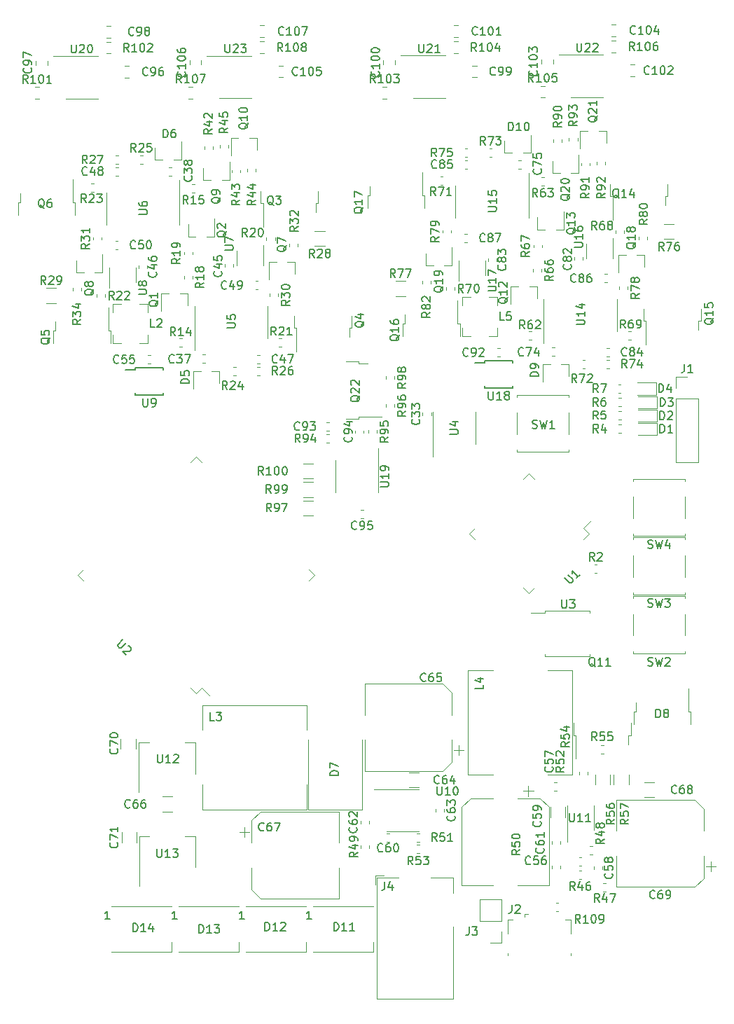
<source format=gbr>
G04 #@! TF.GenerationSoftware,KiCad,Pcbnew,5.1.5*
G04 #@! TF.CreationDate,2020-02-20T18:04:15+03:00*
G04 #@! TF.ProjectId,top,746f702e-6b69-4636-9164-5f7063625858,rev?*
G04 #@! TF.SameCoordinates,Original*
G04 #@! TF.FileFunction,Legend,Top*
G04 #@! TF.FilePolarity,Positive*
%FSLAX46Y46*%
G04 Gerber Fmt 4.6, Leading zero omitted, Abs format (unit mm)*
G04 Created by KiCad (PCBNEW 5.1.5) date 2020-02-20 18:04:15*
%MOMM*%
%LPD*%
G04 APERTURE LIST*
%ADD10C,0.120000*%
%ADD11C,0.150000*%
G04 APERTURE END LIST*
D10*
X133515001Y-65855001D02*
X134445001Y-65855001D01*
X136675001Y-65855001D02*
X135745001Y-65855001D01*
X136675001Y-65855001D02*
X136675001Y-63695001D01*
X133515001Y-65855001D02*
X133515001Y-64395001D01*
X156020000Y-134950000D02*
X156020000Y-133450000D01*
X156020000Y-133450000D02*
X155750000Y-133450000D01*
X155750000Y-133450000D02*
X155750000Y-130620000D01*
X149120000Y-134950000D02*
X149120000Y-133450000D01*
X149120000Y-133450000D02*
X149390000Y-133450000D01*
X149390000Y-133450000D02*
X149390000Y-132350000D01*
X91280000Y-66700000D02*
X92210000Y-66700000D01*
X94440000Y-66700000D02*
X93510000Y-66700000D01*
X94440000Y-66700000D02*
X94440000Y-64540000D01*
X91280000Y-66700000D02*
X91280000Y-65240000D01*
X141275001Y-91405001D02*
X141275001Y-92865001D01*
X138115001Y-91405001D02*
X138115001Y-93565001D01*
X138115001Y-91405001D02*
X139045001Y-91405001D01*
X141275001Y-91405001D02*
X140345001Y-91405001D01*
X99040000Y-92250000D02*
X98110000Y-92250000D01*
X95880000Y-92250000D02*
X96810000Y-92250000D01*
X95880000Y-92250000D02*
X95880000Y-94410000D01*
X99040000Y-92250000D02*
X99040000Y-93710000D01*
X123630000Y-97304721D02*
X123630000Y-97630279D01*
X124650000Y-97304721D02*
X124650000Y-97630279D01*
X96997221Y-90270000D02*
X97322779Y-90270000D01*
X96997221Y-91290000D02*
X97322779Y-91290000D01*
X93300279Y-67660000D02*
X92974721Y-67660000D01*
X93300279Y-68680000D02*
X92974721Y-68680000D01*
X99740000Y-79347221D02*
X99740000Y-79672779D01*
X100760000Y-79347221D02*
X100760000Y-79672779D01*
X89320000Y-79812779D02*
X89320000Y-79487221D01*
X90340000Y-79812779D02*
X90340000Y-79487221D01*
X103972779Y-91320000D02*
X103647221Y-91320000D01*
X103972779Y-90300000D02*
X103647221Y-90300000D01*
X86487221Y-68620000D02*
X86812779Y-68620000D01*
X86487221Y-67600000D02*
X86812779Y-67600000D01*
X103732779Y-82330000D02*
X103407221Y-82330000D01*
X103732779Y-81310000D02*
X103407221Y-81310000D01*
X86477221Y-76510000D02*
X86802779Y-76510000D01*
X86477221Y-77530000D02*
X86802779Y-77530000D01*
X90742779Y-91330000D02*
X90417221Y-91330000D01*
X90742779Y-90310000D02*
X90417221Y-90310000D01*
X142514722Y-151030002D02*
X142840280Y-151030002D01*
X142514722Y-152050002D02*
X142840280Y-152050002D01*
X140870000Y-144957936D02*
X140870000Y-146162064D01*
X139050000Y-144957936D02*
X139050000Y-146162064D01*
X144300000Y-152492778D02*
X144300000Y-152167220D01*
X145320000Y-152492778D02*
X145320000Y-152167220D01*
X128370000Y-154410000D02*
X132120000Y-154410000D01*
X138890000Y-154410000D02*
X135140000Y-154410000D01*
X138890000Y-144954437D02*
X138890000Y-154410000D01*
X128370000Y-144954437D02*
X128370000Y-154410000D01*
X129434437Y-143890000D02*
X132120000Y-143890000D01*
X137825563Y-143890000D02*
X135140000Y-143890000D01*
X137825563Y-143890000D02*
X138890000Y-144954437D01*
X129434437Y-143890000D02*
X128370000Y-144954437D01*
X136390000Y-142400000D02*
X136390000Y-143650000D01*
X137015000Y-143025000D02*
X135765000Y-143025000D01*
X119254721Y-148110000D02*
X119580279Y-148110000D01*
X119254721Y-149130000D02*
X119580279Y-149130000D01*
X140260000Y-149430279D02*
X140260000Y-149104721D01*
X139240000Y-149430279D02*
X139240000Y-149104721D01*
X117190000Y-146935278D02*
X117190000Y-146609720D01*
X116170000Y-146935278D02*
X116170000Y-146609720D01*
X125210000Y-145522779D02*
X125210000Y-145197221D01*
X126230000Y-145522779D02*
X126230000Y-145197221D01*
X123162064Y-140780000D02*
X121957936Y-140780000D01*
X123162064Y-142600000D02*
X121957936Y-142600000D01*
X116610000Y-130060000D02*
X116610000Y-133810000D01*
X116610000Y-140580000D02*
X116610000Y-136830000D01*
X126065563Y-140580000D02*
X116610000Y-140580000D01*
X126065563Y-130060000D02*
X116610000Y-130060000D01*
X127130000Y-131124437D02*
X127130000Y-133810000D01*
X127130000Y-139515563D02*
X127130000Y-136830000D01*
X127130000Y-139515563D02*
X126065563Y-140580000D01*
X127130000Y-131124437D02*
X126065563Y-130060000D01*
X128620000Y-138080000D02*
X127370000Y-138080000D01*
X127995000Y-138705000D02*
X127995000Y-137455000D01*
X93372064Y-145510000D02*
X92167936Y-145510000D01*
X93372064Y-143690000D02*
X92167936Y-143690000D01*
X102095000Y-147365000D02*
X102095000Y-148615000D01*
X101470000Y-147990000D02*
X102720000Y-147990000D01*
X102960000Y-154945563D02*
X104024437Y-156010000D01*
X102960000Y-146554437D02*
X104024437Y-145490000D01*
X102960000Y-146554437D02*
X102960000Y-149240000D01*
X102960000Y-154945563D02*
X102960000Y-152260000D01*
X104024437Y-156010000D02*
X113480000Y-156010000D01*
X104024437Y-145490000D02*
X113480000Y-145490000D01*
X113480000Y-145490000D02*
X113480000Y-149240000D01*
X113480000Y-156010000D02*
X113480000Y-152260000D01*
X151632064Y-141940000D02*
X150427936Y-141940000D01*
X151632064Y-143760000D02*
X150427936Y-143760000D01*
X158465001Y-152745000D02*
X158465001Y-151495000D01*
X159090001Y-152120000D02*
X157840001Y-152120000D01*
X157600001Y-145164437D02*
X156535564Y-144100000D01*
X157600001Y-153555563D02*
X156535564Y-154620000D01*
X157600001Y-153555563D02*
X157600001Y-150870000D01*
X157600001Y-145164437D02*
X157600001Y-147850000D01*
X156535564Y-144100000D02*
X147080001Y-144100000D01*
X156535564Y-154620000D02*
X147080001Y-154620000D01*
X147080001Y-154620000D02*
X147080001Y-150870000D01*
X147080001Y-144100000D02*
X147080001Y-147850000D01*
X88960000Y-136687936D02*
X88960000Y-137892064D01*
X87140000Y-136687936D02*
X87140000Y-137892064D01*
X89080000Y-149212063D02*
X89080000Y-148007935D01*
X87260000Y-149212063D02*
X87260000Y-148007935D01*
X139232222Y-89425001D02*
X139557780Y-89425001D01*
X139232222Y-90445001D02*
X139557780Y-90445001D01*
X135535280Y-66815001D02*
X135209722Y-66815001D01*
X135535280Y-67835001D02*
X135209722Y-67835001D01*
X141975001Y-78502222D02*
X141975001Y-78827780D01*
X142995001Y-78502222D02*
X142995001Y-78827780D01*
X132575001Y-78967780D02*
X132575001Y-78642222D01*
X131555001Y-78967780D02*
X131555001Y-78642222D01*
X146207780Y-89455001D02*
X145882222Y-89455001D01*
X146207780Y-90475001D02*
X145882222Y-90475001D01*
X128722222Y-66755001D02*
X129047780Y-66755001D01*
X128722222Y-67775001D02*
X129047780Y-67775001D01*
X145967780Y-80465001D02*
X145642222Y-80465001D01*
X145967780Y-81485001D02*
X145642222Y-81485001D01*
X128712222Y-75665001D02*
X129037780Y-75665001D01*
X128712222Y-76685001D02*
X129037780Y-76685001D01*
X132977780Y-89465001D02*
X132652222Y-89465001D01*
X132977780Y-90485001D02*
X132652222Y-90485001D01*
X112352780Y-99470000D02*
X112027222Y-99470000D01*
X112352780Y-98450000D02*
X112027222Y-98450000D01*
X116500000Y-99427221D02*
X116500000Y-99752779D01*
X115480000Y-99427221D02*
X115480000Y-99752779D01*
X116457216Y-110020711D02*
X116131658Y-110020711D01*
X116457216Y-109000711D02*
X116131658Y-109000711D01*
X87621424Y-55370000D02*
X88138580Y-55370000D01*
X87621424Y-56790000D02*
X88138580Y-56790000D01*
X78280002Y-55238578D02*
X78280002Y-54721422D01*
X76860002Y-55238578D02*
X76860002Y-54721422D01*
X85888580Y-51940000D02*
X85371424Y-51940000D01*
X85888580Y-50520000D02*
X85371424Y-50520000D01*
X129641422Y-55320000D02*
X130158578Y-55320000D01*
X129641422Y-56740000D02*
X130158578Y-56740000D01*
X120300000Y-55188578D02*
X120300000Y-54671422D01*
X118880000Y-55188578D02*
X118880000Y-54671422D01*
X127908578Y-50470000D02*
X127391422Y-50470000D01*
X127908578Y-51890000D02*
X127391422Y-51890000D01*
X148731424Y-56630000D02*
X149248580Y-56630000D01*
X148731424Y-55210000D02*
X149248580Y-55210000D01*
X137970002Y-55078578D02*
X137970002Y-54561422D01*
X139390002Y-55078578D02*
X139390002Y-54561422D01*
X146998580Y-50360000D02*
X146481424Y-50360000D01*
X146998580Y-51780000D02*
X146481424Y-51780000D01*
X106211424Y-55330000D02*
X106728580Y-55330000D01*
X106211424Y-56750000D02*
X106728580Y-56750000D01*
X95450002Y-55198578D02*
X95450002Y-54681422D01*
X96870002Y-55198578D02*
X96870002Y-54681422D01*
X104478580Y-50480000D02*
X103961424Y-50480000D01*
X104478580Y-51900000D02*
X103961424Y-51900000D01*
X151919999Y-98519998D02*
X149634999Y-98519998D01*
X151919999Y-99989998D02*
X151919999Y-98519998D01*
X149634999Y-99989998D02*
X151919999Y-99989998D01*
X149630000Y-98375000D02*
X151915000Y-98375000D01*
X151915000Y-98375000D02*
X151915000Y-96905000D01*
X151915000Y-96905000D02*
X149630000Y-96905000D01*
X151915000Y-95285000D02*
X149630000Y-95285000D01*
X151915000Y-96755000D02*
X151915000Y-95285000D01*
X149630000Y-96755000D02*
X151915000Y-96755000D01*
X149620001Y-95125000D02*
X151905001Y-95125000D01*
X151905001Y-95125000D02*
X151905001Y-93655000D01*
X151905001Y-93655000D02*
X149620001Y-93655000D01*
X116320000Y-145230000D02*
X109820000Y-145230000D01*
X116320000Y-145230000D02*
X116320000Y-136830000D01*
X109820000Y-145230000D02*
X109820000Y-136830000D01*
X117688000Y-162416000D02*
X117688000Y-161266000D01*
X110388000Y-162416000D02*
X117688000Y-162416000D01*
X110388000Y-156916000D02*
X117688000Y-156916000D01*
X102260000Y-156916000D02*
X109560000Y-156916000D01*
X102260000Y-162416000D02*
X109560000Y-162416000D01*
X109560000Y-162416000D02*
X109560000Y-161266000D01*
X101432000Y-162416000D02*
X101432000Y-161266000D01*
X94132000Y-162416000D02*
X101432000Y-162416000D01*
X94132000Y-156916000D02*
X101432000Y-156916000D01*
X86004000Y-156916000D02*
X93304000Y-156916000D01*
X86004000Y-162416000D02*
X93304000Y-162416000D01*
X93304000Y-162416000D02*
X93304000Y-161266000D01*
X154270000Y-103240000D02*
X156930000Y-103240000D01*
X154270000Y-95560000D02*
X154270000Y-103240000D01*
X156930000Y-95560000D02*
X156930000Y-103240000D01*
X154270000Y-95560000D02*
X156930000Y-95560000D01*
X154270000Y-94290000D02*
X154270000Y-92960000D01*
X154270000Y-92960000D02*
X155600000Y-92960000D01*
X133890000Y-158560000D02*
X134550000Y-158560000D01*
X133890000Y-160290000D02*
X133890000Y-158560000D01*
X141510000Y-162860000D02*
X141510000Y-162650000D01*
X133890000Y-162860000D02*
X133890000Y-162650000D01*
X141510000Y-160290000D02*
X141510000Y-158560000D01*
X141510000Y-158560000D02*
X140860000Y-158560000D01*
X135940000Y-157860000D02*
X136390000Y-157860000D01*
X135940000Y-157860000D02*
X135940000Y-158250000D01*
X133170000Y-156130000D02*
X130510000Y-156130000D01*
X133170000Y-158730000D02*
X133170000Y-156130000D01*
X130510000Y-158730000D02*
X130510000Y-156130000D01*
X133170000Y-158730000D02*
X130510000Y-158730000D01*
X133170000Y-160000000D02*
X133170000Y-161330000D01*
X133170000Y-161330000D02*
X131840000Y-161330000D01*
X90400000Y-88905000D02*
X90400000Y-87880000D01*
X90400000Y-84135000D02*
X90400000Y-85160000D01*
X90400000Y-88905000D02*
X89375000Y-88905000D01*
X90400000Y-84135000D02*
X89375000Y-84135000D01*
X86180000Y-84135000D02*
X87205000Y-84135000D01*
X86180000Y-84135000D02*
X86180000Y-85160000D01*
X86180000Y-88905000D02*
X86180000Y-87880000D01*
X86180000Y-88905000D02*
X87205000Y-88905000D01*
X96990001Y-135650000D02*
X96990001Y-132650000D01*
X96990001Y-132650000D02*
X109590001Y-132650000D01*
X109590001Y-132650000D02*
X109590001Y-135650000D01*
X109590001Y-142250000D02*
X109590001Y-145250000D01*
X109590001Y-145250000D02*
X96990001Y-145250000D01*
X96990001Y-145250000D02*
X96990001Y-142250000D01*
X129120000Y-128460000D02*
X132120000Y-128460000D01*
X129120000Y-141060000D02*
X129120000Y-128460000D01*
X132120000Y-141060000D02*
X129120000Y-141060000D01*
X141720000Y-141060000D02*
X138720000Y-141060000D01*
X141720000Y-128460000D02*
X141720000Y-141060000D01*
X138720000Y-128460000D02*
X141720000Y-128460000D01*
X128415001Y-88060001D02*
X129440001Y-88060001D01*
X128415001Y-88060001D02*
X128415001Y-87035001D01*
X128415001Y-83290001D02*
X128415001Y-84315001D01*
X128415001Y-83290001D02*
X129440001Y-83290001D01*
X132635001Y-83290001D02*
X131610001Y-83290001D01*
X132635001Y-88060001D02*
X131610001Y-88060001D01*
X132635001Y-83290001D02*
X132635001Y-84315001D01*
X132635001Y-88060001D02*
X132635001Y-87035001D01*
X95200000Y-82850000D02*
X95200000Y-84310000D01*
X92040000Y-82850000D02*
X92040000Y-85010000D01*
X92040000Y-82850000D02*
X92970000Y-82850000D01*
X95200000Y-82850000D02*
X94270000Y-82850000D01*
X95269999Y-75990000D02*
X95269999Y-74530000D01*
X98429999Y-75990000D02*
X98429999Y-73830000D01*
X98429999Y-75990000D02*
X97499999Y-75990000D01*
X95269999Y-75990000D02*
X96199999Y-75990000D01*
X110705000Y-71985000D02*
X110705000Y-73085000D01*
X110975000Y-71985000D02*
X110705000Y-71985000D01*
X110975000Y-70485000D02*
X110975000Y-71985000D01*
X104345000Y-71985000D02*
X104345000Y-74815000D01*
X104075000Y-71985000D02*
X104345000Y-71985000D01*
X104075000Y-70485000D02*
X104075000Y-71985000D01*
X108120000Y-85560000D02*
X108120000Y-87060000D01*
X108120000Y-87060000D02*
X108390000Y-87060000D01*
X108390000Y-87060000D02*
X108390000Y-89890000D01*
X115020000Y-85560000D02*
X115020000Y-87060000D01*
X115020000Y-87060000D02*
X114750000Y-87060000D01*
X114750000Y-87060000D02*
X114750000Y-88160000D01*
X79260000Y-87390000D02*
X79260000Y-86290000D01*
X78990000Y-87390000D02*
X79260000Y-87390000D01*
X78990000Y-88890000D02*
X78990000Y-87390000D01*
X85620000Y-87390000D02*
X85620000Y-84560000D01*
X85890000Y-87390000D02*
X85620000Y-87390000D01*
X85890000Y-88890000D02*
X85890000Y-87390000D01*
X81610001Y-73360000D02*
X81610001Y-71860000D01*
X81610001Y-71860000D02*
X81340001Y-71860000D01*
X81340001Y-71860000D02*
X81340001Y-69030000D01*
X74710001Y-73360000D02*
X74710001Y-71860000D01*
X74710001Y-71860000D02*
X74980001Y-71860000D01*
X74980001Y-71860000D02*
X74980001Y-70760000D01*
X108190000Y-79020000D02*
X108190000Y-80480000D01*
X105030000Y-79020000D02*
X105030000Y-81180000D01*
X105030000Y-79020000D02*
X105960000Y-79020000D01*
X108190000Y-79020000D02*
X107260000Y-79020000D01*
X81760000Y-80310000D02*
X81760000Y-78850000D01*
X84920000Y-80310000D02*
X84920000Y-78150000D01*
X84920000Y-80310000D02*
X83990000Y-80310000D01*
X81760000Y-80310000D02*
X82690000Y-80310000D01*
X97109999Y-69140000D02*
X97109999Y-67680000D01*
X100269999Y-69140000D02*
X100269999Y-66980000D01*
X100269999Y-69140000D02*
X99339999Y-69140000D01*
X97109999Y-69140000D02*
X98039999Y-69140000D01*
X103595001Y-64064999D02*
X102665001Y-64064999D01*
X100435001Y-64064999D02*
X101365001Y-64064999D01*
X100435001Y-64064999D02*
X100435001Y-66224999D01*
X103595001Y-64064999D02*
X103595001Y-65524999D01*
X148525000Y-136285000D02*
X148525000Y-137385000D01*
X148795000Y-136285000D02*
X148525000Y-136285000D01*
X148795000Y-134785000D02*
X148795000Y-136285000D01*
X142165000Y-136285000D02*
X142165000Y-139115000D01*
X141895000Y-136285000D02*
X142165000Y-136285000D01*
X141895000Y-134785000D02*
X141895000Y-136285000D01*
X137435001Y-82005001D02*
X137435001Y-83465001D01*
X134275001Y-82005001D02*
X134275001Y-84165001D01*
X134275001Y-82005001D02*
X135205001Y-82005001D01*
X137435001Y-82005001D02*
X136505001Y-82005001D01*
X137505000Y-75145001D02*
X138435000Y-75145001D01*
X140665000Y-75145001D02*
X139735000Y-75145001D01*
X140665000Y-75145001D02*
X140665000Y-72985001D01*
X137505000Y-75145001D02*
X137505000Y-73685001D01*
X146310001Y-69640001D02*
X146310001Y-71140001D01*
X146310001Y-71140001D02*
X146580001Y-71140001D01*
X146580001Y-71140001D02*
X146580001Y-73970001D01*
X153210001Y-69640001D02*
X153210001Y-71140001D01*
X153210001Y-71140001D02*
X152940001Y-71140001D01*
X152940001Y-71140001D02*
X152940001Y-72240001D01*
X156985001Y-86215001D02*
X156985001Y-87315001D01*
X157255001Y-86215001D02*
X156985001Y-86215001D01*
X157255001Y-84715001D02*
X157255001Y-86215001D01*
X150625001Y-86215001D02*
X150625001Y-89045001D01*
X150355001Y-86215001D02*
X150625001Y-86215001D01*
X150355001Y-84715001D02*
X150355001Y-86215001D01*
X128125001Y-88045001D02*
X128125001Y-86545001D01*
X128125001Y-86545001D02*
X127855001Y-86545001D01*
X127855001Y-86545001D02*
X127855001Y-83715001D01*
X121225001Y-88045001D02*
X121225001Y-86545001D01*
X121225001Y-86545001D02*
X121495001Y-86545001D01*
X121495001Y-86545001D02*
X121495001Y-85445001D01*
X117215002Y-71015001D02*
X117215002Y-69915001D01*
X116945002Y-71015001D02*
X117215002Y-71015001D01*
X116945002Y-72515001D02*
X116945002Y-71015001D01*
X123575002Y-71015001D02*
X123575002Y-68185001D01*
X123845002Y-71015001D02*
X123575002Y-71015001D01*
X123845002Y-72515001D02*
X123845002Y-71015001D01*
X150425001Y-78175001D02*
X149495001Y-78175001D01*
X147265001Y-78175001D02*
X148195001Y-78175001D01*
X147265001Y-78175001D02*
X147265001Y-80335001D01*
X150425001Y-78175001D02*
X150425001Y-79635001D01*
X123995001Y-79465001D02*
X124925001Y-79465001D01*
X127155001Y-79465001D02*
X126225001Y-79465001D01*
X127155001Y-79465001D02*
X127155001Y-77305001D01*
X123995001Y-79465001D02*
X123995001Y-78005001D01*
X139345000Y-68295001D02*
X140275000Y-68295001D01*
X142505000Y-68295001D02*
X141575000Y-68295001D01*
X142505000Y-68295001D02*
X142505000Y-66135001D01*
X139345000Y-68295001D02*
X139345000Y-66835001D01*
X145830002Y-63220000D02*
X145830002Y-64680000D01*
X142670002Y-63220000D02*
X142670002Y-65380000D01*
X142670002Y-63220000D02*
X143600002Y-63220000D01*
X145830002Y-63220000D02*
X144900002Y-63220000D01*
X114360000Y-98010000D02*
X115860000Y-98010000D01*
X115860000Y-98010000D02*
X115860000Y-97740000D01*
X115860000Y-97740000D02*
X118690000Y-97740000D01*
X114360000Y-91110000D02*
X115860000Y-91110000D01*
X115860000Y-91110000D02*
X115860000Y-91380000D01*
X115860000Y-91380000D02*
X116960000Y-91380000D01*
X144384721Y-116670000D02*
X144710279Y-116670000D01*
X144384721Y-115650000D02*
X144710279Y-115650000D01*
X147287221Y-99760001D02*
X147612779Y-99760001D01*
X147287221Y-98740001D02*
X147612779Y-98740001D01*
X147277220Y-98130000D02*
X147602778Y-98130000D01*
X147277220Y-97110000D02*
X147602778Y-97110000D01*
X147277221Y-95520000D02*
X147602779Y-95520000D01*
X147277221Y-96540000D02*
X147602779Y-96540000D01*
X147267221Y-94910000D02*
X147592779Y-94910000D01*
X147267221Y-93890000D02*
X147592779Y-93890000D01*
X94197221Y-89300000D02*
X94522779Y-89300000D01*
X94197221Y-88280000D02*
X94522779Y-88280000D01*
X96070279Y-69630000D02*
X95744721Y-69630000D01*
X96070279Y-70650000D02*
X95744721Y-70650000D01*
X95790000Y-80757221D02*
X95790000Y-81082779D01*
X94770000Y-80757221D02*
X94770000Y-81082779D01*
X95800000Y-78162779D02*
X95800000Y-77837221D01*
X94780000Y-78162779D02*
X94780000Y-77837221D01*
X104750000Y-76077221D02*
X104750000Y-76402779D01*
X105770000Y-76077221D02*
X105770000Y-76402779D01*
X106582779Y-89310000D02*
X106257221Y-89310000D01*
X106582779Y-88290000D02*
X106257221Y-88290000D01*
X84240000Y-83292779D02*
X84240000Y-82967221D01*
X85260000Y-83292779D02*
X85260000Y-82967221D01*
X83527221Y-70629999D02*
X83852779Y-70629999D01*
X83527221Y-69609999D02*
X83852779Y-69609999D01*
X101032779Y-92760000D02*
X100707221Y-92760000D01*
X101032779Y-91740000D02*
X100707221Y-91740000D01*
X89447221Y-66200000D02*
X89772779Y-66200000D01*
X89447221Y-67220000D02*
X89772779Y-67220000D01*
X103972779Y-91730000D02*
X103647221Y-91730000D01*
X103972779Y-92750000D02*
X103647221Y-92750000D01*
X86487221Y-67220000D02*
X86812779Y-67220000D01*
X86487221Y-66200000D02*
X86812779Y-66200000D01*
X111782064Y-77150000D02*
X110577936Y-77150000D01*
X111782064Y-75330000D02*
X110577936Y-75330000D01*
X78117936Y-82230000D02*
X79322064Y-82230000D01*
X78117936Y-84050000D02*
X79322064Y-84050000D01*
X105170000Y-82897221D02*
X105170000Y-83222779D01*
X106190000Y-82897221D02*
X106190000Y-83222779D01*
X83820000Y-76392779D02*
X83820000Y-76067221D01*
X84840000Y-76392779D02*
X84840000Y-76067221D01*
X108540000Y-76849720D02*
X108540000Y-77175278D01*
X107520000Y-76849720D02*
X107520000Y-77175278D01*
X81370000Y-82522779D02*
X81370000Y-82197221D01*
X82390000Y-82522779D02*
X82390000Y-82197221D01*
X98240000Y-65422779D02*
X98240000Y-65097221D01*
X97220000Y-65422779D02*
X97220000Y-65097221D01*
X100560000Y-68262780D02*
X100560000Y-67937222D01*
X101580000Y-68262780D02*
X101580000Y-67937222D01*
X102450000Y-67827221D02*
X102450000Y-68152779D01*
X103470000Y-67827221D02*
X103470000Y-68152779D01*
X100110000Y-64937221D02*
X100110000Y-65262779D01*
X99090000Y-64937221D02*
X99090000Y-65262779D01*
X142842780Y-152600000D02*
X142517222Y-152600000D01*
X142842780Y-153620000D02*
X142517222Y-153620000D01*
X145449720Y-154140000D02*
X145775278Y-154140000D01*
X145449720Y-155160000D02*
X145775278Y-155160000D01*
X144180279Y-149680000D02*
X143854721Y-149680000D01*
X144180279Y-150700000D02*
X143854721Y-150700000D01*
X117170000Y-149567221D02*
X117170000Y-149892779D01*
X116150000Y-149567221D02*
X116150000Y-149892779D01*
X139250000Y-152029720D02*
X139250000Y-152355278D01*
X140270000Y-152029720D02*
X140270000Y-152355278D01*
X122899721Y-148110000D02*
X123225279Y-148110000D01*
X122899721Y-149130000D02*
X123225279Y-149130000D01*
X139547221Y-142950000D02*
X139872779Y-142950000D01*
X139547221Y-141930000D02*
X139872779Y-141930000D01*
X123245279Y-150530000D02*
X122919721Y-150530000D01*
X123245279Y-149510000D02*
X122919721Y-149510000D01*
X143580000Y-140995279D02*
X143580000Y-140669721D01*
X142560000Y-140995279D02*
X142560000Y-140669721D01*
X145512779Y-138530000D02*
X145187221Y-138530000D01*
X145512779Y-137510000D02*
X145187221Y-137510000D01*
X146300000Y-142242064D02*
X146300000Y-141037936D01*
X144480000Y-142242064D02*
X144480000Y-141037936D01*
X146720000Y-142242064D02*
X146720000Y-141037936D01*
X148540000Y-142242064D02*
X148540000Y-141037936D01*
X136432222Y-87435001D02*
X136757780Y-87435001D01*
X136432222Y-88455001D02*
X136757780Y-88455001D01*
X138305280Y-69805001D02*
X137979722Y-69805001D01*
X138305280Y-68785001D02*
X137979722Y-68785001D01*
X137005001Y-79912222D02*
X137005001Y-80237780D01*
X138025001Y-79912222D02*
X138025001Y-80237780D01*
X137015001Y-77317780D02*
X137015001Y-76992222D01*
X138035001Y-77317780D02*
X138035001Y-76992222D01*
X148005001Y-75232222D02*
X148005001Y-75557780D01*
X146985001Y-75232222D02*
X146985001Y-75557780D01*
X148817780Y-87445001D02*
X148492222Y-87445001D01*
X148817780Y-88465001D02*
X148492222Y-88465001D01*
X126475001Y-82447780D02*
X126475001Y-82122222D01*
X127495001Y-82447780D02*
X127495001Y-82122222D01*
X125762222Y-68765000D02*
X126087780Y-68765000D01*
X125762222Y-69785000D02*
X126087780Y-69785000D01*
X143267780Y-91915001D02*
X142942222Y-91915001D01*
X143267780Y-90895001D02*
X142942222Y-90895001D01*
X131682222Y-66375001D02*
X132007780Y-66375001D01*
X131682222Y-65355001D02*
X132007780Y-65355001D01*
X146207780Y-90885001D02*
X145882222Y-90885001D01*
X146207780Y-91905001D02*
X145882222Y-91905001D01*
X128722222Y-65355001D02*
X129047780Y-65355001D01*
X128722222Y-66375001D02*
X129047780Y-66375001D01*
X154017065Y-74485001D02*
X152812937Y-74485001D01*
X154017065Y-76305001D02*
X152812937Y-76305001D01*
X120352937Y-81385001D02*
X121557065Y-81385001D01*
X120352937Y-83205001D02*
X121557065Y-83205001D01*
X147405001Y-82052222D02*
X147405001Y-82377780D01*
X148425001Y-82052222D02*
X148425001Y-82377780D01*
X127075001Y-75547780D02*
X127075001Y-75222222D01*
X126055001Y-75547780D02*
X126055001Y-75222222D01*
X150775001Y-76004721D02*
X150775001Y-76330279D01*
X149755001Y-76004721D02*
X149755001Y-76330279D01*
X123605001Y-81677780D02*
X123605001Y-81352222D01*
X124625001Y-81677780D02*
X124625001Y-81352222D01*
X139455001Y-64577780D02*
X139455001Y-64252222D01*
X140475001Y-64577780D02*
X140475001Y-64252222D01*
X142795001Y-67417781D02*
X142795001Y-67092223D01*
X143815001Y-67417781D02*
X143815001Y-67092223D01*
X145705001Y-66982222D02*
X145705001Y-67307780D01*
X144685001Y-66982222D02*
X144685001Y-67307780D01*
X141325001Y-64092222D02*
X141325001Y-64417780D01*
X142345001Y-64092222D02*
X142345001Y-64417780D01*
X112342779Y-100910000D02*
X112017221Y-100910000D01*
X112342779Y-99890000D02*
X112017221Y-99890000D01*
X117090000Y-99407221D02*
X117090000Y-99732779D01*
X118110000Y-99407221D02*
X118110000Y-99732779D01*
X119200000Y-96277221D02*
X119200000Y-96602779D01*
X120220000Y-96277221D02*
X120220000Y-96602779D01*
X109187936Y-107910000D02*
X110392064Y-107910000D01*
X109187936Y-109730000D02*
X110392064Y-109730000D01*
X120220000Y-92887221D02*
X120220000Y-93212779D01*
X119200000Y-92887221D02*
X119200000Y-93212779D01*
X109187936Y-107480000D02*
X110392064Y-107480000D01*
X109187936Y-105660000D02*
X110392064Y-105660000D01*
X109187936Y-105240000D02*
X110392064Y-105240000D01*
X109187936Y-103420000D02*
X110392064Y-103420000D01*
X76751424Y-57930000D02*
X77268580Y-57930000D01*
X76751424Y-59350000D02*
X77268580Y-59350000D01*
X85371424Y-53870000D02*
X85888580Y-53870000D01*
X85371424Y-52450000D02*
X85888580Y-52450000D01*
X118771422Y-57880000D02*
X119288578Y-57880000D01*
X118771422Y-59300000D02*
X119288578Y-59300000D01*
X127391422Y-53820000D02*
X127908578Y-53820000D01*
X127391422Y-52400000D02*
X127908578Y-52400000D01*
X137861424Y-57770000D02*
X138378580Y-57770000D01*
X137861424Y-59190000D02*
X138378580Y-59190000D01*
X146481424Y-53710000D02*
X146998580Y-53710000D01*
X146481424Y-52290000D02*
X146998580Y-52290000D01*
X95341424Y-59310000D02*
X95858580Y-59310000D01*
X95341424Y-57890000D02*
X95858580Y-57890000D01*
X103961424Y-52410000D02*
X104478580Y-52410000D01*
X103961424Y-53830000D02*
X104478580Y-53830000D01*
X139727221Y-157540000D02*
X140052779Y-157540000D01*
X139727221Y-156520000D02*
X140052779Y-156520000D01*
X135010000Y-95370000D02*
X135010000Y-95120000D01*
X135010000Y-95120000D02*
X141310000Y-95120000D01*
X141310000Y-95120000D02*
X141310000Y-95370000D01*
X135010000Y-99870000D02*
X135010000Y-97270000D01*
X141310000Y-101770000D02*
X141310000Y-102020000D01*
X141310000Y-102020000D02*
X135010000Y-102020000D01*
X135010000Y-102020000D02*
X135010000Y-101770000D01*
X141310000Y-97270000D02*
X141310000Y-99870000D01*
X155344998Y-126124999D02*
X155344998Y-126374999D01*
X155344998Y-126374999D02*
X149044998Y-126374999D01*
X149044998Y-126374999D02*
X149044998Y-126124999D01*
X155344998Y-121624999D02*
X155344998Y-124224999D01*
X149044998Y-119724999D02*
X149044998Y-119474999D01*
X149044998Y-119474999D02*
X155344998Y-119474999D01*
X155344998Y-119474999D02*
X155344998Y-119724999D01*
X149044998Y-124224999D02*
X149044998Y-121624999D01*
X149044999Y-117124999D02*
X149044999Y-114524999D01*
X155344999Y-112374999D02*
X155344999Y-112624999D01*
X149044999Y-112374999D02*
X155344999Y-112374999D01*
X149044999Y-112624999D02*
X149044999Y-112374999D01*
X155344999Y-114524999D02*
X155344999Y-117124999D01*
X149044999Y-119274999D02*
X149044999Y-119024999D01*
X155344999Y-119274999D02*
X149044999Y-119274999D01*
X155344999Y-119024999D02*
X155344999Y-119274999D01*
X149050000Y-110020000D02*
X149050000Y-107420000D01*
X155350000Y-105270000D02*
X155350000Y-105520000D01*
X149050000Y-105270000D02*
X155350000Y-105270000D01*
X149050000Y-105520000D02*
X149050000Y-105270000D01*
X155350000Y-107420000D02*
X155350000Y-110020000D01*
X149050000Y-112170000D02*
X149050000Y-111920000D01*
X155350000Y-112170000D02*
X149050000Y-112170000D01*
X155350000Y-111920000D02*
X155350000Y-112170000D01*
X129925120Y-111218249D02*
X129253369Y-111890000D01*
X129253369Y-111890000D02*
X129925120Y-112561751D01*
X135808249Y-105335120D02*
X136480000Y-104663369D01*
X136480000Y-104663369D02*
X137151751Y-105335120D01*
X137151751Y-118444880D02*
X136480000Y-119116631D01*
X136480000Y-119116631D02*
X135808249Y-118444880D01*
X143034880Y-112561751D02*
X143706631Y-111890000D01*
X143706631Y-111890000D02*
X143034880Y-111218249D01*
X143034880Y-111218249D02*
X143982403Y-110270725D01*
X96941751Y-103284052D02*
X96270000Y-102612301D01*
X96270000Y-102612301D02*
X95598249Y-103284052D01*
X109895948Y-116238249D02*
X110567699Y-116910000D01*
X110567699Y-116910000D02*
X109895948Y-117581751D01*
X82644052Y-117581751D02*
X81972301Y-116910000D01*
X81972301Y-116910000D02*
X82644052Y-116238249D01*
X95598249Y-130535948D02*
X96270000Y-131207699D01*
X96270000Y-131207699D02*
X96941751Y-130535948D01*
X96941751Y-130535948D02*
X97853919Y-131448115D01*
X141140000Y-126695000D02*
X143865000Y-126695000D01*
X143865000Y-126695000D02*
X143865000Y-126435000D01*
X141140000Y-126695000D02*
X138415000Y-126695000D01*
X138415000Y-126695000D02*
X138415000Y-126435000D01*
X141140000Y-121245000D02*
X143865000Y-121245000D01*
X143865000Y-121245000D02*
X143865000Y-121505000D01*
X141140000Y-121245000D02*
X138415000Y-121245000D01*
X138415000Y-121245000D02*
X138415000Y-121505000D01*
X138415000Y-121505000D02*
X136740000Y-121505000D01*
X130010000Y-99140000D02*
X130010000Y-97190000D01*
X130010000Y-99140000D02*
X130010000Y-101090000D01*
X124890000Y-99140000D02*
X124890000Y-97190000D01*
X124890000Y-99140000D02*
X124890000Y-102590000D01*
X104915000Y-86310000D02*
X104915000Y-84360000D01*
X104915000Y-86310000D02*
X104915000Y-88260000D01*
X96045000Y-86310000D02*
X96045000Y-84360000D01*
X96045000Y-86310000D02*
X96045000Y-89760000D01*
X94245000Y-72610000D02*
X94245000Y-69160000D01*
X94245000Y-72610000D02*
X94245000Y-74560000D01*
X85375000Y-72610000D02*
X85375000Y-70660000D01*
X85375000Y-72610000D02*
X85375000Y-74560000D01*
X104410000Y-79500000D02*
X104410000Y-77050000D01*
X101190000Y-77700000D02*
X101190000Y-79500000D01*
X88990001Y-81520000D02*
X88990001Y-79720000D01*
X85770001Y-79720000D02*
X85770001Y-82170000D01*
D11*
X88915000Y-91835000D02*
X88915000Y-92060000D01*
X92265000Y-91835000D02*
X92265000Y-92135000D01*
X92265000Y-95185000D02*
X92265000Y-94885000D01*
X88915000Y-95185000D02*
X88915000Y-94885000D01*
X88915000Y-91835000D02*
X92265000Y-91835000D01*
X88915000Y-95185000D02*
X92265000Y-95185000D01*
X88915000Y-92060000D02*
X87690000Y-92060000D01*
D10*
X117760000Y-142780000D02*
X123160000Y-142780000D01*
X119260000Y-147900000D02*
X123160000Y-147900000D01*
X144339999Y-146260000D02*
X144339999Y-144760000D01*
X144339999Y-146260000D02*
X144339999Y-147760000D01*
X141119999Y-146260000D02*
X141119999Y-144760000D01*
X141119999Y-146260000D02*
X141119999Y-149185000D01*
X96150000Y-137160000D02*
X94890000Y-137160000D01*
X89330000Y-137160000D02*
X90590000Y-137160000D01*
X96150000Y-140920000D02*
X96150000Y-137160000D01*
X89330000Y-143170000D02*
X89330000Y-137160000D01*
X89350000Y-154470000D02*
X89350000Y-148460000D01*
X96170000Y-152220000D02*
X96170000Y-148460000D01*
X89350000Y-148460000D02*
X90610000Y-148460000D01*
X96170000Y-148460000D02*
X94910000Y-148460000D01*
X138280001Y-85465001D02*
X138280001Y-88915001D01*
X138280001Y-85465001D02*
X138280001Y-83515001D01*
X147150001Y-85465001D02*
X147150001Y-87415001D01*
X147150001Y-85465001D02*
X147150001Y-83515001D01*
X127610001Y-71765001D02*
X127610001Y-73715001D01*
X127610001Y-71765001D02*
X127610001Y-69815001D01*
X136480001Y-71765001D02*
X136480001Y-73715001D01*
X136480001Y-71765001D02*
X136480001Y-68315001D01*
X146645001Y-78655001D02*
X146645001Y-76205001D01*
X143425001Y-76855001D02*
X143425001Y-78655001D01*
X131225002Y-80675001D02*
X131225002Y-78875001D01*
X128005002Y-78875001D02*
X128005002Y-81325001D01*
D11*
X131150001Y-91215001D02*
X129925001Y-91215001D01*
X131150001Y-94340001D02*
X134500001Y-94340001D01*
X131150001Y-90990001D02*
X134500001Y-90990001D01*
X131150001Y-94340001D02*
X131150001Y-94040001D01*
X134500001Y-94340001D02*
X134500001Y-94040001D01*
X134500001Y-90990001D02*
X134500001Y-91290001D01*
X131150001Y-90990001D02*
X131150001Y-91215001D01*
D10*
X113114438Y-104990711D02*
X113114438Y-106940711D01*
X113114438Y-104990711D02*
X113114438Y-103040711D01*
X118234438Y-104990711D02*
X118234438Y-106940711D01*
X118234438Y-104990711D02*
X118234438Y-101540711D01*
X82405003Y-59295001D02*
X84355003Y-59295001D01*
X82405003Y-59295001D02*
X80455003Y-59295001D01*
X82405003Y-54175001D02*
X84355003Y-54175001D01*
X82405003Y-54175001D02*
X78955003Y-54175001D01*
X124425001Y-54125001D02*
X120975001Y-54125001D01*
X124425001Y-54125001D02*
X126375001Y-54125001D01*
X124425001Y-59245001D02*
X122475001Y-59245001D01*
X124425001Y-59245001D02*
X126375001Y-59245001D01*
X143515003Y-54015001D02*
X140065003Y-54015001D01*
X143515003Y-54015001D02*
X145465003Y-54015001D01*
X143515003Y-59135001D02*
X141565003Y-59135001D01*
X143515003Y-59135001D02*
X145465003Y-59135001D01*
X100995003Y-59255001D02*
X102945003Y-59255001D01*
X100995003Y-59255001D02*
X99045003Y-59255001D01*
X100995003Y-54135001D02*
X102945003Y-54135001D01*
X100995003Y-54135001D02*
X97545003Y-54135001D01*
X118950000Y-153270000D02*
X117900000Y-153270000D01*
X117900000Y-154320000D02*
X117900000Y-153270000D01*
X127300000Y-159370000D02*
X127300000Y-168170000D01*
X127300000Y-168170000D02*
X118100000Y-168170000D01*
X124600000Y-153470000D02*
X127300000Y-153470000D01*
X127300000Y-153470000D02*
X127300000Y-155370000D01*
X118100000Y-168170000D02*
X118100000Y-153470000D01*
X118100000Y-153470000D02*
X120700000Y-153470000D01*
D11*
X134020715Y-63177381D02*
X134020715Y-62177381D01*
X134258810Y-62177381D01*
X134401667Y-62225001D01*
X134496905Y-62320239D01*
X134544524Y-62415477D01*
X134592143Y-62605953D01*
X134592143Y-62748810D01*
X134544524Y-62939286D01*
X134496905Y-63034524D01*
X134401667Y-63129762D01*
X134258810Y-63177381D01*
X134020715Y-63177381D01*
X135544524Y-63177381D02*
X134973096Y-63177381D01*
X135258810Y-63177381D02*
X135258810Y-62177381D01*
X135163572Y-62320239D01*
X135068334Y-62415477D01*
X134973096Y-62463096D01*
X136163572Y-62177381D02*
X136258810Y-62177381D01*
X136354048Y-62225001D01*
X136401667Y-62272620D01*
X136449286Y-62367858D01*
X136496905Y-62558334D01*
X136496905Y-62796429D01*
X136449286Y-62986905D01*
X136401667Y-63082143D01*
X136354048Y-63129762D01*
X136258810Y-63177381D01*
X136163572Y-63177381D01*
X136068334Y-63129762D01*
X136020715Y-63082143D01*
X135973096Y-62986905D01*
X135925477Y-62796429D01*
X135925477Y-62558334D01*
X135973096Y-62367858D01*
X136020715Y-62272620D01*
X136068334Y-62225001D01*
X136163572Y-62177381D01*
X151821904Y-134132380D02*
X151821904Y-133132380D01*
X152060000Y-133132380D01*
X152202857Y-133180000D01*
X152298095Y-133275238D01*
X152345714Y-133370476D01*
X152393333Y-133560952D01*
X152393333Y-133703809D01*
X152345714Y-133894285D01*
X152298095Y-133989523D01*
X152202857Y-134084761D01*
X152060000Y-134132380D01*
X151821904Y-134132380D01*
X152964761Y-133560952D02*
X152869523Y-133513333D01*
X152821904Y-133465714D01*
X152774285Y-133370476D01*
X152774285Y-133322857D01*
X152821904Y-133227619D01*
X152869523Y-133180000D01*
X152964761Y-133132380D01*
X153155238Y-133132380D01*
X153250476Y-133180000D01*
X153298095Y-133227619D01*
X153345714Y-133322857D01*
X153345714Y-133370476D01*
X153298095Y-133465714D01*
X153250476Y-133513333D01*
X153155238Y-133560952D01*
X152964761Y-133560952D01*
X152869523Y-133608571D01*
X152821904Y-133656190D01*
X152774285Y-133751428D01*
X152774285Y-133941904D01*
X152821904Y-134037142D01*
X152869523Y-134084761D01*
X152964761Y-134132380D01*
X153155238Y-134132380D01*
X153250476Y-134084761D01*
X153298095Y-134037142D01*
X153345714Y-133941904D01*
X153345714Y-133751428D01*
X153298095Y-133656190D01*
X153250476Y-133608571D01*
X153155238Y-133560952D01*
X92261904Y-64022380D02*
X92261904Y-63022380D01*
X92500000Y-63022380D01*
X92642857Y-63070000D01*
X92738095Y-63165238D01*
X92785714Y-63260476D01*
X92833333Y-63450952D01*
X92833333Y-63593809D01*
X92785714Y-63784285D01*
X92738095Y-63879523D01*
X92642857Y-63974761D01*
X92500000Y-64022380D01*
X92261904Y-64022380D01*
X93690476Y-63022380D02*
X93500000Y-63022380D01*
X93404761Y-63070000D01*
X93357142Y-63117619D01*
X93261904Y-63260476D01*
X93214285Y-63450952D01*
X93214285Y-63831904D01*
X93261904Y-63927142D01*
X93309523Y-63974761D01*
X93404761Y-64022380D01*
X93595238Y-64022380D01*
X93690476Y-63974761D01*
X93738095Y-63927142D01*
X93785714Y-63831904D01*
X93785714Y-63593809D01*
X93738095Y-63498571D01*
X93690476Y-63450952D01*
X93595238Y-63403333D01*
X93404761Y-63403333D01*
X93309523Y-63450952D01*
X93261904Y-63498571D01*
X93214285Y-63593809D01*
X137647381Y-92903096D02*
X136647381Y-92903096D01*
X136647381Y-92665001D01*
X136695001Y-92522143D01*
X136790239Y-92426905D01*
X136885477Y-92379286D01*
X137075953Y-92331667D01*
X137218810Y-92331667D01*
X137409286Y-92379286D01*
X137504524Y-92426905D01*
X137599762Y-92522143D01*
X137647381Y-92665001D01*
X137647381Y-92903096D01*
X137647381Y-91855477D02*
X137647381Y-91665001D01*
X137599762Y-91569762D01*
X137552143Y-91522143D01*
X137409286Y-91426905D01*
X137218810Y-91379286D01*
X136837858Y-91379286D01*
X136742620Y-91426905D01*
X136695001Y-91474524D01*
X136647381Y-91569762D01*
X136647381Y-91760239D01*
X136695001Y-91855477D01*
X136742620Y-91903096D01*
X136837858Y-91950715D01*
X137075953Y-91950715D01*
X137171191Y-91903096D01*
X137218810Y-91855477D01*
X137266429Y-91760239D01*
X137266429Y-91569762D01*
X137218810Y-91474524D01*
X137171191Y-91426905D01*
X137075953Y-91379286D01*
X95412380Y-93748095D02*
X94412380Y-93748095D01*
X94412380Y-93510000D01*
X94460000Y-93367142D01*
X94555238Y-93271904D01*
X94650476Y-93224285D01*
X94840952Y-93176666D01*
X94983809Y-93176666D01*
X95174285Y-93224285D01*
X95269523Y-93271904D01*
X95364761Y-93367142D01*
X95412380Y-93510000D01*
X95412380Y-93748095D01*
X94412380Y-92271904D02*
X94412380Y-92748095D01*
X94888571Y-92795714D01*
X94840952Y-92748095D01*
X94793333Y-92652857D01*
X94793333Y-92414761D01*
X94840952Y-92319523D01*
X94888571Y-92271904D01*
X94983809Y-92224285D01*
X95221904Y-92224285D01*
X95317142Y-92271904D01*
X95364761Y-92319523D01*
X95412380Y-92414761D01*
X95412380Y-92652857D01*
X95364761Y-92748095D01*
X95317142Y-92795714D01*
X123197142Y-98090357D02*
X123244761Y-98137976D01*
X123292380Y-98280833D01*
X123292380Y-98376071D01*
X123244761Y-98518928D01*
X123149523Y-98614166D01*
X123054285Y-98661785D01*
X122863809Y-98709404D01*
X122720952Y-98709404D01*
X122530476Y-98661785D01*
X122435238Y-98614166D01*
X122340000Y-98518928D01*
X122292380Y-98376071D01*
X122292380Y-98280833D01*
X122340000Y-98137976D01*
X122387619Y-98090357D01*
X122292380Y-97757023D02*
X122292380Y-97137976D01*
X122673333Y-97471309D01*
X122673333Y-97328452D01*
X122720952Y-97233214D01*
X122768571Y-97185595D01*
X122863809Y-97137976D01*
X123101904Y-97137976D01*
X123197142Y-97185595D01*
X123244761Y-97233214D01*
X123292380Y-97328452D01*
X123292380Y-97614166D01*
X123244761Y-97709404D01*
X123197142Y-97757023D01*
X122292380Y-96804642D02*
X122292380Y-96185595D01*
X122673333Y-96518928D01*
X122673333Y-96376071D01*
X122720952Y-96280833D01*
X122768571Y-96233214D01*
X122863809Y-96185595D01*
X123101904Y-96185595D01*
X123197142Y-96233214D01*
X123244761Y-96280833D01*
X123292380Y-96376071D01*
X123292380Y-96661785D01*
X123244761Y-96757023D01*
X123197142Y-96804642D01*
X93577142Y-91167142D02*
X93529523Y-91214761D01*
X93386666Y-91262380D01*
X93291428Y-91262380D01*
X93148571Y-91214761D01*
X93053333Y-91119523D01*
X93005714Y-91024285D01*
X92958095Y-90833809D01*
X92958095Y-90690952D01*
X93005714Y-90500476D01*
X93053333Y-90405238D01*
X93148571Y-90310000D01*
X93291428Y-90262380D01*
X93386666Y-90262380D01*
X93529523Y-90310000D01*
X93577142Y-90357619D01*
X93910476Y-90262380D02*
X94529523Y-90262380D01*
X94196190Y-90643333D01*
X94339047Y-90643333D01*
X94434285Y-90690952D01*
X94481904Y-90738571D01*
X94529523Y-90833809D01*
X94529523Y-91071904D01*
X94481904Y-91167142D01*
X94434285Y-91214761D01*
X94339047Y-91262380D01*
X94053333Y-91262380D01*
X93958095Y-91214761D01*
X93910476Y-91167142D01*
X94862857Y-90262380D02*
X95529523Y-90262380D01*
X95100952Y-91262380D01*
X95667142Y-68672857D02*
X95714761Y-68720476D01*
X95762380Y-68863333D01*
X95762380Y-68958571D01*
X95714761Y-69101428D01*
X95619523Y-69196666D01*
X95524285Y-69244285D01*
X95333809Y-69291904D01*
X95190952Y-69291904D01*
X95000476Y-69244285D01*
X94905238Y-69196666D01*
X94810000Y-69101428D01*
X94762380Y-68958571D01*
X94762380Y-68863333D01*
X94810000Y-68720476D01*
X94857619Y-68672857D01*
X94762380Y-68339523D02*
X94762380Y-67720476D01*
X95143333Y-68053809D01*
X95143333Y-67910952D01*
X95190952Y-67815714D01*
X95238571Y-67768095D01*
X95333809Y-67720476D01*
X95571904Y-67720476D01*
X95667142Y-67768095D01*
X95714761Y-67815714D01*
X95762380Y-67910952D01*
X95762380Y-68196666D01*
X95714761Y-68291904D01*
X95667142Y-68339523D01*
X95190952Y-67149047D02*
X95143333Y-67244285D01*
X95095714Y-67291904D01*
X95000476Y-67339523D01*
X94952857Y-67339523D01*
X94857619Y-67291904D01*
X94810000Y-67244285D01*
X94762380Y-67149047D01*
X94762380Y-66958571D01*
X94810000Y-66863333D01*
X94857619Y-66815714D01*
X94952857Y-66768095D01*
X95000476Y-66768095D01*
X95095714Y-66815714D01*
X95143333Y-66863333D01*
X95190952Y-66958571D01*
X95190952Y-67149047D01*
X95238571Y-67244285D01*
X95286190Y-67291904D01*
X95381428Y-67339523D01*
X95571904Y-67339523D01*
X95667142Y-67291904D01*
X95714761Y-67244285D01*
X95762380Y-67149047D01*
X95762380Y-66958571D01*
X95714761Y-66863333D01*
X95667142Y-66815714D01*
X95571904Y-66768095D01*
X95381428Y-66768095D01*
X95286190Y-66815714D01*
X95238571Y-66863333D01*
X95190952Y-66958571D01*
X99277142Y-80202857D02*
X99324761Y-80250476D01*
X99372380Y-80393333D01*
X99372380Y-80488571D01*
X99324761Y-80631428D01*
X99229523Y-80726666D01*
X99134285Y-80774285D01*
X98943809Y-80821904D01*
X98800952Y-80821904D01*
X98610476Y-80774285D01*
X98515238Y-80726666D01*
X98420000Y-80631428D01*
X98372380Y-80488571D01*
X98372380Y-80393333D01*
X98420000Y-80250476D01*
X98467619Y-80202857D01*
X98705714Y-79345714D02*
X99372380Y-79345714D01*
X98324761Y-79583809D02*
X99039047Y-79821904D01*
X99039047Y-79202857D01*
X98372380Y-78345714D02*
X98372380Y-78821904D01*
X98848571Y-78869523D01*
X98800952Y-78821904D01*
X98753333Y-78726666D01*
X98753333Y-78488571D01*
X98800952Y-78393333D01*
X98848571Y-78345714D01*
X98943809Y-78298095D01*
X99181904Y-78298095D01*
X99277142Y-78345714D01*
X99324761Y-78393333D01*
X99372380Y-78488571D01*
X99372380Y-78726666D01*
X99324761Y-78821904D01*
X99277142Y-78869523D01*
X91377142Y-80282857D02*
X91424761Y-80330476D01*
X91472380Y-80473333D01*
X91472380Y-80568571D01*
X91424761Y-80711428D01*
X91329523Y-80806666D01*
X91234285Y-80854285D01*
X91043809Y-80901904D01*
X90900952Y-80901904D01*
X90710476Y-80854285D01*
X90615238Y-80806666D01*
X90520000Y-80711428D01*
X90472380Y-80568571D01*
X90472380Y-80473333D01*
X90520000Y-80330476D01*
X90567619Y-80282857D01*
X90805714Y-79425714D02*
X91472380Y-79425714D01*
X90424761Y-79663809D02*
X91139047Y-79901904D01*
X91139047Y-79282857D01*
X90472380Y-78473333D02*
X90472380Y-78663809D01*
X90520000Y-78759047D01*
X90567619Y-78806666D01*
X90710476Y-78901904D01*
X90900952Y-78949523D01*
X91281904Y-78949523D01*
X91377142Y-78901904D01*
X91424761Y-78854285D01*
X91472380Y-78759047D01*
X91472380Y-78568571D01*
X91424761Y-78473333D01*
X91377142Y-78425714D01*
X91281904Y-78378095D01*
X91043809Y-78378095D01*
X90948571Y-78425714D01*
X90900952Y-78473333D01*
X90853333Y-78568571D01*
X90853333Y-78759047D01*
X90900952Y-78854285D01*
X90948571Y-78901904D01*
X91043809Y-78949523D01*
X106057142Y-91177142D02*
X106009523Y-91224761D01*
X105866666Y-91272380D01*
X105771428Y-91272380D01*
X105628571Y-91224761D01*
X105533333Y-91129523D01*
X105485714Y-91034285D01*
X105438095Y-90843809D01*
X105438095Y-90700952D01*
X105485714Y-90510476D01*
X105533333Y-90415238D01*
X105628571Y-90320000D01*
X105771428Y-90272380D01*
X105866666Y-90272380D01*
X106009523Y-90320000D01*
X106057142Y-90367619D01*
X106914285Y-90605714D02*
X106914285Y-91272380D01*
X106676190Y-90224761D02*
X106438095Y-90939047D01*
X107057142Y-90939047D01*
X107342857Y-90272380D02*
X108009523Y-90272380D01*
X107580952Y-91272380D01*
X83077142Y-68477142D02*
X83029523Y-68524761D01*
X82886666Y-68572380D01*
X82791428Y-68572380D01*
X82648571Y-68524761D01*
X82553333Y-68429523D01*
X82505714Y-68334285D01*
X82458095Y-68143809D01*
X82458095Y-68000952D01*
X82505714Y-67810476D01*
X82553333Y-67715238D01*
X82648571Y-67620000D01*
X82791428Y-67572380D01*
X82886666Y-67572380D01*
X83029523Y-67620000D01*
X83077142Y-67667619D01*
X83934285Y-67905714D02*
X83934285Y-68572380D01*
X83696190Y-67524761D02*
X83458095Y-68239047D01*
X84077142Y-68239047D01*
X84600952Y-68000952D02*
X84505714Y-67953333D01*
X84458095Y-67905714D01*
X84410476Y-67810476D01*
X84410476Y-67762857D01*
X84458095Y-67667619D01*
X84505714Y-67620000D01*
X84600952Y-67572380D01*
X84791428Y-67572380D01*
X84886666Y-67620000D01*
X84934285Y-67667619D01*
X84981904Y-67762857D01*
X84981904Y-67810476D01*
X84934285Y-67905714D01*
X84886666Y-67953333D01*
X84791428Y-68000952D01*
X84600952Y-68000952D01*
X84505714Y-68048571D01*
X84458095Y-68096190D01*
X84410476Y-68191428D01*
X84410476Y-68381904D01*
X84458095Y-68477142D01*
X84505714Y-68524761D01*
X84600952Y-68572380D01*
X84791428Y-68572380D01*
X84886666Y-68524761D01*
X84934285Y-68477142D01*
X84981904Y-68381904D01*
X84981904Y-68191428D01*
X84934285Y-68096190D01*
X84886666Y-68048571D01*
X84791428Y-68000952D01*
X99907142Y-82247142D02*
X99859523Y-82294761D01*
X99716666Y-82342380D01*
X99621428Y-82342380D01*
X99478571Y-82294761D01*
X99383333Y-82199523D01*
X99335714Y-82104285D01*
X99288095Y-81913809D01*
X99288095Y-81770952D01*
X99335714Y-81580476D01*
X99383333Y-81485238D01*
X99478571Y-81390000D01*
X99621428Y-81342380D01*
X99716666Y-81342380D01*
X99859523Y-81390000D01*
X99907142Y-81437619D01*
X100764285Y-81675714D02*
X100764285Y-82342380D01*
X100526190Y-81294761D02*
X100288095Y-82009047D01*
X100907142Y-82009047D01*
X101335714Y-82342380D02*
X101526190Y-82342380D01*
X101621428Y-82294761D01*
X101669047Y-82247142D01*
X101764285Y-82104285D01*
X101811904Y-81913809D01*
X101811904Y-81532857D01*
X101764285Y-81437619D01*
X101716666Y-81390000D01*
X101621428Y-81342380D01*
X101430952Y-81342380D01*
X101335714Y-81390000D01*
X101288095Y-81437619D01*
X101240476Y-81532857D01*
X101240476Y-81770952D01*
X101288095Y-81866190D01*
X101335714Y-81913809D01*
X101430952Y-81961428D01*
X101621428Y-81961428D01*
X101716666Y-81913809D01*
X101764285Y-81866190D01*
X101811904Y-81770952D01*
X88917142Y-77377142D02*
X88869523Y-77424761D01*
X88726666Y-77472380D01*
X88631428Y-77472380D01*
X88488571Y-77424761D01*
X88393333Y-77329523D01*
X88345714Y-77234285D01*
X88298095Y-77043809D01*
X88298095Y-76900952D01*
X88345714Y-76710476D01*
X88393333Y-76615238D01*
X88488571Y-76520000D01*
X88631428Y-76472380D01*
X88726666Y-76472380D01*
X88869523Y-76520000D01*
X88917142Y-76567619D01*
X89821904Y-76472380D02*
X89345714Y-76472380D01*
X89298095Y-76948571D01*
X89345714Y-76900952D01*
X89440952Y-76853333D01*
X89679047Y-76853333D01*
X89774285Y-76900952D01*
X89821904Y-76948571D01*
X89869523Y-77043809D01*
X89869523Y-77281904D01*
X89821904Y-77377142D01*
X89774285Y-77424761D01*
X89679047Y-77472380D01*
X89440952Y-77472380D01*
X89345714Y-77424761D01*
X89298095Y-77377142D01*
X90488571Y-76472380D02*
X90583809Y-76472380D01*
X90679047Y-76520000D01*
X90726666Y-76567619D01*
X90774285Y-76662857D01*
X90821904Y-76853333D01*
X90821904Y-77091428D01*
X90774285Y-77281904D01*
X90726666Y-77377142D01*
X90679047Y-77424761D01*
X90583809Y-77472380D01*
X90488571Y-77472380D01*
X90393333Y-77424761D01*
X90345714Y-77377142D01*
X90298095Y-77281904D01*
X90250476Y-77091428D01*
X90250476Y-76853333D01*
X90298095Y-76662857D01*
X90345714Y-76567619D01*
X90393333Y-76520000D01*
X90488571Y-76472380D01*
X86887142Y-91217142D02*
X86839523Y-91264761D01*
X86696666Y-91312380D01*
X86601428Y-91312380D01*
X86458571Y-91264761D01*
X86363333Y-91169523D01*
X86315714Y-91074285D01*
X86268095Y-90883809D01*
X86268095Y-90740952D01*
X86315714Y-90550476D01*
X86363333Y-90455238D01*
X86458571Y-90360000D01*
X86601428Y-90312380D01*
X86696666Y-90312380D01*
X86839523Y-90360000D01*
X86887142Y-90407619D01*
X87791904Y-90312380D02*
X87315714Y-90312380D01*
X87268095Y-90788571D01*
X87315714Y-90740952D01*
X87410952Y-90693333D01*
X87649047Y-90693333D01*
X87744285Y-90740952D01*
X87791904Y-90788571D01*
X87839523Y-90883809D01*
X87839523Y-91121904D01*
X87791904Y-91217142D01*
X87744285Y-91264761D01*
X87649047Y-91312380D01*
X87410952Y-91312380D01*
X87315714Y-91264761D01*
X87268095Y-91217142D01*
X88744285Y-90312380D02*
X88268095Y-90312380D01*
X88220476Y-90788571D01*
X88268095Y-90740952D01*
X88363333Y-90693333D01*
X88601428Y-90693333D01*
X88696666Y-90740952D01*
X88744285Y-90788571D01*
X88791904Y-90883809D01*
X88791904Y-91121904D01*
X88744285Y-91217142D01*
X88696666Y-91264761D01*
X88601428Y-91312380D01*
X88363333Y-91312380D01*
X88268095Y-91264761D01*
X88220476Y-91217142D01*
X136667142Y-151797143D02*
X136619523Y-151844762D01*
X136476666Y-151892381D01*
X136381428Y-151892381D01*
X136238571Y-151844762D01*
X136143333Y-151749524D01*
X136095714Y-151654286D01*
X136048095Y-151463810D01*
X136048095Y-151320953D01*
X136095714Y-151130477D01*
X136143333Y-151035239D01*
X136238571Y-150940001D01*
X136381428Y-150892381D01*
X136476666Y-150892381D01*
X136619523Y-150940001D01*
X136667142Y-150987620D01*
X137571904Y-150892381D02*
X137095714Y-150892381D01*
X137048095Y-151368572D01*
X137095714Y-151320953D01*
X137190952Y-151273334D01*
X137429047Y-151273334D01*
X137524285Y-151320953D01*
X137571904Y-151368572D01*
X137619523Y-151463810D01*
X137619523Y-151701905D01*
X137571904Y-151797143D01*
X137524285Y-151844762D01*
X137429047Y-151892381D01*
X137190952Y-151892381D01*
X137095714Y-151844762D01*
X137048095Y-151797143D01*
X138476666Y-150892381D02*
X138286190Y-150892381D01*
X138190952Y-150940001D01*
X138143333Y-150987620D01*
X138048095Y-151130477D01*
X138000476Y-151320953D01*
X138000476Y-151701905D01*
X138048095Y-151797143D01*
X138095714Y-151844762D01*
X138190952Y-151892381D01*
X138381428Y-151892381D01*
X138476666Y-151844762D01*
X138524285Y-151797143D01*
X138571904Y-151701905D01*
X138571904Y-151463810D01*
X138524285Y-151368572D01*
X138476666Y-151320953D01*
X138381428Y-151273334D01*
X138190952Y-151273334D01*
X138095714Y-151320953D01*
X138048095Y-151368572D01*
X138000476Y-151463810D01*
X139287142Y-140092857D02*
X139334761Y-140140476D01*
X139382380Y-140283333D01*
X139382380Y-140378571D01*
X139334761Y-140521428D01*
X139239523Y-140616666D01*
X139144285Y-140664285D01*
X138953809Y-140711904D01*
X138810952Y-140711904D01*
X138620476Y-140664285D01*
X138525238Y-140616666D01*
X138430000Y-140521428D01*
X138382380Y-140378571D01*
X138382380Y-140283333D01*
X138430000Y-140140476D01*
X138477619Y-140092857D01*
X138382380Y-139188095D02*
X138382380Y-139664285D01*
X138858571Y-139711904D01*
X138810952Y-139664285D01*
X138763333Y-139569047D01*
X138763333Y-139330952D01*
X138810952Y-139235714D01*
X138858571Y-139188095D01*
X138953809Y-139140476D01*
X139191904Y-139140476D01*
X139287142Y-139188095D01*
X139334761Y-139235714D01*
X139382380Y-139330952D01*
X139382380Y-139569047D01*
X139334761Y-139664285D01*
X139287142Y-139711904D01*
X138382380Y-138807142D02*
X138382380Y-138140476D01*
X139382380Y-138569047D01*
X146517142Y-152972856D02*
X146564761Y-153020475D01*
X146612380Y-153163332D01*
X146612380Y-153258570D01*
X146564761Y-153401427D01*
X146469523Y-153496665D01*
X146374285Y-153544284D01*
X146183809Y-153591903D01*
X146040952Y-153591903D01*
X145850476Y-153544284D01*
X145755238Y-153496665D01*
X145660000Y-153401427D01*
X145612380Y-153258570D01*
X145612380Y-153163332D01*
X145660000Y-153020475D01*
X145707619Y-152972856D01*
X145612380Y-152068094D02*
X145612380Y-152544284D01*
X146088571Y-152591903D01*
X146040952Y-152544284D01*
X145993333Y-152449046D01*
X145993333Y-152210951D01*
X146040952Y-152115713D01*
X146088571Y-152068094D01*
X146183809Y-152020475D01*
X146421904Y-152020475D01*
X146517142Y-152068094D01*
X146564761Y-152115713D01*
X146612380Y-152210951D01*
X146612380Y-152449046D01*
X146564761Y-152544284D01*
X146517142Y-152591903D01*
X146040952Y-151449046D02*
X145993333Y-151544284D01*
X145945714Y-151591903D01*
X145850476Y-151639522D01*
X145802857Y-151639522D01*
X145707619Y-151591903D01*
X145660000Y-151544284D01*
X145612380Y-151449046D01*
X145612380Y-151258570D01*
X145660000Y-151163332D01*
X145707619Y-151115713D01*
X145802857Y-151068094D01*
X145850476Y-151068094D01*
X145945714Y-151115713D01*
X145993333Y-151163332D01*
X146040952Y-151258570D01*
X146040952Y-151449046D01*
X146088571Y-151544284D01*
X146136190Y-151591903D01*
X146231428Y-151639522D01*
X146421904Y-151639522D01*
X146517142Y-151591903D01*
X146564761Y-151544284D01*
X146612380Y-151449046D01*
X146612380Y-151258570D01*
X146564761Y-151163332D01*
X146517142Y-151115713D01*
X146421904Y-151068094D01*
X146231428Y-151068094D01*
X146136190Y-151115713D01*
X146088571Y-151163332D01*
X146040952Y-151258570D01*
X137857142Y-146692857D02*
X137904761Y-146740476D01*
X137952380Y-146883333D01*
X137952380Y-146978571D01*
X137904761Y-147121428D01*
X137809523Y-147216666D01*
X137714285Y-147264285D01*
X137523809Y-147311904D01*
X137380952Y-147311904D01*
X137190476Y-147264285D01*
X137095238Y-147216666D01*
X137000000Y-147121428D01*
X136952380Y-146978571D01*
X136952380Y-146883333D01*
X137000000Y-146740476D01*
X137047619Y-146692857D01*
X136952380Y-145788095D02*
X136952380Y-146264285D01*
X137428571Y-146311904D01*
X137380952Y-146264285D01*
X137333333Y-146169047D01*
X137333333Y-145930952D01*
X137380952Y-145835714D01*
X137428571Y-145788095D01*
X137523809Y-145740476D01*
X137761904Y-145740476D01*
X137857142Y-145788095D01*
X137904761Y-145835714D01*
X137952380Y-145930952D01*
X137952380Y-146169047D01*
X137904761Y-146264285D01*
X137857142Y-146311904D01*
X137952380Y-145264285D02*
X137952380Y-145073809D01*
X137904761Y-144978571D01*
X137857142Y-144930952D01*
X137714285Y-144835714D01*
X137523809Y-144788095D01*
X137142857Y-144788095D01*
X137047619Y-144835714D01*
X137000000Y-144883333D01*
X136952380Y-144978571D01*
X136952380Y-145169047D01*
X137000000Y-145264285D01*
X137047619Y-145311904D01*
X137142857Y-145359523D01*
X137380952Y-145359523D01*
X137476190Y-145311904D01*
X137523809Y-145264285D01*
X137571428Y-145169047D01*
X137571428Y-144978571D01*
X137523809Y-144883333D01*
X137476190Y-144835714D01*
X137380952Y-144788095D01*
X118787142Y-150267142D02*
X118739523Y-150314761D01*
X118596666Y-150362380D01*
X118501428Y-150362380D01*
X118358571Y-150314761D01*
X118263333Y-150219523D01*
X118215714Y-150124285D01*
X118168095Y-149933809D01*
X118168095Y-149790952D01*
X118215714Y-149600476D01*
X118263333Y-149505238D01*
X118358571Y-149410000D01*
X118501428Y-149362380D01*
X118596666Y-149362380D01*
X118739523Y-149410000D01*
X118787142Y-149457619D01*
X119644285Y-149362380D02*
X119453809Y-149362380D01*
X119358571Y-149410000D01*
X119310952Y-149457619D01*
X119215714Y-149600476D01*
X119168095Y-149790952D01*
X119168095Y-150171904D01*
X119215714Y-150267142D01*
X119263333Y-150314761D01*
X119358571Y-150362380D01*
X119549047Y-150362380D01*
X119644285Y-150314761D01*
X119691904Y-150267142D01*
X119739523Y-150171904D01*
X119739523Y-149933809D01*
X119691904Y-149838571D01*
X119644285Y-149790952D01*
X119549047Y-149743333D01*
X119358571Y-149743333D01*
X119263333Y-149790952D01*
X119215714Y-149838571D01*
X119168095Y-149933809D01*
X120358571Y-149362380D02*
X120453809Y-149362380D01*
X120549047Y-149410000D01*
X120596666Y-149457619D01*
X120644285Y-149552857D01*
X120691904Y-149743333D01*
X120691904Y-149981428D01*
X120644285Y-150171904D01*
X120596666Y-150267142D01*
X120549047Y-150314761D01*
X120453809Y-150362380D01*
X120358571Y-150362380D01*
X120263333Y-150314761D01*
X120215714Y-150267142D01*
X120168095Y-150171904D01*
X120120476Y-149981428D01*
X120120476Y-149743333D01*
X120168095Y-149552857D01*
X120215714Y-149457619D01*
X120263333Y-149410000D01*
X120358571Y-149362380D01*
X138197142Y-149920357D02*
X138244761Y-149967976D01*
X138292380Y-150110833D01*
X138292380Y-150206071D01*
X138244761Y-150348928D01*
X138149523Y-150444166D01*
X138054285Y-150491785D01*
X137863809Y-150539404D01*
X137720952Y-150539404D01*
X137530476Y-150491785D01*
X137435238Y-150444166D01*
X137340000Y-150348928D01*
X137292380Y-150206071D01*
X137292380Y-150110833D01*
X137340000Y-149967976D01*
X137387619Y-149920357D01*
X137292380Y-149063214D02*
X137292380Y-149253690D01*
X137340000Y-149348928D01*
X137387619Y-149396547D01*
X137530476Y-149491785D01*
X137720952Y-149539404D01*
X138101904Y-149539404D01*
X138197142Y-149491785D01*
X138244761Y-149444166D01*
X138292380Y-149348928D01*
X138292380Y-149158452D01*
X138244761Y-149063214D01*
X138197142Y-149015595D01*
X138101904Y-148967976D01*
X137863809Y-148967976D01*
X137768571Y-149015595D01*
X137720952Y-149063214D01*
X137673333Y-149158452D01*
X137673333Y-149348928D01*
X137720952Y-149444166D01*
X137768571Y-149491785D01*
X137863809Y-149539404D01*
X138292380Y-148015595D02*
X138292380Y-148587023D01*
X138292380Y-148301309D02*
X137292380Y-148301309D01*
X137435238Y-148396547D01*
X137530476Y-148491785D01*
X137578095Y-148587023D01*
X115607142Y-147415356D02*
X115654761Y-147462975D01*
X115702380Y-147605832D01*
X115702380Y-147701070D01*
X115654761Y-147843927D01*
X115559523Y-147939165D01*
X115464285Y-147986784D01*
X115273809Y-148034403D01*
X115130952Y-148034403D01*
X114940476Y-147986784D01*
X114845238Y-147939165D01*
X114750000Y-147843927D01*
X114702380Y-147701070D01*
X114702380Y-147605832D01*
X114750000Y-147462975D01*
X114797619Y-147415356D01*
X114702380Y-146558213D02*
X114702380Y-146748689D01*
X114750000Y-146843927D01*
X114797619Y-146891546D01*
X114940476Y-146986784D01*
X115130952Y-147034403D01*
X115511904Y-147034403D01*
X115607142Y-146986784D01*
X115654761Y-146939165D01*
X115702380Y-146843927D01*
X115702380Y-146653451D01*
X115654761Y-146558213D01*
X115607142Y-146510594D01*
X115511904Y-146462975D01*
X115273809Y-146462975D01*
X115178571Y-146510594D01*
X115130952Y-146558213D01*
X115083333Y-146653451D01*
X115083333Y-146843927D01*
X115130952Y-146939165D01*
X115178571Y-146986784D01*
X115273809Y-147034403D01*
X114797619Y-146082022D02*
X114750000Y-146034403D01*
X114702380Y-145939165D01*
X114702380Y-145701070D01*
X114750000Y-145605832D01*
X114797619Y-145558213D01*
X114892857Y-145510594D01*
X114988095Y-145510594D01*
X115130952Y-145558213D01*
X115702380Y-146129641D01*
X115702380Y-145510594D01*
X127477142Y-146010357D02*
X127524761Y-146057976D01*
X127572380Y-146200833D01*
X127572380Y-146296071D01*
X127524761Y-146438928D01*
X127429523Y-146534166D01*
X127334285Y-146581785D01*
X127143809Y-146629404D01*
X127000952Y-146629404D01*
X126810476Y-146581785D01*
X126715238Y-146534166D01*
X126620000Y-146438928D01*
X126572380Y-146296071D01*
X126572380Y-146200833D01*
X126620000Y-146057976D01*
X126667619Y-146010357D01*
X126572380Y-145153214D02*
X126572380Y-145343690D01*
X126620000Y-145438928D01*
X126667619Y-145486547D01*
X126810476Y-145581785D01*
X127000952Y-145629404D01*
X127381904Y-145629404D01*
X127477142Y-145581785D01*
X127524761Y-145534166D01*
X127572380Y-145438928D01*
X127572380Y-145248452D01*
X127524761Y-145153214D01*
X127477142Y-145105595D01*
X127381904Y-145057976D01*
X127143809Y-145057976D01*
X127048571Y-145105595D01*
X127000952Y-145153214D01*
X126953333Y-145248452D01*
X126953333Y-145438928D01*
X127000952Y-145534166D01*
X127048571Y-145581785D01*
X127143809Y-145629404D01*
X126572380Y-144724642D02*
X126572380Y-144105595D01*
X126953333Y-144438928D01*
X126953333Y-144296071D01*
X127000952Y-144200833D01*
X127048571Y-144153214D01*
X127143809Y-144105595D01*
X127381904Y-144105595D01*
X127477142Y-144153214D01*
X127524761Y-144200833D01*
X127572380Y-144296071D01*
X127572380Y-144581785D01*
X127524761Y-144677023D01*
X127477142Y-144724642D01*
X125627142Y-142047142D02*
X125579523Y-142094761D01*
X125436666Y-142142380D01*
X125341428Y-142142380D01*
X125198571Y-142094761D01*
X125103333Y-141999523D01*
X125055714Y-141904285D01*
X125008095Y-141713809D01*
X125008095Y-141570952D01*
X125055714Y-141380476D01*
X125103333Y-141285238D01*
X125198571Y-141190000D01*
X125341428Y-141142380D01*
X125436666Y-141142380D01*
X125579523Y-141190000D01*
X125627142Y-141237619D01*
X126484285Y-141142380D02*
X126293809Y-141142380D01*
X126198571Y-141190000D01*
X126150952Y-141237619D01*
X126055714Y-141380476D01*
X126008095Y-141570952D01*
X126008095Y-141951904D01*
X126055714Y-142047142D01*
X126103333Y-142094761D01*
X126198571Y-142142380D01*
X126389047Y-142142380D01*
X126484285Y-142094761D01*
X126531904Y-142047142D01*
X126579523Y-141951904D01*
X126579523Y-141713809D01*
X126531904Y-141618571D01*
X126484285Y-141570952D01*
X126389047Y-141523333D01*
X126198571Y-141523333D01*
X126103333Y-141570952D01*
X126055714Y-141618571D01*
X126008095Y-141713809D01*
X127436666Y-141475714D02*
X127436666Y-142142380D01*
X127198571Y-141094761D02*
X126960476Y-141809047D01*
X127579523Y-141809047D01*
X123997142Y-129677142D02*
X123949523Y-129724761D01*
X123806666Y-129772380D01*
X123711428Y-129772380D01*
X123568571Y-129724761D01*
X123473333Y-129629523D01*
X123425714Y-129534285D01*
X123378095Y-129343809D01*
X123378095Y-129200952D01*
X123425714Y-129010476D01*
X123473333Y-128915238D01*
X123568571Y-128820000D01*
X123711428Y-128772380D01*
X123806666Y-128772380D01*
X123949523Y-128820000D01*
X123997142Y-128867619D01*
X124854285Y-128772380D02*
X124663809Y-128772380D01*
X124568571Y-128820000D01*
X124520952Y-128867619D01*
X124425714Y-129010476D01*
X124378095Y-129200952D01*
X124378095Y-129581904D01*
X124425714Y-129677142D01*
X124473333Y-129724761D01*
X124568571Y-129772380D01*
X124759047Y-129772380D01*
X124854285Y-129724761D01*
X124901904Y-129677142D01*
X124949523Y-129581904D01*
X124949523Y-129343809D01*
X124901904Y-129248571D01*
X124854285Y-129200952D01*
X124759047Y-129153333D01*
X124568571Y-129153333D01*
X124473333Y-129200952D01*
X124425714Y-129248571D01*
X124378095Y-129343809D01*
X125854285Y-128772380D02*
X125378095Y-128772380D01*
X125330476Y-129248571D01*
X125378095Y-129200952D01*
X125473333Y-129153333D01*
X125711428Y-129153333D01*
X125806666Y-129200952D01*
X125854285Y-129248571D01*
X125901904Y-129343809D01*
X125901904Y-129581904D01*
X125854285Y-129677142D01*
X125806666Y-129724761D01*
X125711428Y-129772380D01*
X125473333Y-129772380D01*
X125378095Y-129724761D01*
X125330476Y-129677142D01*
X88257142Y-144967142D02*
X88209523Y-145014761D01*
X88066666Y-145062380D01*
X87971428Y-145062380D01*
X87828571Y-145014761D01*
X87733333Y-144919523D01*
X87685714Y-144824285D01*
X87638095Y-144633809D01*
X87638095Y-144490952D01*
X87685714Y-144300476D01*
X87733333Y-144205238D01*
X87828571Y-144110000D01*
X87971428Y-144062380D01*
X88066666Y-144062380D01*
X88209523Y-144110000D01*
X88257142Y-144157619D01*
X89114285Y-144062380D02*
X88923809Y-144062380D01*
X88828571Y-144110000D01*
X88780952Y-144157619D01*
X88685714Y-144300476D01*
X88638095Y-144490952D01*
X88638095Y-144871904D01*
X88685714Y-144967142D01*
X88733333Y-145014761D01*
X88828571Y-145062380D01*
X89019047Y-145062380D01*
X89114285Y-145014761D01*
X89161904Y-144967142D01*
X89209523Y-144871904D01*
X89209523Y-144633809D01*
X89161904Y-144538571D01*
X89114285Y-144490952D01*
X89019047Y-144443333D01*
X88828571Y-144443333D01*
X88733333Y-144490952D01*
X88685714Y-144538571D01*
X88638095Y-144633809D01*
X90066666Y-144062380D02*
X89876190Y-144062380D01*
X89780952Y-144110000D01*
X89733333Y-144157619D01*
X89638095Y-144300476D01*
X89590476Y-144490952D01*
X89590476Y-144871904D01*
X89638095Y-144967142D01*
X89685714Y-145014761D01*
X89780952Y-145062380D01*
X89971428Y-145062380D01*
X90066666Y-145014761D01*
X90114285Y-144967142D01*
X90161904Y-144871904D01*
X90161904Y-144633809D01*
X90114285Y-144538571D01*
X90066666Y-144490952D01*
X89971428Y-144443333D01*
X89780952Y-144443333D01*
X89685714Y-144490952D01*
X89638095Y-144538571D01*
X89590476Y-144633809D01*
X104437142Y-147747142D02*
X104389523Y-147794761D01*
X104246666Y-147842380D01*
X104151428Y-147842380D01*
X104008571Y-147794761D01*
X103913333Y-147699523D01*
X103865714Y-147604285D01*
X103818095Y-147413809D01*
X103818095Y-147270952D01*
X103865714Y-147080476D01*
X103913333Y-146985238D01*
X104008571Y-146890000D01*
X104151428Y-146842380D01*
X104246666Y-146842380D01*
X104389523Y-146890000D01*
X104437142Y-146937619D01*
X105294285Y-146842380D02*
X105103809Y-146842380D01*
X105008571Y-146890000D01*
X104960952Y-146937619D01*
X104865714Y-147080476D01*
X104818095Y-147270952D01*
X104818095Y-147651904D01*
X104865714Y-147747142D01*
X104913333Y-147794761D01*
X105008571Y-147842380D01*
X105199047Y-147842380D01*
X105294285Y-147794761D01*
X105341904Y-147747142D01*
X105389523Y-147651904D01*
X105389523Y-147413809D01*
X105341904Y-147318571D01*
X105294285Y-147270952D01*
X105199047Y-147223333D01*
X105008571Y-147223333D01*
X104913333Y-147270952D01*
X104865714Y-147318571D01*
X104818095Y-147413809D01*
X105722857Y-146842380D02*
X106389523Y-146842380D01*
X105960952Y-147842380D01*
X154317142Y-143207142D02*
X154269523Y-143254761D01*
X154126666Y-143302380D01*
X154031428Y-143302380D01*
X153888571Y-143254761D01*
X153793333Y-143159523D01*
X153745714Y-143064285D01*
X153698095Y-142873809D01*
X153698095Y-142730952D01*
X153745714Y-142540476D01*
X153793333Y-142445238D01*
X153888571Y-142350000D01*
X154031428Y-142302380D01*
X154126666Y-142302380D01*
X154269523Y-142350000D01*
X154317142Y-142397619D01*
X155174285Y-142302380D02*
X154983809Y-142302380D01*
X154888571Y-142350000D01*
X154840952Y-142397619D01*
X154745714Y-142540476D01*
X154698095Y-142730952D01*
X154698095Y-143111904D01*
X154745714Y-143207142D01*
X154793333Y-143254761D01*
X154888571Y-143302380D01*
X155079047Y-143302380D01*
X155174285Y-143254761D01*
X155221904Y-143207142D01*
X155269523Y-143111904D01*
X155269523Y-142873809D01*
X155221904Y-142778571D01*
X155174285Y-142730952D01*
X155079047Y-142683333D01*
X154888571Y-142683333D01*
X154793333Y-142730952D01*
X154745714Y-142778571D01*
X154698095Y-142873809D01*
X155840952Y-142730952D02*
X155745714Y-142683333D01*
X155698095Y-142635714D01*
X155650476Y-142540476D01*
X155650476Y-142492857D01*
X155698095Y-142397619D01*
X155745714Y-142350000D01*
X155840952Y-142302380D01*
X156031428Y-142302380D01*
X156126666Y-142350000D01*
X156174285Y-142397619D01*
X156221904Y-142492857D01*
X156221904Y-142540476D01*
X156174285Y-142635714D01*
X156126666Y-142683333D01*
X156031428Y-142730952D01*
X155840952Y-142730952D01*
X155745714Y-142778571D01*
X155698095Y-142826190D01*
X155650476Y-142921428D01*
X155650476Y-143111904D01*
X155698095Y-143207142D01*
X155745714Y-143254761D01*
X155840952Y-143302380D01*
X156031428Y-143302380D01*
X156126666Y-143254761D01*
X156174285Y-143207142D01*
X156221904Y-143111904D01*
X156221904Y-142921428D01*
X156174285Y-142826190D01*
X156126666Y-142778571D01*
X156031428Y-142730952D01*
X151697143Y-155917142D02*
X151649524Y-155964761D01*
X151506667Y-156012380D01*
X151411429Y-156012380D01*
X151268572Y-155964761D01*
X151173334Y-155869523D01*
X151125715Y-155774285D01*
X151078096Y-155583809D01*
X151078096Y-155440952D01*
X151125715Y-155250476D01*
X151173334Y-155155238D01*
X151268572Y-155060000D01*
X151411429Y-155012380D01*
X151506667Y-155012380D01*
X151649524Y-155060000D01*
X151697143Y-155107619D01*
X152554286Y-155012380D02*
X152363810Y-155012380D01*
X152268572Y-155060000D01*
X152220953Y-155107619D01*
X152125715Y-155250476D01*
X152078096Y-155440952D01*
X152078096Y-155821904D01*
X152125715Y-155917142D01*
X152173334Y-155964761D01*
X152268572Y-156012380D01*
X152459048Y-156012380D01*
X152554286Y-155964761D01*
X152601905Y-155917142D01*
X152649524Y-155821904D01*
X152649524Y-155583809D01*
X152601905Y-155488571D01*
X152554286Y-155440952D01*
X152459048Y-155393333D01*
X152268572Y-155393333D01*
X152173334Y-155440952D01*
X152125715Y-155488571D01*
X152078096Y-155583809D01*
X153125715Y-156012380D02*
X153316191Y-156012380D01*
X153411429Y-155964761D01*
X153459048Y-155917142D01*
X153554286Y-155774285D01*
X153601905Y-155583809D01*
X153601905Y-155202857D01*
X153554286Y-155107619D01*
X153506667Y-155060000D01*
X153411429Y-155012380D01*
X153220953Y-155012380D01*
X153125715Y-155060000D01*
X153078096Y-155107619D01*
X153030477Y-155202857D01*
X153030477Y-155440952D01*
X153078096Y-155536190D01*
X153125715Y-155583809D01*
X153220953Y-155631428D01*
X153411429Y-155631428D01*
X153506667Y-155583809D01*
X153554286Y-155536190D01*
X153601905Y-155440952D01*
X86697142Y-137902858D02*
X86744761Y-137950477D01*
X86792380Y-138093334D01*
X86792380Y-138188572D01*
X86744761Y-138331429D01*
X86649523Y-138426667D01*
X86554285Y-138474286D01*
X86363809Y-138521905D01*
X86220952Y-138521905D01*
X86030476Y-138474286D01*
X85935238Y-138426667D01*
X85840000Y-138331429D01*
X85792380Y-138188572D01*
X85792380Y-138093334D01*
X85840000Y-137950477D01*
X85887619Y-137902858D01*
X85792380Y-137569524D02*
X85792380Y-136902858D01*
X86792380Y-137331429D01*
X85792380Y-136331429D02*
X85792380Y-136236191D01*
X85840000Y-136140953D01*
X85887619Y-136093334D01*
X85982857Y-136045715D01*
X86173333Y-135998096D01*
X86411428Y-135998096D01*
X86601904Y-136045715D01*
X86697142Y-136093334D01*
X86744761Y-136140953D01*
X86792380Y-136236191D01*
X86792380Y-136331429D01*
X86744761Y-136426667D01*
X86697142Y-136474286D01*
X86601904Y-136521905D01*
X86411428Y-136569524D01*
X86173333Y-136569524D01*
X85982857Y-136521905D01*
X85887619Y-136474286D01*
X85840000Y-136426667D01*
X85792380Y-136331429D01*
X86707142Y-149252856D02*
X86754761Y-149300475D01*
X86802380Y-149443332D01*
X86802380Y-149538570D01*
X86754761Y-149681427D01*
X86659523Y-149776665D01*
X86564285Y-149824284D01*
X86373809Y-149871903D01*
X86230952Y-149871903D01*
X86040476Y-149824284D01*
X85945238Y-149776665D01*
X85850000Y-149681427D01*
X85802380Y-149538570D01*
X85802380Y-149443332D01*
X85850000Y-149300475D01*
X85897619Y-149252856D01*
X85802380Y-148919522D02*
X85802380Y-148252856D01*
X86802380Y-148681427D01*
X86802380Y-147348094D02*
X86802380Y-147919522D01*
X86802380Y-147633808D02*
X85802380Y-147633808D01*
X85945238Y-147729046D01*
X86040476Y-147824284D01*
X86088095Y-147919522D01*
X135812143Y-90322143D02*
X135764524Y-90369762D01*
X135621667Y-90417381D01*
X135526429Y-90417381D01*
X135383572Y-90369762D01*
X135288334Y-90274524D01*
X135240715Y-90179286D01*
X135193096Y-89988810D01*
X135193096Y-89845953D01*
X135240715Y-89655477D01*
X135288334Y-89560239D01*
X135383572Y-89465001D01*
X135526429Y-89417381D01*
X135621667Y-89417381D01*
X135764524Y-89465001D01*
X135812143Y-89512620D01*
X136145477Y-89417381D02*
X136812143Y-89417381D01*
X136383572Y-90417381D01*
X137621667Y-89750715D02*
X137621667Y-90417381D01*
X137383572Y-89369762D02*
X137145477Y-90084048D01*
X137764524Y-90084048D01*
X137902143Y-67827858D02*
X137949762Y-67875477D01*
X137997381Y-68018334D01*
X137997381Y-68113572D01*
X137949762Y-68256429D01*
X137854524Y-68351667D01*
X137759286Y-68399286D01*
X137568810Y-68446905D01*
X137425953Y-68446905D01*
X137235477Y-68399286D01*
X137140239Y-68351667D01*
X137045001Y-68256429D01*
X136997381Y-68113572D01*
X136997381Y-68018334D01*
X137045001Y-67875477D01*
X137092620Y-67827858D01*
X136997381Y-67494524D02*
X136997381Y-66827858D01*
X137997381Y-67256429D01*
X136997381Y-65970715D02*
X136997381Y-66446905D01*
X137473572Y-66494524D01*
X137425953Y-66446905D01*
X137378334Y-66351667D01*
X137378334Y-66113572D01*
X137425953Y-66018334D01*
X137473572Y-65970715D01*
X137568810Y-65923096D01*
X137806905Y-65923096D01*
X137902143Y-65970715D01*
X137949762Y-66018334D01*
X137997381Y-66113572D01*
X137997381Y-66351667D01*
X137949762Y-66446905D01*
X137902143Y-66494524D01*
X141512143Y-79357858D02*
X141559762Y-79405477D01*
X141607381Y-79548334D01*
X141607381Y-79643572D01*
X141559762Y-79786429D01*
X141464524Y-79881667D01*
X141369286Y-79929286D01*
X141178810Y-79976905D01*
X141035953Y-79976905D01*
X140845477Y-79929286D01*
X140750239Y-79881667D01*
X140655001Y-79786429D01*
X140607381Y-79643572D01*
X140607381Y-79548334D01*
X140655001Y-79405477D01*
X140702620Y-79357858D01*
X141035953Y-78786429D02*
X140988334Y-78881667D01*
X140940715Y-78929286D01*
X140845477Y-78976905D01*
X140797858Y-78976905D01*
X140702620Y-78929286D01*
X140655001Y-78881667D01*
X140607381Y-78786429D01*
X140607381Y-78595953D01*
X140655001Y-78500715D01*
X140702620Y-78453096D01*
X140797858Y-78405477D01*
X140845477Y-78405477D01*
X140940715Y-78453096D01*
X140988334Y-78500715D01*
X141035953Y-78595953D01*
X141035953Y-78786429D01*
X141083572Y-78881667D01*
X141131191Y-78929286D01*
X141226429Y-78976905D01*
X141416905Y-78976905D01*
X141512143Y-78929286D01*
X141559762Y-78881667D01*
X141607381Y-78786429D01*
X141607381Y-78595953D01*
X141559762Y-78500715D01*
X141512143Y-78453096D01*
X141416905Y-78405477D01*
X141226429Y-78405477D01*
X141131191Y-78453096D01*
X141083572Y-78500715D01*
X141035953Y-78595953D01*
X140702620Y-78024524D02*
X140655001Y-77976905D01*
X140607381Y-77881667D01*
X140607381Y-77643572D01*
X140655001Y-77548334D01*
X140702620Y-77500715D01*
X140797858Y-77453096D01*
X140893096Y-77453096D01*
X141035953Y-77500715D01*
X141607381Y-78072143D01*
X141607381Y-77453096D01*
X133612143Y-79437858D02*
X133659762Y-79485477D01*
X133707381Y-79628334D01*
X133707381Y-79723572D01*
X133659762Y-79866429D01*
X133564524Y-79961667D01*
X133469286Y-80009286D01*
X133278810Y-80056905D01*
X133135953Y-80056905D01*
X132945477Y-80009286D01*
X132850239Y-79961667D01*
X132755001Y-79866429D01*
X132707381Y-79723572D01*
X132707381Y-79628334D01*
X132755001Y-79485477D01*
X132802620Y-79437858D01*
X133135953Y-78866429D02*
X133088334Y-78961667D01*
X133040715Y-79009286D01*
X132945477Y-79056905D01*
X132897858Y-79056905D01*
X132802620Y-79009286D01*
X132755001Y-78961667D01*
X132707381Y-78866429D01*
X132707381Y-78675953D01*
X132755001Y-78580715D01*
X132802620Y-78533096D01*
X132897858Y-78485477D01*
X132945477Y-78485477D01*
X133040715Y-78533096D01*
X133088334Y-78580715D01*
X133135953Y-78675953D01*
X133135953Y-78866429D01*
X133183572Y-78961667D01*
X133231191Y-79009286D01*
X133326429Y-79056905D01*
X133516905Y-79056905D01*
X133612143Y-79009286D01*
X133659762Y-78961667D01*
X133707381Y-78866429D01*
X133707381Y-78675953D01*
X133659762Y-78580715D01*
X133612143Y-78533096D01*
X133516905Y-78485477D01*
X133326429Y-78485477D01*
X133231191Y-78533096D01*
X133183572Y-78580715D01*
X133135953Y-78675953D01*
X132707381Y-78152143D02*
X132707381Y-77533096D01*
X133088334Y-77866429D01*
X133088334Y-77723572D01*
X133135953Y-77628334D01*
X133183572Y-77580715D01*
X133278810Y-77533096D01*
X133516905Y-77533096D01*
X133612143Y-77580715D01*
X133659762Y-77628334D01*
X133707381Y-77723572D01*
X133707381Y-78009286D01*
X133659762Y-78104524D01*
X133612143Y-78152143D01*
X148292143Y-90332143D02*
X148244524Y-90379762D01*
X148101667Y-90427381D01*
X148006429Y-90427381D01*
X147863572Y-90379762D01*
X147768334Y-90284524D01*
X147720715Y-90189286D01*
X147673096Y-89998810D01*
X147673096Y-89855953D01*
X147720715Y-89665477D01*
X147768334Y-89570239D01*
X147863572Y-89475001D01*
X148006429Y-89427381D01*
X148101667Y-89427381D01*
X148244524Y-89475001D01*
X148292143Y-89522620D01*
X148863572Y-89855953D02*
X148768334Y-89808334D01*
X148720715Y-89760715D01*
X148673096Y-89665477D01*
X148673096Y-89617858D01*
X148720715Y-89522620D01*
X148768334Y-89475001D01*
X148863572Y-89427381D01*
X149054048Y-89427381D01*
X149149286Y-89475001D01*
X149196905Y-89522620D01*
X149244524Y-89617858D01*
X149244524Y-89665477D01*
X149196905Y-89760715D01*
X149149286Y-89808334D01*
X149054048Y-89855953D01*
X148863572Y-89855953D01*
X148768334Y-89903572D01*
X148720715Y-89951191D01*
X148673096Y-90046429D01*
X148673096Y-90236905D01*
X148720715Y-90332143D01*
X148768334Y-90379762D01*
X148863572Y-90427381D01*
X149054048Y-90427381D01*
X149149286Y-90379762D01*
X149196905Y-90332143D01*
X149244524Y-90236905D01*
X149244524Y-90046429D01*
X149196905Y-89951191D01*
X149149286Y-89903572D01*
X149054048Y-89855953D01*
X150101667Y-89760715D02*
X150101667Y-90427381D01*
X149863572Y-89379762D02*
X149625477Y-90094048D01*
X150244524Y-90094048D01*
X125312143Y-67632143D02*
X125264524Y-67679762D01*
X125121667Y-67727381D01*
X125026429Y-67727381D01*
X124883572Y-67679762D01*
X124788334Y-67584524D01*
X124740715Y-67489286D01*
X124693096Y-67298810D01*
X124693096Y-67155953D01*
X124740715Y-66965477D01*
X124788334Y-66870239D01*
X124883572Y-66775001D01*
X125026429Y-66727381D01*
X125121667Y-66727381D01*
X125264524Y-66775001D01*
X125312143Y-66822620D01*
X125883572Y-67155953D02*
X125788334Y-67108334D01*
X125740715Y-67060715D01*
X125693096Y-66965477D01*
X125693096Y-66917858D01*
X125740715Y-66822620D01*
X125788334Y-66775001D01*
X125883572Y-66727381D01*
X126074048Y-66727381D01*
X126169286Y-66775001D01*
X126216905Y-66822620D01*
X126264524Y-66917858D01*
X126264524Y-66965477D01*
X126216905Y-67060715D01*
X126169286Y-67108334D01*
X126074048Y-67155953D01*
X125883572Y-67155953D01*
X125788334Y-67203572D01*
X125740715Y-67251191D01*
X125693096Y-67346429D01*
X125693096Y-67536905D01*
X125740715Y-67632143D01*
X125788334Y-67679762D01*
X125883572Y-67727381D01*
X126074048Y-67727381D01*
X126169286Y-67679762D01*
X126216905Y-67632143D01*
X126264524Y-67536905D01*
X126264524Y-67346429D01*
X126216905Y-67251191D01*
X126169286Y-67203572D01*
X126074048Y-67155953D01*
X127169286Y-66727381D02*
X126693096Y-66727381D01*
X126645477Y-67203572D01*
X126693096Y-67155953D01*
X126788334Y-67108334D01*
X127026429Y-67108334D01*
X127121667Y-67155953D01*
X127169286Y-67203572D01*
X127216905Y-67298810D01*
X127216905Y-67536905D01*
X127169286Y-67632143D01*
X127121667Y-67679762D01*
X127026429Y-67727381D01*
X126788334Y-67727381D01*
X126693096Y-67679762D01*
X126645477Y-67632143D01*
X142142143Y-81402143D02*
X142094524Y-81449762D01*
X141951667Y-81497381D01*
X141856429Y-81497381D01*
X141713572Y-81449762D01*
X141618334Y-81354524D01*
X141570715Y-81259286D01*
X141523096Y-81068810D01*
X141523096Y-80925953D01*
X141570715Y-80735477D01*
X141618334Y-80640239D01*
X141713572Y-80545001D01*
X141856429Y-80497381D01*
X141951667Y-80497381D01*
X142094524Y-80545001D01*
X142142143Y-80592620D01*
X142713572Y-80925953D02*
X142618334Y-80878334D01*
X142570715Y-80830715D01*
X142523096Y-80735477D01*
X142523096Y-80687858D01*
X142570715Y-80592620D01*
X142618334Y-80545001D01*
X142713572Y-80497381D01*
X142904048Y-80497381D01*
X142999286Y-80545001D01*
X143046905Y-80592620D01*
X143094524Y-80687858D01*
X143094524Y-80735477D01*
X143046905Y-80830715D01*
X142999286Y-80878334D01*
X142904048Y-80925953D01*
X142713572Y-80925953D01*
X142618334Y-80973572D01*
X142570715Y-81021191D01*
X142523096Y-81116429D01*
X142523096Y-81306905D01*
X142570715Y-81402143D01*
X142618334Y-81449762D01*
X142713572Y-81497381D01*
X142904048Y-81497381D01*
X142999286Y-81449762D01*
X143046905Y-81402143D01*
X143094524Y-81306905D01*
X143094524Y-81116429D01*
X143046905Y-81021191D01*
X142999286Y-80973572D01*
X142904048Y-80925953D01*
X143951667Y-80497381D02*
X143761191Y-80497381D01*
X143665953Y-80545001D01*
X143618334Y-80592620D01*
X143523096Y-80735477D01*
X143475477Y-80925953D01*
X143475477Y-81306905D01*
X143523096Y-81402143D01*
X143570715Y-81449762D01*
X143665953Y-81497381D01*
X143856429Y-81497381D01*
X143951667Y-81449762D01*
X143999286Y-81402143D01*
X144046905Y-81306905D01*
X144046905Y-81068810D01*
X143999286Y-80973572D01*
X143951667Y-80925953D01*
X143856429Y-80878334D01*
X143665953Y-80878334D01*
X143570715Y-80925953D01*
X143523096Y-80973572D01*
X143475477Y-81068810D01*
X131152143Y-76532143D02*
X131104524Y-76579762D01*
X130961667Y-76627381D01*
X130866429Y-76627381D01*
X130723572Y-76579762D01*
X130628334Y-76484524D01*
X130580715Y-76389286D01*
X130533096Y-76198810D01*
X130533096Y-76055953D01*
X130580715Y-75865477D01*
X130628334Y-75770239D01*
X130723572Y-75675001D01*
X130866429Y-75627381D01*
X130961667Y-75627381D01*
X131104524Y-75675001D01*
X131152143Y-75722620D01*
X131723572Y-76055953D02*
X131628334Y-76008334D01*
X131580715Y-75960715D01*
X131533096Y-75865477D01*
X131533096Y-75817858D01*
X131580715Y-75722620D01*
X131628334Y-75675001D01*
X131723572Y-75627381D01*
X131914048Y-75627381D01*
X132009286Y-75675001D01*
X132056905Y-75722620D01*
X132104524Y-75817858D01*
X132104524Y-75865477D01*
X132056905Y-75960715D01*
X132009286Y-76008334D01*
X131914048Y-76055953D01*
X131723572Y-76055953D01*
X131628334Y-76103572D01*
X131580715Y-76151191D01*
X131533096Y-76246429D01*
X131533096Y-76436905D01*
X131580715Y-76532143D01*
X131628334Y-76579762D01*
X131723572Y-76627381D01*
X131914048Y-76627381D01*
X132009286Y-76579762D01*
X132056905Y-76532143D01*
X132104524Y-76436905D01*
X132104524Y-76246429D01*
X132056905Y-76151191D01*
X132009286Y-76103572D01*
X131914048Y-76055953D01*
X132437858Y-75627381D02*
X133104524Y-75627381D01*
X132675953Y-76627381D01*
X129122143Y-90372143D02*
X129074524Y-90419762D01*
X128931667Y-90467381D01*
X128836429Y-90467381D01*
X128693572Y-90419762D01*
X128598334Y-90324524D01*
X128550715Y-90229286D01*
X128503096Y-90038810D01*
X128503096Y-89895953D01*
X128550715Y-89705477D01*
X128598334Y-89610239D01*
X128693572Y-89515001D01*
X128836429Y-89467381D01*
X128931667Y-89467381D01*
X129074524Y-89515001D01*
X129122143Y-89562620D01*
X129598334Y-90467381D02*
X129788810Y-90467381D01*
X129884048Y-90419762D01*
X129931667Y-90372143D01*
X130026905Y-90229286D01*
X130074524Y-90038810D01*
X130074524Y-89657858D01*
X130026905Y-89562620D01*
X129979286Y-89515001D01*
X129884048Y-89467381D01*
X129693572Y-89467381D01*
X129598334Y-89515001D01*
X129550715Y-89562620D01*
X129503096Y-89657858D01*
X129503096Y-89895953D01*
X129550715Y-89991191D01*
X129598334Y-90038810D01*
X129693572Y-90086429D01*
X129884048Y-90086429D01*
X129979286Y-90038810D01*
X130026905Y-89991191D01*
X130074524Y-89895953D01*
X130455477Y-89562620D02*
X130503096Y-89515001D01*
X130598334Y-89467381D01*
X130836429Y-89467381D01*
X130931667Y-89515001D01*
X130979286Y-89562620D01*
X131026905Y-89657858D01*
X131026905Y-89753096D01*
X130979286Y-89895953D01*
X130407858Y-90467381D01*
X131026905Y-90467381D01*
X108747143Y-99307142D02*
X108699524Y-99354761D01*
X108556667Y-99402380D01*
X108461429Y-99402380D01*
X108318572Y-99354761D01*
X108223334Y-99259523D01*
X108175715Y-99164285D01*
X108128096Y-98973809D01*
X108128096Y-98830952D01*
X108175715Y-98640476D01*
X108223334Y-98545238D01*
X108318572Y-98450000D01*
X108461429Y-98402380D01*
X108556667Y-98402380D01*
X108699524Y-98450000D01*
X108747143Y-98497619D01*
X109223334Y-99402380D02*
X109413810Y-99402380D01*
X109509048Y-99354761D01*
X109556667Y-99307142D01*
X109651905Y-99164285D01*
X109699524Y-98973809D01*
X109699524Y-98592857D01*
X109651905Y-98497619D01*
X109604286Y-98450000D01*
X109509048Y-98402380D01*
X109318572Y-98402380D01*
X109223334Y-98450000D01*
X109175715Y-98497619D01*
X109128096Y-98592857D01*
X109128096Y-98830952D01*
X109175715Y-98926190D01*
X109223334Y-98973809D01*
X109318572Y-99021428D01*
X109509048Y-99021428D01*
X109604286Y-98973809D01*
X109651905Y-98926190D01*
X109699524Y-98830952D01*
X110032858Y-98402380D02*
X110651905Y-98402380D01*
X110318572Y-98783333D01*
X110461429Y-98783333D01*
X110556667Y-98830952D01*
X110604286Y-98878571D01*
X110651905Y-98973809D01*
X110651905Y-99211904D01*
X110604286Y-99307142D01*
X110556667Y-99354761D01*
X110461429Y-99402380D01*
X110175715Y-99402380D01*
X110080477Y-99354761D01*
X110032858Y-99307142D01*
X115027142Y-100202857D02*
X115074761Y-100250476D01*
X115122380Y-100393333D01*
X115122380Y-100488571D01*
X115074761Y-100631428D01*
X114979523Y-100726666D01*
X114884285Y-100774285D01*
X114693809Y-100821904D01*
X114550952Y-100821904D01*
X114360476Y-100774285D01*
X114265238Y-100726666D01*
X114170000Y-100631428D01*
X114122380Y-100488571D01*
X114122380Y-100393333D01*
X114170000Y-100250476D01*
X114217619Y-100202857D01*
X115122380Y-99726666D02*
X115122380Y-99536190D01*
X115074761Y-99440952D01*
X115027142Y-99393333D01*
X114884285Y-99298095D01*
X114693809Y-99250476D01*
X114312857Y-99250476D01*
X114217619Y-99298095D01*
X114170000Y-99345714D01*
X114122380Y-99440952D01*
X114122380Y-99631428D01*
X114170000Y-99726666D01*
X114217619Y-99774285D01*
X114312857Y-99821904D01*
X114550952Y-99821904D01*
X114646190Y-99774285D01*
X114693809Y-99726666D01*
X114741428Y-99631428D01*
X114741428Y-99440952D01*
X114693809Y-99345714D01*
X114646190Y-99298095D01*
X114550952Y-99250476D01*
X114455714Y-98393333D02*
X115122380Y-98393333D01*
X114074761Y-98631428D02*
X114789047Y-98869523D01*
X114789047Y-98250476D01*
X115651579Y-111297853D02*
X115603960Y-111345472D01*
X115461103Y-111393091D01*
X115365865Y-111393091D01*
X115223008Y-111345472D01*
X115127770Y-111250234D01*
X115080151Y-111154996D01*
X115032532Y-110964520D01*
X115032532Y-110821663D01*
X115080151Y-110631187D01*
X115127770Y-110535949D01*
X115223008Y-110440711D01*
X115365865Y-110393091D01*
X115461103Y-110393091D01*
X115603960Y-110440711D01*
X115651579Y-110488330D01*
X116127770Y-111393091D02*
X116318246Y-111393091D01*
X116413484Y-111345472D01*
X116461103Y-111297853D01*
X116556341Y-111154996D01*
X116603960Y-110964520D01*
X116603960Y-110583568D01*
X116556341Y-110488330D01*
X116508722Y-110440711D01*
X116413484Y-110393091D01*
X116223008Y-110393091D01*
X116127770Y-110440711D01*
X116080151Y-110488330D01*
X116032532Y-110583568D01*
X116032532Y-110821663D01*
X116080151Y-110916901D01*
X116127770Y-110964520D01*
X116223008Y-111012139D01*
X116413484Y-111012139D01*
X116508722Y-110964520D01*
X116556341Y-110916901D01*
X116603960Y-110821663D01*
X117508722Y-110393091D02*
X117032532Y-110393091D01*
X116984913Y-110869282D01*
X117032532Y-110821663D01*
X117127770Y-110774044D01*
X117365865Y-110774044D01*
X117461103Y-110821663D01*
X117508722Y-110869282D01*
X117556341Y-110964520D01*
X117556341Y-111202615D01*
X117508722Y-111297853D01*
X117461103Y-111345472D01*
X117365865Y-111393091D01*
X117127770Y-111393091D01*
X117032532Y-111345472D01*
X116984913Y-111297853D01*
X90387144Y-56447142D02*
X90339525Y-56494761D01*
X90196668Y-56542380D01*
X90101430Y-56542380D01*
X89958573Y-56494761D01*
X89863335Y-56399523D01*
X89815716Y-56304285D01*
X89768097Y-56113809D01*
X89768097Y-55970952D01*
X89815716Y-55780476D01*
X89863335Y-55685238D01*
X89958573Y-55590000D01*
X90101430Y-55542380D01*
X90196668Y-55542380D01*
X90339525Y-55590000D01*
X90387144Y-55637619D01*
X90863335Y-56542380D02*
X91053811Y-56542380D01*
X91149049Y-56494761D01*
X91196668Y-56447142D01*
X91291906Y-56304285D01*
X91339525Y-56113809D01*
X91339525Y-55732857D01*
X91291906Y-55637619D01*
X91244287Y-55590000D01*
X91149049Y-55542380D01*
X90958573Y-55542380D01*
X90863335Y-55590000D01*
X90815716Y-55637619D01*
X90768097Y-55732857D01*
X90768097Y-55970952D01*
X90815716Y-56066190D01*
X90863335Y-56113809D01*
X90958573Y-56161428D01*
X91149049Y-56161428D01*
X91244287Y-56113809D01*
X91291906Y-56066190D01*
X91339525Y-55970952D01*
X92196668Y-55542380D02*
X92006192Y-55542380D01*
X91910954Y-55590000D01*
X91863335Y-55637619D01*
X91768097Y-55780476D01*
X91720478Y-55970952D01*
X91720478Y-56351904D01*
X91768097Y-56447142D01*
X91815716Y-56494761D01*
X91910954Y-56542380D01*
X92101430Y-56542380D01*
X92196668Y-56494761D01*
X92244287Y-56447142D01*
X92291906Y-56351904D01*
X92291906Y-56113809D01*
X92244287Y-56018571D01*
X92196668Y-55970952D01*
X92101430Y-55923333D01*
X91910954Y-55923333D01*
X91815716Y-55970952D01*
X91768097Y-56018571D01*
X91720478Y-56113809D01*
X76277144Y-55622857D02*
X76324763Y-55670476D01*
X76372382Y-55813333D01*
X76372382Y-55908571D01*
X76324763Y-56051428D01*
X76229525Y-56146666D01*
X76134287Y-56194285D01*
X75943811Y-56241904D01*
X75800954Y-56241904D01*
X75610478Y-56194285D01*
X75515240Y-56146666D01*
X75420002Y-56051428D01*
X75372382Y-55908571D01*
X75372382Y-55813333D01*
X75420002Y-55670476D01*
X75467621Y-55622857D01*
X76372382Y-55146666D02*
X76372382Y-54956190D01*
X76324763Y-54860952D01*
X76277144Y-54813333D01*
X76134287Y-54718095D01*
X75943811Y-54670476D01*
X75562859Y-54670476D01*
X75467621Y-54718095D01*
X75420002Y-54765714D01*
X75372382Y-54860952D01*
X75372382Y-55051428D01*
X75420002Y-55146666D01*
X75467621Y-55194285D01*
X75562859Y-55241904D01*
X75800954Y-55241904D01*
X75896192Y-55194285D01*
X75943811Y-55146666D01*
X75991430Y-55051428D01*
X75991430Y-54860952D01*
X75943811Y-54765714D01*
X75896192Y-54718095D01*
X75800954Y-54670476D01*
X75372382Y-54337142D02*
X75372382Y-53670476D01*
X76372382Y-54099047D01*
X88697144Y-51587142D02*
X88649525Y-51634761D01*
X88506668Y-51682380D01*
X88411430Y-51682380D01*
X88268573Y-51634761D01*
X88173335Y-51539523D01*
X88125716Y-51444285D01*
X88078097Y-51253809D01*
X88078097Y-51110952D01*
X88125716Y-50920476D01*
X88173335Y-50825238D01*
X88268573Y-50730000D01*
X88411430Y-50682380D01*
X88506668Y-50682380D01*
X88649525Y-50730000D01*
X88697144Y-50777619D01*
X89173335Y-51682380D02*
X89363811Y-51682380D01*
X89459049Y-51634761D01*
X89506668Y-51587142D01*
X89601906Y-51444285D01*
X89649525Y-51253809D01*
X89649525Y-50872857D01*
X89601906Y-50777619D01*
X89554287Y-50730000D01*
X89459049Y-50682380D01*
X89268573Y-50682380D01*
X89173335Y-50730000D01*
X89125716Y-50777619D01*
X89078097Y-50872857D01*
X89078097Y-51110952D01*
X89125716Y-51206190D01*
X89173335Y-51253809D01*
X89268573Y-51301428D01*
X89459049Y-51301428D01*
X89554287Y-51253809D01*
X89601906Y-51206190D01*
X89649525Y-51110952D01*
X90220954Y-51110952D02*
X90125716Y-51063333D01*
X90078097Y-51015714D01*
X90030478Y-50920476D01*
X90030478Y-50872857D01*
X90078097Y-50777619D01*
X90125716Y-50730000D01*
X90220954Y-50682380D01*
X90411430Y-50682380D01*
X90506668Y-50730000D01*
X90554287Y-50777619D01*
X90601906Y-50872857D01*
X90601906Y-50920476D01*
X90554287Y-51015714D01*
X90506668Y-51063333D01*
X90411430Y-51110952D01*
X90220954Y-51110952D01*
X90125716Y-51158571D01*
X90078097Y-51206190D01*
X90030478Y-51301428D01*
X90030478Y-51491904D01*
X90078097Y-51587142D01*
X90125716Y-51634761D01*
X90220954Y-51682380D01*
X90411430Y-51682380D01*
X90506668Y-51634761D01*
X90554287Y-51587142D01*
X90601906Y-51491904D01*
X90601906Y-51301428D01*
X90554287Y-51206190D01*
X90506668Y-51158571D01*
X90411430Y-51110952D01*
X132407142Y-56397142D02*
X132359523Y-56444761D01*
X132216666Y-56492380D01*
X132121428Y-56492380D01*
X131978571Y-56444761D01*
X131883333Y-56349523D01*
X131835714Y-56254285D01*
X131788095Y-56063809D01*
X131788095Y-55920952D01*
X131835714Y-55730476D01*
X131883333Y-55635238D01*
X131978571Y-55540000D01*
X132121428Y-55492380D01*
X132216666Y-55492380D01*
X132359523Y-55540000D01*
X132407142Y-55587619D01*
X132883333Y-56492380D02*
X133073809Y-56492380D01*
X133169047Y-56444761D01*
X133216666Y-56397142D01*
X133311904Y-56254285D01*
X133359523Y-56063809D01*
X133359523Y-55682857D01*
X133311904Y-55587619D01*
X133264285Y-55540000D01*
X133169047Y-55492380D01*
X132978571Y-55492380D01*
X132883333Y-55540000D01*
X132835714Y-55587619D01*
X132788095Y-55682857D01*
X132788095Y-55920952D01*
X132835714Y-56016190D01*
X132883333Y-56063809D01*
X132978571Y-56111428D01*
X133169047Y-56111428D01*
X133264285Y-56063809D01*
X133311904Y-56016190D01*
X133359523Y-55920952D01*
X133835714Y-56492380D02*
X134026190Y-56492380D01*
X134121428Y-56444761D01*
X134169047Y-56397142D01*
X134264285Y-56254285D01*
X134311904Y-56063809D01*
X134311904Y-55682857D01*
X134264285Y-55587619D01*
X134216666Y-55540000D01*
X134121428Y-55492380D01*
X133930952Y-55492380D01*
X133835714Y-55540000D01*
X133788095Y-55587619D01*
X133740476Y-55682857D01*
X133740476Y-55920952D01*
X133788095Y-56016190D01*
X133835714Y-56063809D01*
X133930952Y-56111428D01*
X134121428Y-56111428D01*
X134216666Y-56063809D01*
X134264285Y-56016190D01*
X134311904Y-55920952D01*
X118297142Y-56049047D02*
X118344761Y-56096666D01*
X118392380Y-56239523D01*
X118392380Y-56334761D01*
X118344761Y-56477619D01*
X118249523Y-56572857D01*
X118154285Y-56620476D01*
X117963809Y-56668095D01*
X117820952Y-56668095D01*
X117630476Y-56620476D01*
X117535238Y-56572857D01*
X117440000Y-56477619D01*
X117392380Y-56334761D01*
X117392380Y-56239523D01*
X117440000Y-56096666D01*
X117487619Y-56049047D01*
X118392380Y-55096666D02*
X118392380Y-55668095D01*
X118392380Y-55382380D02*
X117392380Y-55382380D01*
X117535238Y-55477619D01*
X117630476Y-55572857D01*
X117678095Y-55668095D01*
X117392380Y-54477619D02*
X117392380Y-54382380D01*
X117440000Y-54287142D01*
X117487619Y-54239523D01*
X117582857Y-54191904D01*
X117773333Y-54144285D01*
X118011428Y-54144285D01*
X118201904Y-54191904D01*
X118297142Y-54239523D01*
X118344761Y-54287142D01*
X118392380Y-54382380D01*
X118392380Y-54477619D01*
X118344761Y-54572857D01*
X118297142Y-54620476D01*
X118201904Y-54668095D01*
X118011428Y-54715714D01*
X117773333Y-54715714D01*
X117582857Y-54668095D01*
X117487619Y-54620476D01*
X117440000Y-54572857D01*
X117392380Y-54477619D01*
X117392380Y-53525238D02*
X117392380Y-53430000D01*
X117440000Y-53334761D01*
X117487619Y-53287142D01*
X117582857Y-53239523D01*
X117773333Y-53191904D01*
X118011428Y-53191904D01*
X118201904Y-53239523D01*
X118297142Y-53287142D01*
X118344761Y-53334761D01*
X118392380Y-53430000D01*
X118392380Y-53525238D01*
X118344761Y-53620476D01*
X118297142Y-53668095D01*
X118201904Y-53715714D01*
X118011428Y-53763333D01*
X117773333Y-53763333D01*
X117582857Y-53715714D01*
X117487619Y-53668095D01*
X117440000Y-53620476D01*
X117392380Y-53525238D01*
X130240952Y-51537142D02*
X130193333Y-51584761D01*
X130050476Y-51632380D01*
X129955238Y-51632380D01*
X129812380Y-51584761D01*
X129717142Y-51489523D01*
X129669523Y-51394285D01*
X129621904Y-51203809D01*
X129621904Y-51060952D01*
X129669523Y-50870476D01*
X129717142Y-50775238D01*
X129812380Y-50680000D01*
X129955238Y-50632380D01*
X130050476Y-50632380D01*
X130193333Y-50680000D01*
X130240952Y-50727619D01*
X131193333Y-51632380D02*
X130621904Y-51632380D01*
X130907619Y-51632380D02*
X130907619Y-50632380D01*
X130812380Y-50775238D01*
X130717142Y-50870476D01*
X130621904Y-50918095D01*
X131812380Y-50632380D02*
X131907619Y-50632380D01*
X132002857Y-50680000D01*
X132050476Y-50727619D01*
X132098095Y-50822857D01*
X132145714Y-51013333D01*
X132145714Y-51251428D01*
X132098095Y-51441904D01*
X132050476Y-51537142D01*
X132002857Y-51584761D01*
X131907619Y-51632380D01*
X131812380Y-51632380D01*
X131717142Y-51584761D01*
X131669523Y-51537142D01*
X131621904Y-51441904D01*
X131574285Y-51251428D01*
X131574285Y-51013333D01*
X131621904Y-50822857D01*
X131669523Y-50727619D01*
X131717142Y-50680000D01*
X131812380Y-50632380D01*
X133098095Y-51632380D02*
X132526666Y-51632380D01*
X132812380Y-51632380D02*
X132812380Y-50632380D01*
X132717142Y-50775238D01*
X132621904Y-50870476D01*
X132526666Y-50918095D01*
X151020954Y-56287142D02*
X150973335Y-56334761D01*
X150830478Y-56382380D01*
X150735240Y-56382380D01*
X150592382Y-56334761D01*
X150497144Y-56239523D01*
X150449525Y-56144285D01*
X150401906Y-55953809D01*
X150401906Y-55810952D01*
X150449525Y-55620476D01*
X150497144Y-55525238D01*
X150592382Y-55430000D01*
X150735240Y-55382380D01*
X150830478Y-55382380D01*
X150973335Y-55430000D01*
X151020954Y-55477619D01*
X151973335Y-56382380D02*
X151401906Y-56382380D01*
X151687621Y-56382380D02*
X151687621Y-55382380D01*
X151592382Y-55525238D01*
X151497144Y-55620476D01*
X151401906Y-55668095D01*
X152592382Y-55382380D02*
X152687621Y-55382380D01*
X152782859Y-55430000D01*
X152830478Y-55477619D01*
X152878097Y-55572857D01*
X152925716Y-55763333D01*
X152925716Y-56001428D01*
X152878097Y-56191904D01*
X152830478Y-56287142D01*
X152782859Y-56334761D01*
X152687621Y-56382380D01*
X152592382Y-56382380D01*
X152497144Y-56334761D01*
X152449525Y-56287142D01*
X152401906Y-56191904D01*
X152354287Y-56001428D01*
X152354287Y-55763333D01*
X152401906Y-55572857D01*
X152449525Y-55477619D01*
X152497144Y-55430000D01*
X152592382Y-55382380D01*
X153306668Y-55477619D02*
X153354287Y-55430000D01*
X153449525Y-55382380D01*
X153687621Y-55382380D01*
X153782859Y-55430000D01*
X153830478Y-55477619D01*
X153878097Y-55572857D01*
X153878097Y-55668095D01*
X153830478Y-55810952D01*
X153259049Y-56382380D01*
X153878097Y-56382380D01*
X137387144Y-55939047D02*
X137434763Y-55986666D01*
X137482382Y-56129523D01*
X137482382Y-56224761D01*
X137434763Y-56367619D01*
X137339525Y-56462857D01*
X137244287Y-56510476D01*
X137053811Y-56558095D01*
X136910954Y-56558095D01*
X136720478Y-56510476D01*
X136625240Y-56462857D01*
X136530002Y-56367619D01*
X136482382Y-56224761D01*
X136482382Y-56129523D01*
X136530002Y-55986666D01*
X136577621Y-55939047D01*
X137482382Y-54986666D02*
X137482382Y-55558095D01*
X137482382Y-55272380D02*
X136482382Y-55272380D01*
X136625240Y-55367619D01*
X136720478Y-55462857D01*
X136768097Y-55558095D01*
X136482382Y-54367619D02*
X136482382Y-54272380D01*
X136530002Y-54177142D01*
X136577621Y-54129523D01*
X136672859Y-54081904D01*
X136863335Y-54034285D01*
X137101430Y-54034285D01*
X137291906Y-54081904D01*
X137387144Y-54129523D01*
X137434763Y-54177142D01*
X137482382Y-54272380D01*
X137482382Y-54367619D01*
X137434763Y-54462857D01*
X137387144Y-54510476D01*
X137291906Y-54558095D01*
X137101430Y-54605714D01*
X136863335Y-54605714D01*
X136672859Y-54558095D01*
X136577621Y-54510476D01*
X136530002Y-54462857D01*
X136482382Y-54367619D01*
X136482382Y-53700952D02*
X136482382Y-53081904D01*
X136863335Y-53415238D01*
X136863335Y-53272380D01*
X136910954Y-53177142D01*
X136958573Y-53129523D01*
X137053811Y-53081904D01*
X137291906Y-53081904D01*
X137387144Y-53129523D01*
X137434763Y-53177142D01*
X137482382Y-53272380D01*
X137482382Y-53558095D01*
X137434763Y-53653333D01*
X137387144Y-53700952D01*
X149330954Y-51427142D02*
X149283335Y-51474761D01*
X149140478Y-51522380D01*
X149045240Y-51522380D01*
X148902382Y-51474761D01*
X148807144Y-51379523D01*
X148759525Y-51284285D01*
X148711906Y-51093809D01*
X148711906Y-50950952D01*
X148759525Y-50760476D01*
X148807144Y-50665238D01*
X148902382Y-50570000D01*
X149045240Y-50522380D01*
X149140478Y-50522380D01*
X149283335Y-50570000D01*
X149330954Y-50617619D01*
X150283335Y-51522380D02*
X149711906Y-51522380D01*
X149997621Y-51522380D02*
X149997621Y-50522380D01*
X149902382Y-50665238D01*
X149807144Y-50760476D01*
X149711906Y-50808095D01*
X150902382Y-50522380D02*
X150997621Y-50522380D01*
X151092859Y-50570000D01*
X151140478Y-50617619D01*
X151188097Y-50712857D01*
X151235716Y-50903333D01*
X151235716Y-51141428D01*
X151188097Y-51331904D01*
X151140478Y-51427142D01*
X151092859Y-51474761D01*
X150997621Y-51522380D01*
X150902382Y-51522380D01*
X150807144Y-51474761D01*
X150759525Y-51427142D01*
X150711906Y-51331904D01*
X150664287Y-51141428D01*
X150664287Y-50903333D01*
X150711906Y-50712857D01*
X150759525Y-50617619D01*
X150807144Y-50570000D01*
X150902382Y-50522380D01*
X152092859Y-50855714D02*
X152092859Y-51522380D01*
X151854763Y-50474761D02*
X151616668Y-51189047D01*
X152235716Y-51189047D01*
X108500954Y-56407142D02*
X108453335Y-56454761D01*
X108310478Y-56502380D01*
X108215240Y-56502380D01*
X108072382Y-56454761D01*
X107977144Y-56359523D01*
X107929525Y-56264285D01*
X107881906Y-56073809D01*
X107881906Y-55930952D01*
X107929525Y-55740476D01*
X107977144Y-55645238D01*
X108072382Y-55550000D01*
X108215240Y-55502380D01*
X108310478Y-55502380D01*
X108453335Y-55550000D01*
X108500954Y-55597619D01*
X109453335Y-56502380D02*
X108881906Y-56502380D01*
X109167621Y-56502380D02*
X109167621Y-55502380D01*
X109072382Y-55645238D01*
X108977144Y-55740476D01*
X108881906Y-55788095D01*
X110072382Y-55502380D02*
X110167621Y-55502380D01*
X110262859Y-55550000D01*
X110310478Y-55597619D01*
X110358097Y-55692857D01*
X110405716Y-55883333D01*
X110405716Y-56121428D01*
X110358097Y-56311904D01*
X110310478Y-56407142D01*
X110262859Y-56454761D01*
X110167621Y-56502380D01*
X110072382Y-56502380D01*
X109977144Y-56454761D01*
X109929525Y-56407142D01*
X109881906Y-56311904D01*
X109834287Y-56121428D01*
X109834287Y-55883333D01*
X109881906Y-55692857D01*
X109929525Y-55597619D01*
X109977144Y-55550000D01*
X110072382Y-55502380D01*
X111310478Y-55502380D02*
X110834287Y-55502380D01*
X110786668Y-55978571D01*
X110834287Y-55930952D01*
X110929525Y-55883333D01*
X111167621Y-55883333D01*
X111262859Y-55930952D01*
X111310478Y-55978571D01*
X111358097Y-56073809D01*
X111358097Y-56311904D01*
X111310478Y-56407142D01*
X111262859Y-56454761D01*
X111167621Y-56502380D01*
X110929525Y-56502380D01*
X110834287Y-56454761D01*
X110786668Y-56407142D01*
X94867144Y-56059047D02*
X94914763Y-56106666D01*
X94962382Y-56249523D01*
X94962382Y-56344761D01*
X94914763Y-56487619D01*
X94819525Y-56582857D01*
X94724287Y-56630476D01*
X94533811Y-56678095D01*
X94390954Y-56678095D01*
X94200478Y-56630476D01*
X94105240Y-56582857D01*
X94010002Y-56487619D01*
X93962382Y-56344761D01*
X93962382Y-56249523D01*
X94010002Y-56106666D01*
X94057621Y-56059047D01*
X94962382Y-55106666D02*
X94962382Y-55678095D01*
X94962382Y-55392380D02*
X93962382Y-55392380D01*
X94105240Y-55487619D01*
X94200478Y-55582857D01*
X94248097Y-55678095D01*
X93962382Y-54487619D02*
X93962382Y-54392380D01*
X94010002Y-54297142D01*
X94057621Y-54249523D01*
X94152859Y-54201904D01*
X94343335Y-54154285D01*
X94581430Y-54154285D01*
X94771906Y-54201904D01*
X94867144Y-54249523D01*
X94914763Y-54297142D01*
X94962382Y-54392380D01*
X94962382Y-54487619D01*
X94914763Y-54582857D01*
X94867144Y-54630476D01*
X94771906Y-54678095D01*
X94581430Y-54725714D01*
X94343335Y-54725714D01*
X94152859Y-54678095D01*
X94057621Y-54630476D01*
X94010002Y-54582857D01*
X93962382Y-54487619D01*
X93962382Y-53297142D02*
X93962382Y-53487619D01*
X94010002Y-53582857D01*
X94057621Y-53630476D01*
X94200478Y-53725714D01*
X94390954Y-53773333D01*
X94771906Y-53773333D01*
X94867144Y-53725714D01*
X94914763Y-53678095D01*
X94962382Y-53582857D01*
X94962382Y-53392380D01*
X94914763Y-53297142D01*
X94867144Y-53249523D01*
X94771906Y-53201904D01*
X94533811Y-53201904D01*
X94438573Y-53249523D01*
X94390954Y-53297142D01*
X94343335Y-53392380D01*
X94343335Y-53582857D01*
X94390954Y-53678095D01*
X94438573Y-53725714D01*
X94533811Y-53773333D01*
X106810954Y-51547142D02*
X106763335Y-51594761D01*
X106620478Y-51642380D01*
X106525240Y-51642380D01*
X106382382Y-51594761D01*
X106287144Y-51499523D01*
X106239525Y-51404285D01*
X106191906Y-51213809D01*
X106191906Y-51070952D01*
X106239525Y-50880476D01*
X106287144Y-50785238D01*
X106382382Y-50690000D01*
X106525240Y-50642380D01*
X106620478Y-50642380D01*
X106763335Y-50690000D01*
X106810954Y-50737619D01*
X107763335Y-51642380D02*
X107191906Y-51642380D01*
X107477621Y-51642380D02*
X107477621Y-50642380D01*
X107382382Y-50785238D01*
X107287144Y-50880476D01*
X107191906Y-50928095D01*
X108382382Y-50642380D02*
X108477621Y-50642380D01*
X108572859Y-50690000D01*
X108620478Y-50737619D01*
X108668097Y-50832857D01*
X108715716Y-51023333D01*
X108715716Y-51261428D01*
X108668097Y-51451904D01*
X108620478Y-51547142D01*
X108572859Y-51594761D01*
X108477621Y-51642380D01*
X108382382Y-51642380D01*
X108287144Y-51594761D01*
X108239525Y-51547142D01*
X108191906Y-51451904D01*
X108144287Y-51261428D01*
X108144287Y-51023333D01*
X108191906Y-50832857D01*
X108239525Y-50737619D01*
X108287144Y-50690000D01*
X108382382Y-50642380D01*
X109049049Y-50642380D02*
X109715716Y-50642380D01*
X109287144Y-51642380D01*
X152321904Y-99692379D02*
X152321904Y-98692379D01*
X152560000Y-98692379D01*
X152702857Y-98739999D01*
X152798095Y-98835237D01*
X152845714Y-98930475D01*
X152893333Y-99120951D01*
X152893333Y-99263808D01*
X152845714Y-99454284D01*
X152798095Y-99549522D01*
X152702857Y-99644760D01*
X152560000Y-99692379D01*
X152321904Y-99692379D01*
X153845714Y-99692379D02*
X153274285Y-99692379D01*
X153560000Y-99692379D02*
X153560000Y-98692379D01*
X153464761Y-98835237D01*
X153369523Y-98930475D01*
X153274285Y-98978094D01*
X152316905Y-98117381D02*
X152316905Y-97117381D01*
X152555001Y-97117381D01*
X152697858Y-97165001D01*
X152793096Y-97260239D01*
X152840715Y-97355477D01*
X152888334Y-97545953D01*
X152888334Y-97688810D01*
X152840715Y-97879286D01*
X152793096Y-97974524D01*
X152697858Y-98069762D01*
X152555001Y-98117381D01*
X152316905Y-98117381D01*
X153269286Y-97212620D02*
X153316905Y-97165001D01*
X153412143Y-97117381D01*
X153650239Y-97117381D01*
X153745477Y-97165001D01*
X153793096Y-97212620D01*
X153840715Y-97307858D01*
X153840715Y-97403096D01*
X153793096Y-97545953D01*
X153221667Y-98117381D01*
X153840715Y-98117381D01*
X152361904Y-96492380D02*
X152361904Y-95492380D01*
X152600000Y-95492380D01*
X152742857Y-95540000D01*
X152838095Y-95635238D01*
X152885714Y-95730476D01*
X152933333Y-95920952D01*
X152933333Y-96063809D01*
X152885714Y-96254285D01*
X152838095Y-96349523D01*
X152742857Y-96444761D01*
X152600000Y-96492380D01*
X152361904Y-96492380D01*
X153266666Y-95492380D02*
X153885714Y-95492380D01*
X153552380Y-95873333D01*
X153695238Y-95873333D01*
X153790476Y-95920952D01*
X153838095Y-95968571D01*
X153885714Y-96063809D01*
X153885714Y-96301904D01*
X153838095Y-96397142D01*
X153790476Y-96444761D01*
X153695238Y-96492380D01*
X153409523Y-96492380D01*
X153314285Y-96444761D01*
X153266666Y-96397142D01*
X152181905Y-94812380D02*
X152181905Y-93812380D01*
X152420001Y-93812380D01*
X152562858Y-93860000D01*
X152658096Y-93955238D01*
X152705715Y-94050476D01*
X152753334Y-94240952D01*
X152753334Y-94383809D01*
X152705715Y-94574285D01*
X152658096Y-94669523D01*
X152562858Y-94764761D01*
X152420001Y-94812380D01*
X152181905Y-94812380D01*
X153610477Y-94145714D02*
X153610477Y-94812380D01*
X153372381Y-93764761D02*
X153134286Y-94479047D01*
X153753334Y-94479047D01*
X113452380Y-141128095D02*
X112452380Y-141128095D01*
X112452380Y-140890000D01*
X112500000Y-140747142D01*
X112595238Y-140651904D01*
X112690476Y-140604285D01*
X112880952Y-140556666D01*
X113023809Y-140556666D01*
X113214285Y-140604285D01*
X113309523Y-140651904D01*
X113404761Y-140747142D01*
X113452380Y-140890000D01*
X113452380Y-141128095D01*
X112452380Y-140223333D02*
X112452380Y-139556666D01*
X113452380Y-139985238D01*
X112905714Y-159892380D02*
X112905714Y-158892380D01*
X113143809Y-158892380D01*
X113286666Y-158940000D01*
X113381904Y-159035238D01*
X113429523Y-159130476D01*
X113477142Y-159320952D01*
X113477142Y-159463809D01*
X113429523Y-159654285D01*
X113381904Y-159749523D01*
X113286666Y-159844761D01*
X113143809Y-159892380D01*
X112905714Y-159892380D01*
X114429523Y-159892380D02*
X113858095Y-159892380D01*
X114143809Y-159892380D02*
X114143809Y-158892380D01*
X114048571Y-159035238D01*
X113953333Y-159130476D01*
X113858095Y-159178095D01*
X115381904Y-159892380D02*
X114810476Y-159892380D01*
X115096190Y-159892380D02*
X115096190Y-158892380D01*
X115000952Y-159035238D01*
X114905714Y-159130476D01*
X114810476Y-159178095D01*
X110173714Y-158518380D02*
X109602285Y-158518380D01*
X109888000Y-158518380D02*
X109888000Y-157518380D01*
X109792761Y-157661238D01*
X109697523Y-157756476D01*
X109602285Y-157804095D01*
X104575714Y-159892380D02*
X104575714Y-158892380D01*
X104813809Y-158892380D01*
X104956666Y-158940000D01*
X105051904Y-159035238D01*
X105099523Y-159130476D01*
X105147142Y-159320952D01*
X105147142Y-159463809D01*
X105099523Y-159654285D01*
X105051904Y-159749523D01*
X104956666Y-159844761D01*
X104813809Y-159892380D01*
X104575714Y-159892380D01*
X106099523Y-159892380D02*
X105528095Y-159892380D01*
X105813809Y-159892380D02*
X105813809Y-158892380D01*
X105718571Y-159035238D01*
X105623333Y-159130476D01*
X105528095Y-159178095D01*
X106480476Y-158987619D02*
X106528095Y-158940000D01*
X106623333Y-158892380D01*
X106861428Y-158892380D01*
X106956666Y-158940000D01*
X107004285Y-158987619D01*
X107051904Y-159082857D01*
X107051904Y-159178095D01*
X107004285Y-159320952D01*
X106432857Y-159892380D01*
X107051904Y-159892380D01*
X102045714Y-158518380D02*
X101474285Y-158518380D01*
X101760000Y-158518380D02*
X101760000Y-157518380D01*
X101664761Y-157661238D01*
X101569523Y-157756476D01*
X101474285Y-157804095D01*
X96585714Y-160172380D02*
X96585714Y-159172380D01*
X96823809Y-159172380D01*
X96966666Y-159220000D01*
X97061904Y-159315238D01*
X97109523Y-159410476D01*
X97157142Y-159600952D01*
X97157142Y-159743809D01*
X97109523Y-159934285D01*
X97061904Y-160029523D01*
X96966666Y-160124761D01*
X96823809Y-160172380D01*
X96585714Y-160172380D01*
X98109523Y-160172380D02*
X97538095Y-160172380D01*
X97823809Y-160172380D02*
X97823809Y-159172380D01*
X97728571Y-159315238D01*
X97633333Y-159410476D01*
X97538095Y-159458095D01*
X98442857Y-159172380D02*
X99061904Y-159172380D01*
X98728571Y-159553333D01*
X98871428Y-159553333D01*
X98966666Y-159600952D01*
X99014285Y-159648571D01*
X99061904Y-159743809D01*
X99061904Y-159981904D01*
X99014285Y-160077142D01*
X98966666Y-160124761D01*
X98871428Y-160172380D01*
X98585714Y-160172380D01*
X98490476Y-160124761D01*
X98442857Y-160077142D01*
X93917714Y-158518380D02*
X93346285Y-158518380D01*
X93632000Y-158518380D02*
X93632000Y-157518380D01*
X93536761Y-157661238D01*
X93441523Y-157756476D01*
X93346285Y-157804095D01*
X88615714Y-160012380D02*
X88615714Y-159012380D01*
X88853809Y-159012380D01*
X88996666Y-159060000D01*
X89091904Y-159155238D01*
X89139523Y-159250476D01*
X89187142Y-159440952D01*
X89187142Y-159583809D01*
X89139523Y-159774285D01*
X89091904Y-159869523D01*
X88996666Y-159964761D01*
X88853809Y-160012380D01*
X88615714Y-160012380D01*
X90139523Y-160012380D02*
X89568095Y-160012380D01*
X89853809Y-160012380D02*
X89853809Y-159012380D01*
X89758571Y-159155238D01*
X89663333Y-159250476D01*
X89568095Y-159298095D01*
X90996666Y-159345714D02*
X90996666Y-160012380D01*
X90758571Y-158964761D02*
X90520476Y-159679047D01*
X91139523Y-159679047D01*
X85789714Y-158518380D02*
X85218285Y-158518380D01*
X85504000Y-158518380D02*
X85504000Y-157518380D01*
X85408761Y-157661238D01*
X85313523Y-157756476D01*
X85218285Y-157804095D01*
X155266666Y-91412380D02*
X155266666Y-92126666D01*
X155219047Y-92269523D01*
X155123809Y-92364761D01*
X154980952Y-92412380D01*
X154885714Y-92412380D01*
X156266666Y-92412380D02*
X155695238Y-92412380D01*
X155980952Y-92412380D02*
X155980952Y-91412380D01*
X155885714Y-91555238D01*
X155790476Y-91650476D01*
X155695238Y-91698095D01*
X134406666Y-156762380D02*
X134406666Y-157476666D01*
X134359047Y-157619523D01*
X134263809Y-157714761D01*
X134120952Y-157762380D01*
X134025714Y-157762380D01*
X134835238Y-156857619D02*
X134882857Y-156810000D01*
X134978095Y-156762380D01*
X135216190Y-156762380D01*
X135311428Y-156810000D01*
X135359047Y-156857619D01*
X135406666Y-156952857D01*
X135406666Y-157048095D01*
X135359047Y-157190952D01*
X134787619Y-157762380D01*
X135406666Y-157762380D01*
X129236666Y-159442380D02*
X129236666Y-160156666D01*
X129189047Y-160299523D01*
X129093809Y-160394761D01*
X128950952Y-160442380D01*
X128855714Y-160442380D01*
X129617619Y-159442380D02*
X130236666Y-159442380D01*
X129903333Y-159823333D01*
X130046190Y-159823333D01*
X130141428Y-159870952D01*
X130189047Y-159918571D01*
X130236666Y-160013809D01*
X130236666Y-160251904D01*
X130189047Y-160347142D01*
X130141428Y-160394761D01*
X130046190Y-160442380D01*
X129760476Y-160442380D01*
X129665238Y-160394761D01*
X129617619Y-160347142D01*
X91243333Y-86952380D02*
X90767142Y-86952380D01*
X90767142Y-85952380D01*
X91529047Y-86047619D02*
X91576666Y-86000000D01*
X91671904Y-85952380D01*
X91910000Y-85952380D01*
X92005238Y-86000000D01*
X92052857Y-86047619D01*
X92100476Y-86142857D01*
X92100476Y-86238095D01*
X92052857Y-86380952D01*
X91481428Y-86952380D01*
X92100476Y-86952380D01*
X98453333Y-134482380D02*
X97977142Y-134482380D01*
X97977142Y-133482380D01*
X98691428Y-133482380D02*
X99310476Y-133482380D01*
X98977142Y-133863333D01*
X99120000Y-133863333D01*
X99215238Y-133910952D01*
X99262857Y-133958571D01*
X99310476Y-134053809D01*
X99310476Y-134291904D01*
X99262857Y-134387142D01*
X99215238Y-134434761D01*
X99120000Y-134482380D01*
X98834285Y-134482380D01*
X98739047Y-134434761D01*
X98691428Y-134387142D01*
X130952380Y-130166666D02*
X130952380Y-130642857D01*
X129952380Y-130642857D01*
X130285714Y-129404761D02*
X130952380Y-129404761D01*
X129904761Y-129642857D02*
X130619047Y-129880952D01*
X130619047Y-129261904D01*
X133478334Y-86107381D02*
X133002143Y-86107381D01*
X133002143Y-85107381D01*
X134287858Y-85107381D02*
X133811667Y-85107381D01*
X133764048Y-85583572D01*
X133811667Y-85535953D01*
X133906905Y-85488334D01*
X134145001Y-85488334D01*
X134240239Y-85535953D01*
X134287858Y-85583572D01*
X134335477Y-85678810D01*
X134335477Y-85916905D01*
X134287858Y-86012143D01*
X134240239Y-86059762D01*
X134145001Y-86107381D01*
X133906905Y-86107381D01*
X133811667Y-86059762D01*
X133764048Y-86012143D01*
X91667619Y-83705238D02*
X91620000Y-83800476D01*
X91524761Y-83895714D01*
X91381904Y-84038571D01*
X91334285Y-84133809D01*
X91334285Y-84229047D01*
X91572380Y-84181428D02*
X91524761Y-84276666D01*
X91429523Y-84371904D01*
X91239047Y-84419523D01*
X90905714Y-84419523D01*
X90715238Y-84371904D01*
X90620000Y-84276666D01*
X90572380Y-84181428D01*
X90572380Y-83990952D01*
X90620000Y-83895714D01*
X90715238Y-83800476D01*
X90905714Y-83752857D01*
X91239047Y-83752857D01*
X91429523Y-83800476D01*
X91524761Y-83895714D01*
X91572380Y-83990952D01*
X91572380Y-84181428D01*
X91572380Y-82800476D02*
X91572380Y-83371904D01*
X91572380Y-83086190D02*
X90572380Y-83086190D01*
X90715238Y-83181428D01*
X90810476Y-83276666D01*
X90858095Y-83371904D01*
X99897618Y-75325238D02*
X99849999Y-75420476D01*
X99754760Y-75515714D01*
X99611903Y-75658571D01*
X99564284Y-75753809D01*
X99564284Y-75849047D01*
X99802379Y-75801428D02*
X99754760Y-75896666D01*
X99659522Y-75991904D01*
X99469046Y-76039523D01*
X99135713Y-76039523D01*
X98945237Y-75991904D01*
X98849999Y-75896666D01*
X98802379Y-75801428D01*
X98802379Y-75610952D01*
X98849999Y-75515714D01*
X98945237Y-75420476D01*
X99135713Y-75372857D01*
X99469046Y-75372857D01*
X99659522Y-75420476D01*
X99754760Y-75515714D01*
X99802379Y-75610952D01*
X99802379Y-75801428D01*
X98897618Y-74991904D02*
X98849999Y-74944285D01*
X98802379Y-74849047D01*
X98802379Y-74610952D01*
X98849999Y-74515714D01*
X98897618Y-74468095D01*
X98992856Y-74420476D01*
X99088094Y-74420476D01*
X99230951Y-74468095D01*
X99802379Y-75039523D01*
X99802379Y-74420476D01*
X105604761Y-72177619D02*
X105509523Y-72130000D01*
X105414285Y-72034761D01*
X105271428Y-71891904D01*
X105176190Y-71844285D01*
X105080952Y-71844285D01*
X105128571Y-72082380D02*
X105033333Y-72034761D01*
X104938095Y-71939523D01*
X104890476Y-71749047D01*
X104890476Y-71415714D01*
X104938095Y-71225238D01*
X105033333Y-71130000D01*
X105128571Y-71082380D01*
X105319047Y-71082380D01*
X105414285Y-71130000D01*
X105509523Y-71225238D01*
X105557142Y-71415714D01*
X105557142Y-71749047D01*
X105509523Y-71939523D01*
X105414285Y-72034761D01*
X105319047Y-72082380D01*
X105128571Y-72082380D01*
X105890476Y-71082380D02*
X106509523Y-71082380D01*
X106176190Y-71463333D01*
X106319047Y-71463333D01*
X106414285Y-71510952D01*
X106461904Y-71558571D01*
X106509523Y-71653809D01*
X106509523Y-71891904D01*
X106461904Y-71987142D01*
X106414285Y-72034761D01*
X106319047Y-72082380D01*
X106033333Y-72082380D01*
X105938095Y-72034761D01*
X105890476Y-71987142D01*
X116567619Y-86225238D02*
X116520000Y-86320476D01*
X116424761Y-86415714D01*
X116281904Y-86558571D01*
X116234285Y-86653809D01*
X116234285Y-86749047D01*
X116472380Y-86701428D02*
X116424761Y-86796666D01*
X116329523Y-86891904D01*
X116139047Y-86939523D01*
X115805714Y-86939523D01*
X115615238Y-86891904D01*
X115520000Y-86796666D01*
X115472380Y-86701428D01*
X115472380Y-86510952D01*
X115520000Y-86415714D01*
X115615238Y-86320476D01*
X115805714Y-86272857D01*
X116139047Y-86272857D01*
X116329523Y-86320476D01*
X116424761Y-86415714D01*
X116472380Y-86510952D01*
X116472380Y-86701428D01*
X115805714Y-85415714D02*
X116472380Y-85415714D01*
X115424761Y-85653809D02*
X116139047Y-85891904D01*
X116139047Y-85272857D01*
X78587619Y-88225238D02*
X78540000Y-88320476D01*
X78444761Y-88415714D01*
X78301904Y-88558571D01*
X78254285Y-88653809D01*
X78254285Y-88749047D01*
X78492380Y-88701428D02*
X78444761Y-88796666D01*
X78349523Y-88891904D01*
X78159047Y-88939523D01*
X77825714Y-88939523D01*
X77635238Y-88891904D01*
X77540000Y-88796666D01*
X77492380Y-88701428D01*
X77492380Y-88510952D01*
X77540000Y-88415714D01*
X77635238Y-88320476D01*
X77825714Y-88272857D01*
X78159047Y-88272857D01*
X78349523Y-88320476D01*
X78444761Y-88415714D01*
X78492380Y-88510952D01*
X78492380Y-88701428D01*
X77492380Y-87368095D02*
X77492380Y-87844285D01*
X77968571Y-87891904D01*
X77920952Y-87844285D01*
X77873333Y-87749047D01*
X77873333Y-87510952D01*
X77920952Y-87415714D01*
X77968571Y-87368095D01*
X78063809Y-87320476D01*
X78301904Y-87320476D01*
X78397142Y-87368095D01*
X78444761Y-87415714D01*
X78492380Y-87510952D01*
X78492380Y-87749047D01*
X78444761Y-87844285D01*
X78397142Y-87891904D01*
X77904761Y-72547619D02*
X77809523Y-72500000D01*
X77714285Y-72404761D01*
X77571428Y-72261904D01*
X77476190Y-72214285D01*
X77380952Y-72214285D01*
X77428571Y-72452380D02*
X77333333Y-72404761D01*
X77238095Y-72309523D01*
X77190476Y-72119047D01*
X77190476Y-71785714D01*
X77238095Y-71595238D01*
X77333333Y-71500000D01*
X77428571Y-71452380D01*
X77619047Y-71452380D01*
X77714285Y-71500000D01*
X77809523Y-71595238D01*
X77857142Y-71785714D01*
X77857142Y-72119047D01*
X77809523Y-72309523D01*
X77714285Y-72404761D01*
X77619047Y-72452380D01*
X77428571Y-72452380D01*
X78714285Y-71452380D02*
X78523809Y-71452380D01*
X78428571Y-71500000D01*
X78380952Y-71547619D01*
X78285714Y-71690476D01*
X78238095Y-71880952D01*
X78238095Y-72261904D01*
X78285714Y-72357142D01*
X78333333Y-72404761D01*
X78428571Y-72452380D01*
X78619047Y-72452380D01*
X78714285Y-72404761D01*
X78761904Y-72357142D01*
X78809523Y-72261904D01*
X78809523Y-72023809D01*
X78761904Y-71928571D01*
X78714285Y-71880952D01*
X78619047Y-71833333D01*
X78428571Y-71833333D01*
X78333333Y-71880952D01*
X78285714Y-71928571D01*
X78238095Y-72023809D01*
X107147619Y-77065238D02*
X107100000Y-77160476D01*
X107004761Y-77255714D01*
X106861904Y-77398571D01*
X106814285Y-77493809D01*
X106814285Y-77589047D01*
X107052380Y-77541428D02*
X107004761Y-77636666D01*
X106909523Y-77731904D01*
X106719047Y-77779523D01*
X106385714Y-77779523D01*
X106195238Y-77731904D01*
X106100000Y-77636666D01*
X106052380Y-77541428D01*
X106052380Y-77350952D01*
X106100000Y-77255714D01*
X106195238Y-77160476D01*
X106385714Y-77112857D01*
X106719047Y-77112857D01*
X106909523Y-77160476D01*
X107004761Y-77255714D01*
X107052380Y-77350952D01*
X107052380Y-77541428D01*
X106052380Y-76779523D02*
X106052380Y-76112857D01*
X107052380Y-76541428D01*
X83877619Y-82355238D02*
X83830000Y-82450476D01*
X83734761Y-82545714D01*
X83591904Y-82688571D01*
X83544285Y-82783809D01*
X83544285Y-82879047D01*
X83782380Y-82831428D02*
X83734761Y-82926666D01*
X83639523Y-83021904D01*
X83449047Y-83069523D01*
X83115714Y-83069523D01*
X82925238Y-83021904D01*
X82830000Y-82926666D01*
X82782380Y-82831428D01*
X82782380Y-82640952D01*
X82830000Y-82545714D01*
X82925238Y-82450476D01*
X83115714Y-82402857D01*
X83449047Y-82402857D01*
X83639523Y-82450476D01*
X83734761Y-82545714D01*
X83782380Y-82640952D01*
X83782380Y-82831428D01*
X83210952Y-81831428D02*
X83163333Y-81926666D01*
X83115714Y-81974285D01*
X83020476Y-82021904D01*
X82972857Y-82021904D01*
X82877619Y-81974285D01*
X82830000Y-81926666D01*
X82782380Y-81831428D01*
X82782380Y-81640952D01*
X82830000Y-81545714D01*
X82877619Y-81498095D01*
X82972857Y-81450476D01*
X83020476Y-81450476D01*
X83115714Y-81498095D01*
X83163333Y-81545714D01*
X83210952Y-81640952D01*
X83210952Y-81831428D01*
X83258571Y-81926666D01*
X83306190Y-81974285D01*
X83401428Y-82021904D01*
X83591904Y-82021904D01*
X83687142Y-81974285D01*
X83734761Y-81926666D01*
X83782380Y-81831428D01*
X83782380Y-81640952D01*
X83734761Y-81545714D01*
X83687142Y-81498095D01*
X83591904Y-81450476D01*
X83401428Y-81450476D01*
X83306190Y-81498095D01*
X83258571Y-81545714D01*
X83210952Y-81640952D01*
X99207618Y-71235238D02*
X99159999Y-71330476D01*
X99064760Y-71425714D01*
X98921903Y-71568571D01*
X98874284Y-71663809D01*
X98874284Y-71759047D01*
X99112379Y-71711428D02*
X99064760Y-71806666D01*
X98969522Y-71901904D01*
X98779046Y-71949523D01*
X98445713Y-71949523D01*
X98255237Y-71901904D01*
X98159999Y-71806666D01*
X98112379Y-71711428D01*
X98112379Y-71520952D01*
X98159999Y-71425714D01*
X98255237Y-71330476D01*
X98445713Y-71282857D01*
X98779046Y-71282857D01*
X98969522Y-71330476D01*
X99064760Y-71425714D01*
X99112379Y-71520952D01*
X99112379Y-71711428D01*
X99112379Y-70806666D02*
X99112379Y-70616190D01*
X99064760Y-70520952D01*
X99017141Y-70473333D01*
X98874284Y-70378095D01*
X98683808Y-70330476D01*
X98302856Y-70330476D01*
X98207618Y-70378095D01*
X98159999Y-70425714D01*
X98112379Y-70520952D01*
X98112379Y-70711428D01*
X98159999Y-70806666D01*
X98207618Y-70854285D01*
X98302856Y-70901904D01*
X98540951Y-70901904D01*
X98636189Y-70854285D01*
X98683808Y-70806666D01*
X98731427Y-70711428D01*
X98731427Y-70520952D01*
X98683808Y-70425714D01*
X98636189Y-70378095D01*
X98540951Y-70330476D01*
X102527619Y-62251428D02*
X102480000Y-62346666D01*
X102384761Y-62441904D01*
X102241904Y-62584761D01*
X102194285Y-62680000D01*
X102194285Y-62775238D01*
X102432380Y-62727619D02*
X102384761Y-62822857D01*
X102289523Y-62918095D01*
X102099047Y-62965714D01*
X101765714Y-62965714D01*
X101575238Y-62918095D01*
X101480000Y-62822857D01*
X101432380Y-62727619D01*
X101432380Y-62537142D01*
X101480000Y-62441904D01*
X101575238Y-62346666D01*
X101765714Y-62299047D01*
X102099047Y-62299047D01*
X102289523Y-62346666D01*
X102384761Y-62441904D01*
X102432380Y-62537142D01*
X102432380Y-62727619D01*
X102432380Y-61346666D02*
X102432380Y-61918095D01*
X102432380Y-61632380D02*
X101432380Y-61632380D01*
X101575238Y-61727619D01*
X101670476Y-61822857D01*
X101718095Y-61918095D01*
X101432380Y-60727619D02*
X101432380Y-60632380D01*
X101480000Y-60537142D01*
X101527619Y-60489523D01*
X101622857Y-60441904D01*
X101813333Y-60394285D01*
X102051428Y-60394285D01*
X102241904Y-60441904D01*
X102337142Y-60489523D01*
X102384761Y-60537142D01*
X102432380Y-60632380D01*
X102432380Y-60727619D01*
X102384761Y-60822857D01*
X102337142Y-60870476D01*
X102241904Y-60918095D01*
X102051428Y-60965714D01*
X101813333Y-60965714D01*
X101622857Y-60918095D01*
X101527619Y-60870476D01*
X101480000Y-60822857D01*
X101432380Y-60727619D01*
X144478571Y-127967619D02*
X144383333Y-127920000D01*
X144288095Y-127824761D01*
X144145238Y-127681904D01*
X144050000Y-127634285D01*
X143954761Y-127634285D01*
X144002380Y-127872380D02*
X143907142Y-127824761D01*
X143811904Y-127729523D01*
X143764285Y-127539047D01*
X143764285Y-127205714D01*
X143811904Y-127015238D01*
X143907142Y-126920000D01*
X144002380Y-126872380D01*
X144192857Y-126872380D01*
X144288095Y-126920000D01*
X144383333Y-127015238D01*
X144430952Y-127205714D01*
X144430952Y-127539047D01*
X144383333Y-127729523D01*
X144288095Y-127824761D01*
X144192857Y-127872380D01*
X144002380Y-127872380D01*
X145383333Y-127872380D02*
X144811904Y-127872380D01*
X145097619Y-127872380D02*
X145097619Y-126872380D01*
X145002380Y-127015238D01*
X144907142Y-127110476D01*
X144811904Y-127158095D01*
X146335714Y-127872380D02*
X145764285Y-127872380D01*
X146050000Y-127872380D02*
X146050000Y-126872380D01*
X145954761Y-127015238D01*
X145859523Y-127110476D01*
X145764285Y-127158095D01*
X133902620Y-83336429D02*
X133855001Y-83431667D01*
X133759762Y-83526905D01*
X133616905Y-83669762D01*
X133569286Y-83765001D01*
X133569286Y-83860239D01*
X133807381Y-83812620D02*
X133759762Y-83907858D01*
X133664524Y-84003096D01*
X133474048Y-84050715D01*
X133140715Y-84050715D01*
X132950239Y-84003096D01*
X132855001Y-83907858D01*
X132807381Y-83812620D01*
X132807381Y-83622143D01*
X132855001Y-83526905D01*
X132950239Y-83431667D01*
X133140715Y-83384048D01*
X133474048Y-83384048D01*
X133664524Y-83431667D01*
X133759762Y-83526905D01*
X133807381Y-83622143D01*
X133807381Y-83812620D01*
X133807381Y-82431667D02*
X133807381Y-83003096D01*
X133807381Y-82717381D02*
X132807381Y-82717381D01*
X132950239Y-82812620D01*
X133045477Y-82907858D01*
X133093096Y-83003096D01*
X132902620Y-82050715D02*
X132855001Y-82003096D01*
X132807381Y-81907858D01*
X132807381Y-81669762D01*
X132855001Y-81574524D01*
X132902620Y-81526905D01*
X132997858Y-81479286D01*
X133093096Y-81479286D01*
X133235953Y-81526905D01*
X133807381Y-82098334D01*
X133807381Y-81479286D01*
X142132619Y-74956429D02*
X142085000Y-75051667D01*
X141989761Y-75146905D01*
X141846904Y-75289762D01*
X141799285Y-75385001D01*
X141799285Y-75480239D01*
X142037380Y-75432620D02*
X141989761Y-75527858D01*
X141894523Y-75623096D01*
X141704047Y-75670715D01*
X141370714Y-75670715D01*
X141180238Y-75623096D01*
X141085000Y-75527858D01*
X141037380Y-75432620D01*
X141037380Y-75242143D01*
X141085000Y-75146905D01*
X141180238Y-75051667D01*
X141370714Y-75004048D01*
X141704047Y-75004048D01*
X141894523Y-75051667D01*
X141989761Y-75146905D01*
X142037380Y-75242143D01*
X142037380Y-75432620D01*
X142037380Y-74051667D02*
X142037380Y-74623096D01*
X142037380Y-74337381D02*
X141037380Y-74337381D01*
X141180238Y-74432620D01*
X141275476Y-74527858D01*
X141323095Y-74623096D01*
X141037380Y-73718334D02*
X141037380Y-73099286D01*
X141418333Y-73432620D01*
X141418333Y-73289762D01*
X141465952Y-73194524D01*
X141513571Y-73146905D01*
X141608809Y-73099286D01*
X141846904Y-73099286D01*
X141942142Y-73146905D01*
X141989761Y-73194524D01*
X142037380Y-73289762D01*
X142037380Y-73575477D01*
X141989761Y-73670715D01*
X141942142Y-73718334D01*
X147363572Y-71332620D02*
X147268334Y-71285001D01*
X147173096Y-71189762D01*
X147030239Y-71046905D01*
X146935001Y-70999286D01*
X146839762Y-70999286D01*
X146887381Y-71237381D02*
X146792143Y-71189762D01*
X146696905Y-71094524D01*
X146649286Y-70904048D01*
X146649286Y-70570715D01*
X146696905Y-70380239D01*
X146792143Y-70285001D01*
X146887381Y-70237381D01*
X147077858Y-70237381D01*
X147173096Y-70285001D01*
X147268334Y-70380239D01*
X147315953Y-70570715D01*
X147315953Y-70904048D01*
X147268334Y-71094524D01*
X147173096Y-71189762D01*
X147077858Y-71237381D01*
X146887381Y-71237381D01*
X148268334Y-71237381D02*
X147696905Y-71237381D01*
X147982620Y-71237381D02*
X147982620Y-70237381D01*
X147887381Y-70380239D01*
X147792143Y-70475477D01*
X147696905Y-70523096D01*
X149125477Y-70570715D02*
X149125477Y-71237381D01*
X148887381Y-70189762D02*
X148649286Y-70904048D01*
X149268334Y-70904048D01*
X158802620Y-85856429D02*
X158755001Y-85951667D01*
X158659762Y-86046905D01*
X158516905Y-86189762D01*
X158469286Y-86285001D01*
X158469286Y-86380239D01*
X158707381Y-86332620D02*
X158659762Y-86427858D01*
X158564524Y-86523096D01*
X158374048Y-86570715D01*
X158040715Y-86570715D01*
X157850239Y-86523096D01*
X157755001Y-86427858D01*
X157707381Y-86332620D01*
X157707381Y-86142143D01*
X157755001Y-86046905D01*
X157850239Y-85951667D01*
X158040715Y-85904048D01*
X158374048Y-85904048D01*
X158564524Y-85951667D01*
X158659762Y-86046905D01*
X158707381Y-86142143D01*
X158707381Y-86332620D01*
X158707381Y-84951667D02*
X158707381Y-85523096D01*
X158707381Y-85237381D02*
X157707381Y-85237381D01*
X157850239Y-85332620D01*
X157945477Y-85427858D01*
X157993096Y-85523096D01*
X157707381Y-84046905D02*
X157707381Y-84523096D01*
X158183572Y-84570715D01*
X158135953Y-84523096D01*
X158088334Y-84427858D01*
X158088334Y-84189762D01*
X158135953Y-84094524D01*
X158183572Y-84046905D01*
X158278810Y-83999286D01*
X158516905Y-83999286D01*
X158612143Y-84046905D01*
X158659762Y-84094524D01*
X158707381Y-84189762D01*
X158707381Y-84427858D01*
X158659762Y-84523096D01*
X158612143Y-84570715D01*
X120822620Y-87856429D02*
X120775001Y-87951667D01*
X120679762Y-88046905D01*
X120536905Y-88189762D01*
X120489286Y-88285001D01*
X120489286Y-88380239D01*
X120727381Y-88332620D02*
X120679762Y-88427858D01*
X120584524Y-88523096D01*
X120394048Y-88570715D01*
X120060715Y-88570715D01*
X119870239Y-88523096D01*
X119775001Y-88427858D01*
X119727381Y-88332620D01*
X119727381Y-88142143D01*
X119775001Y-88046905D01*
X119870239Y-87951667D01*
X120060715Y-87904048D01*
X120394048Y-87904048D01*
X120584524Y-87951667D01*
X120679762Y-88046905D01*
X120727381Y-88142143D01*
X120727381Y-88332620D01*
X120727381Y-86951667D02*
X120727381Y-87523096D01*
X120727381Y-87237381D02*
X119727381Y-87237381D01*
X119870239Y-87332620D01*
X119965477Y-87427858D01*
X120013096Y-87523096D01*
X119727381Y-86094524D02*
X119727381Y-86285001D01*
X119775001Y-86380239D01*
X119822620Y-86427858D01*
X119965477Y-86523096D01*
X120155953Y-86570715D01*
X120536905Y-86570715D01*
X120632143Y-86523096D01*
X120679762Y-86475477D01*
X120727381Y-86380239D01*
X120727381Y-86189762D01*
X120679762Y-86094524D01*
X120632143Y-86046905D01*
X120536905Y-85999286D01*
X120298810Y-85999286D01*
X120203572Y-86046905D01*
X120155953Y-86094524D01*
X120108334Y-86189762D01*
X120108334Y-86380239D01*
X120155953Y-86475477D01*
X120203572Y-86523096D01*
X120298810Y-86570715D01*
X116442621Y-72426429D02*
X116395002Y-72521667D01*
X116299763Y-72616905D01*
X116156906Y-72759762D01*
X116109287Y-72855001D01*
X116109287Y-72950239D01*
X116347382Y-72902620D02*
X116299763Y-72997858D01*
X116204525Y-73093096D01*
X116014049Y-73140715D01*
X115680716Y-73140715D01*
X115490240Y-73093096D01*
X115395002Y-72997858D01*
X115347382Y-72902620D01*
X115347382Y-72712143D01*
X115395002Y-72616905D01*
X115490240Y-72521667D01*
X115680716Y-72474048D01*
X116014049Y-72474048D01*
X116204525Y-72521667D01*
X116299763Y-72616905D01*
X116347382Y-72712143D01*
X116347382Y-72902620D01*
X116347382Y-71521667D02*
X116347382Y-72093096D01*
X116347382Y-71807381D02*
X115347382Y-71807381D01*
X115490240Y-71902620D01*
X115585478Y-71997858D01*
X115633097Y-72093096D01*
X115347382Y-71188334D02*
X115347382Y-70521667D01*
X116347382Y-70950239D01*
X149382620Y-76696429D02*
X149335001Y-76791667D01*
X149239762Y-76886905D01*
X149096905Y-77029762D01*
X149049286Y-77125001D01*
X149049286Y-77220239D01*
X149287381Y-77172620D02*
X149239762Y-77267858D01*
X149144524Y-77363096D01*
X148954048Y-77410715D01*
X148620715Y-77410715D01*
X148430239Y-77363096D01*
X148335001Y-77267858D01*
X148287381Y-77172620D01*
X148287381Y-76982143D01*
X148335001Y-76886905D01*
X148430239Y-76791667D01*
X148620715Y-76744048D01*
X148954048Y-76744048D01*
X149144524Y-76791667D01*
X149239762Y-76886905D01*
X149287381Y-76982143D01*
X149287381Y-77172620D01*
X149287381Y-75791667D02*
X149287381Y-76363096D01*
X149287381Y-76077381D02*
X148287381Y-76077381D01*
X148430239Y-76172620D01*
X148525477Y-76267858D01*
X148573096Y-76363096D01*
X148715953Y-75220239D02*
X148668334Y-75315477D01*
X148620715Y-75363096D01*
X148525477Y-75410715D01*
X148477858Y-75410715D01*
X148382620Y-75363096D01*
X148335001Y-75315477D01*
X148287381Y-75220239D01*
X148287381Y-75029762D01*
X148335001Y-74934524D01*
X148382620Y-74886905D01*
X148477858Y-74839286D01*
X148525477Y-74839286D01*
X148620715Y-74886905D01*
X148668334Y-74934524D01*
X148715953Y-75029762D01*
X148715953Y-75220239D01*
X148763572Y-75315477D01*
X148811191Y-75363096D01*
X148906429Y-75410715D01*
X149096905Y-75410715D01*
X149192143Y-75363096D01*
X149239762Y-75315477D01*
X149287381Y-75220239D01*
X149287381Y-75029762D01*
X149239762Y-74934524D01*
X149192143Y-74886905D01*
X149096905Y-74839286D01*
X148906429Y-74839286D01*
X148811191Y-74886905D01*
X148763572Y-74934524D01*
X148715953Y-75029762D01*
X126112620Y-81986429D02*
X126065001Y-82081667D01*
X125969762Y-82176905D01*
X125826905Y-82319762D01*
X125779286Y-82415001D01*
X125779286Y-82510239D01*
X126017381Y-82462620D02*
X125969762Y-82557858D01*
X125874524Y-82653096D01*
X125684048Y-82700715D01*
X125350715Y-82700715D01*
X125160239Y-82653096D01*
X125065001Y-82557858D01*
X125017381Y-82462620D01*
X125017381Y-82272143D01*
X125065001Y-82176905D01*
X125160239Y-82081667D01*
X125350715Y-82034048D01*
X125684048Y-82034048D01*
X125874524Y-82081667D01*
X125969762Y-82176905D01*
X126017381Y-82272143D01*
X126017381Y-82462620D01*
X126017381Y-81081667D02*
X126017381Y-81653096D01*
X126017381Y-81367381D02*
X125017381Y-81367381D01*
X125160239Y-81462620D01*
X125255477Y-81557858D01*
X125303096Y-81653096D01*
X126017381Y-80605477D02*
X126017381Y-80415001D01*
X125969762Y-80319762D01*
X125922143Y-80272143D01*
X125779286Y-80176905D01*
X125588810Y-80129286D01*
X125207858Y-80129286D01*
X125112620Y-80176905D01*
X125065001Y-80224524D01*
X125017381Y-80319762D01*
X125017381Y-80510239D01*
X125065001Y-80605477D01*
X125112620Y-80653096D01*
X125207858Y-80700715D01*
X125445953Y-80700715D01*
X125541191Y-80653096D01*
X125588810Y-80605477D01*
X125636429Y-80510239D01*
X125636429Y-80319762D01*
X125588810Y-80224524D01*
X125541191Y-80176905D01*
X125445953Y-80129286D01*
X141442619Y-70866429D02*
X141395000Y-70961667D01*
X141299761Y-71056905D01*
X141156904Y-71199762D01*
X141109285Y-71295001D01*
X141109285Y-71390239D01*
X141347380Y-71342620D02*
X141299761Y-71437858D01*
X141204523Y-71533096D01*
X141014047Y-71580715D01*
X140680714Y-71580715D01*
X140490238Y-71533096D01*
X140395000Y-71437858D01*
X140347380Y-71342620D01*
X140347380Y-71152143D01*
X140395000Y-71056905D01*
X140490238Y-70961667D01*
X140680714Y-70914048D01*
X141014047Y-70914048D01*
X141204523Y-70961667D01*
X141299761Y-71056905D01*
X141347380Y-71152143D01*
X141347380Y-71342620D01*
X140442619Y-70533096D02*
X140395000Y-70485477D01*
X140347380Y-70390239D01*
X140347380Y-70152143D01*
X140395000Y-70056905D01*
X140442619Y-70009286D01*
X140537857Y-69961667D01*
X140633095Y-69961667D01*
X140775952Y-70009286D01*
X141347380Y-70580715D01*
X141347380Y-69961667D01*
X140347380Y-69342620D02*
X140347380Y-69247381D01*
X140395000Y-69152143D01*
X140442619Y-69104524D01*
X140537857Y-69056905D01*
X140728333Y-69009286D01*
X140966428Y-69009286D01*
X141156904Y-69056905D01*
X141252142Y-69104524D01*
X141299761Y-69152143D01*
X141347380Y-69247381D01*
X141347380Y-69342620D01*
X141299761Y-69437858D01*
X141252142Y-69485477D01*
X141156904Y-69533096D01*
X140966428Y-69580715D01*
X140728333Y-69580715D01*
X140537857Y-69533096D01*
X140442619Y-69485477D01*
X140395000Y-69437858D01*
X140347380Y-69342620D01*
X144762620Y-61406429D02*
X144715001Y-61501667D01*
X144619762Y-61596905D01*
X144476905Y-61739762D01*
X144429286Y-61835001D01*
X144429286Y-61930239D01*
X144667381Y-61882620D02*
X144619762Y-61977858D01*
X144524524Y-62073096D01*
X144334048Y-62120715D01*
X144000715Y-62120715D01*
X143810239Y-62073096D01*
X143715001Y-61977858D01*
X143667381Y-61882620D01*
X143667381Y-61692143D01*
X143715001Y-61596905D01*
X143810239Y-61501667D01*
X144000715Y-61454048D01*
X144334048Y-61454048D01*
X144524524Y-61501667D01*
X144619762Y-61596905D01*
X144667381Y-61692143D01*
X144667381Y-61882620D01*
X143762620Y-61073096D02*
X143715001Y-61025477D01*
X143667381Y-60930239D01*
X143667381Y-60692143D01*
X143715001Y-60596905D01*
X143762620Y-60549286D01*
X143857858Y-60501667D01*
X143953096Y-60501667D01*
X144095953Y-60549286D01*
X144667381Y-61120715D01*
X144667381Y-60501667D01*
X144667381Y-59549286D02*
X144667381Y-60120715D01*
X144667381Y-59835001D02*
X143667381Y-59835001D01*
X143810239Y-59930239D01*
X143905477Y-60025477D01*
X143953096Y-60120715D01*
X116037619Y-95221428D02*
X115990000Y-95316666D01*
X115894761Y-95411904D01*
X115751904Y-95554761D01*
X115704285Y-95650000D01*
X115704285Y-95745238D01*
X115942380Y-95697619D02*
X115894761Y-95792857D01*
X115799523Y-95888095D01*
X115609047Y-95935714D01*
X115275714Y-95935714D01*
X115085238Y-95888095D01*
X114990000Y-95792857D01*
X114942380Y-95697619D01*
X114942380Y-95507142D01*
X114990000Y-95411904D01*
X115085238Y-95316666D01*
X115275714Y-95269047D01*
X115609047Y-95269047D01*
X115799523Y-95316666D01*
X115894761Y-95411904D01*
X115942380Y-95507142D01*
X115942380Y-95697619D01*
X115037619Y-94888095D02*
X114990000Y-94840476D01*
X114942380Y-94745238D01*
X114942380Y-94507142D01*
X114990000Y-94411904D01*
X115037619Y-94364285D01*
X115132857Y-94316666D01*
X115228095Y-94316666D01*
X115370952Y-94364285D01*
X115942380Y-94935714D01*
X115942380Y-94316666D01*
X115037619Y-93935714D02*
X114990000Y-93888095D01*
X114942380Y-93792857D01*
X114942380Y-93554761D01*
X114990000Y-93459523D01*
X115037619Y-93411904D01*
X115132857Y-93364285D01*
X115228095Y-93364285D01*
X115370952Y-93411904D01*
X115942380Y-93983333D01*
X115942380Y-93364285D01*
X144380833Y-115182380D02*
X144047500Y-114706190D01*
X143809404Y-115182380D02*
X143809404Y-114182380D01*
X144190357Y-114182380D01*
X144285595Y-114230000D01*
X144333214Y-114277619D01*
X144380833Y-114372857D01*
X144380833Y-114515714D01*
X144333214Y-114610952D01*
X144285595Y-114658571D01*
X144190357Y-114706190D01*
X143809404Y-114706190D01*
X144761785Y-114277619D02*
X144809404Y-114230000D01*
X144904642Y-114182380D01*
X145142738Y-114182380D01*
X145237976Y-114230000D01*
X145285595Y-114277619D01*
X145333214Y-114372857D01*
X145333214Y-114468095D01*
X145285595Y-114610952D01*
X144714166Y-115182380D01*
X145333214Y-115182380D01*
X144853333Y-99682381D02*
X144520000Y-99206191D01*
X144281904Y-99682381D02*
X144281904Y-98682381D01*
X144662857Y-98682381D01*
X144758095Y-98730001D01*
X144805714Y-98777620D01*
X144853333Y-98872858D01*
X144853333Y-99015715D01*
X144805714Y-99110953D01*
X144758095Y-99158572D01*
X144662857Y-99206191D01*
X144281904Y-99206191D01*
X145710476Y-99015715D02*
X145710476Y-99682381D01*
X145472380Y-98634762D02*
X145234285Y-99349048D01*
X145853333Y-99349048D01*
X144823332Y-98062380D02*
X144489999Y-97586190D01*
X144251903Y-98062380D02*
X144251903Y-97062380D01*
X144632856Y-97062380D01*
X144728094Y-97110000D01*
X144775713Y-97157619D01*
X144823332Y-97252857D01*
X144823332Y-97395714D01*
X144775713Y-97490952D01*
X144728094Y-97538571D01*
X144632856Y-97586190D01*
X144251903Y-97586190D01*
X145728094Y-97062380D02*
X145251903Y-97062380D01*
X145204284Y-97538571D01*
X145251903Y-97490952D01*
X145347141Y-97443333D01*
X145585237Y-97443333D01*
X145680475Y-97490952D01*
X145728094Y-97538571D01*
X145775713Y-97633809D01*
X145775713Y-97871904D01*
X145728094Y-97967142D01*
X145680475Y-98014761D01*
X145585237Y-98062380D01*
X145347141Y-98062380D01*
X145251903Y-98014761D01*
X145204284Y-97967142D01*
X144823333Y-96472380D02*
X144490000Y-95996190D01*
X144251904Y-96472380D02*
X144251904Y-95472380D01*
X144632857Y-95472380D01*
X144728095Y-95520000D01*
X144775714Y-95567619D01*
X144823333Y-95662857D01*
X144823333Y-95805714D01*
X144775714Y-95900952D01*
X144728095Y-95948571D01*
X144632857Y-95996190D01*
X144251904Y-95996190D01*
X145680476Y-95472380D02*
X145490000Y-95472380D01*
X145394761Y-95520000D01*
X145347142Y-95567619D01*
X145251904Y-95710476D01*
X145204285Y-95900952D01*
X145204285Y-96281904D01*
X145251904Y-96377142D01*
X145299523Y-96424761D01*
X145394761Y-96472380D01*
X145585238Y-96472380D01*
X145680476Y-96424761D01*
X145728095Y-96377142D01*
X145775714Y-96281904D01*
X145775714Y-96043809D01*
X145728095Y-95948571D01*
X145680476Y-95900952D01*
X145585238Y-95853333D01*
X145394761Y-95853333D01*
X145299523Y-95900952D01*
X145251904Y-95948571D01*
X145204285Y-96043809D01*
X144843333Y-94832380D02*
X144510000Y-94356190D01*
X144271904Y-94832380D02*
X144271904Y-93832380D01*
X144652857Y-93832380D01*
X144748095Y-93880000D01*
X144795714Y-93927619D01*
X144843333Y-94022857D01*
X144843333Y-94165714D01*
X144795714Y-94260952D01*
X144748095Y-94308571D01*
X144652857Y-94356190D01*
X144271904Y-94356190D01*
X145176666Y-93832380D02*
X145843333Y-93832380D01*
X145414761Y-94832380D01*
X93727142Y-87972380D02*
X93393809Y-87496190D01*
X93155714Y-87972380D02*
X93155714Y-86972380D01*
X93536666Y-86972380D01*
X93631904Y-87020000D01*
X93679523Y-87067619D01*
X93727142Y-87162857D01*
X93727142Y-87305714D01*
X93679523Y-87400952D01*
X93631904Y-87448571D01*
X93536666Y-87496190D01*
X93155714Y-87496190D01*
X94679523Y-87972380D02*
X94108095Y-87972380D01*
X94393809Y-87972380D02*
X94393809Y-86972380D01*
X94298571Y-87115238D01*
X94203333Y-87210476D01*
X94108095Y-87258095D01*
X95536666Y-87305714D02*
X95536666Y-87972380D01*
X95298571Y-86924761D02*
X95060476Y-87639047D01*
X95679523Y-87639047D01*
X95264642Y-72022380D02*
X94931309Y-71546190D01*
X94693214Y-72022380D02*
X94693214Y-71022380D01*
X95074166Y-71022380D01*
X95169404Y-71070000D01*
X95217023Y-71117619D01*
X95264642Y-71212857D01*
X95264642Y-71355714D01*
X95217023Y-71450952D01*
X95169404Y-71498571D01*
X95074166Y-71546190D01*
X94693214Y-71546190D01*
X96217023Y-72022380D02*
X95645595Y-72022380D01*
X95931309Y-72022380D02*
X95931309Y-71022380D01*
X95836071Y-71165238D01*
X95740833Y-71260476D01*
X95645595Y-71308095D01*
X97121785Y-71022380D02*
X96645595Y-71022380D01*
X96597976Y-71498571D01*
X96645595Y-71450952D01*
X96740833Y-71403333D01*
X96978928Y-71403333D01*
X97074166Y-71450952D01*
X97121785Y-71498571D01*
X97169404Y-71593809D01*
X97169404Y-71831904D01*
X97121785Y-71927142D01*
X97074166Y-71974761D01*
X96978928Y-72022380D01*
X96740833Y-72022380D01*
X96645595Y-71974761D01*
X96597976Y-71927142D01*
X97162380Y-81562857D02*
X96686190Y-81896190D01*
X97162380Y-82134285D02*
X96162380Y-82134285D01*
X96162380Y-81753333D01*
X96210000Y-81658095D01*
X96257619Y-81610476D01*
X96352857Y-81562857D01*
X96495714Y-81562857D01*
X96590952Y-81610476D01*
X96638571Y-81658095D01*
X96686190Y-81753333D01*
X96686190Y-82134285D01*
X97162380Y-80610476D02*
X97162380Y-81181904D01*
X97162380Y-80896190D02*
X96162380Y-80896190D01*
X96305238Y-80991428D01*
X96400476Y-81086666D01*
X96448095Y-81181904D01*
X96590952Y-80039047D02*
X96543333Y-80134285D01*
X96495714Y-80181904D01*
X96400476Y-80229523D01*
X96352857Y-80229523D01*
X96257619Y-80181904D01*
X96210000Y-80134285D01*
X96162380Y-80039047D01*
X96162380Y-79848571D01*
X96210000Y-79753333D01*
X96257619Y-79705714D01*
X96352857Y-79658095D01*
X96400476Y-79658095D01*
X96495714Y-79705714D01*
X96543333Y-79753333D01*
X96590952Y-79848571D01*
X96590952Y-80039047D01*
X96638571Y-80134285D01*
X96686190Y-80181904D01*
X96781428Y-80229523D01*
X96971904Y-80229523D01*
X97067142Y-80181904D01*
X97114761Y-80134285D01*
X97162380Y-80039047D01*
X97162380Y-79848571D01*
X97114761Y-79753333D01*
X97067142Y-79705714D01*
X96971904Y-79658095D01*
X96781428Y-79658095D01*
X96686190Y-79705714D01*
X96638571Y-79753333D01*
X96590952Y-79848571D01*
X94312380Y-78642857D02*
X93836190Y-78976190D01*
X94312380Y-79214285D02*
X93312380Y-79214285D01*
X93312380Y-78833333D01*
X93360000Y-78738095D01*
X93407619Y-78690476D01*
X93502857Y-78642857D01*
X93645714Y-78642857D01*
X93740952Y-78690476D01*
X93788571Y-78738095D01*
X93836190Y-78833333D01*
X93836190Y-79214285D01*
X94312380Y-77690476D02*
X94312380Y-78261904D01*
X94312380Y-77976190D02*
X93312380Y-77976190D01*
X93455238Y-78071428D01*
X93550476Y-78166666D01*
X93598095Y-78261904D01*
X94312380Y-77214285D02*
X94312380Y-77023809D01*
X94264761Y-76928571D01*
X94217142Y-76880952D01*
X94074285Y-76785714D01*
X93883809Y-76738095D01*
X93502857Y-76738095D01*
X93407619Y-76785714D01*
X93360000Y-76833333D01*
X93312380Y-76928571D01*
X93312380Y-77119047D01*
X93360000Y-77214285D01*
X93407619Y-77261904D01*
X93502857Y-77309523D01*
X93740952Y-77309523D01*
X93836190Y-77261904D01*
X93883809Y-77214285D01*
X93931428Y-77119047D01*
X93931428Y-76928571D01*
X93883809Y-76833333D01*
X93836190Y-76785714D01*
X93740952Y-76738095D01*
X102427142Y-75982380D02*
X102093809Y-75506190D01*
X101855714Y-75982380D02*
X101855714Y-74982380D01*
X102236666Y-74982380D01*
X102331904Y-75030000D01*
X102379523Y-75077619D01*
X102427142Y-75172857D01*
X102427142Y-75315714D01*
X102379523Y-75410952D01*
X102331904Y-75458571D01*
X102236666Y-75506190D01*
X101855714Y-75506190D01*
X102808095Y-75077619D02*
X102855714Y-75030000D01*
X102950952Y-74982380D01*
X103189047Y-74982380D01*
X103284285Y-75030000D01*
X103331904Y-75077619D01*
X103379523Y-75172857D01*
X103379523Y-75268095D01*
X103331904Y-75410952D01*
X102760476Y-75982380D01*
X103379523Y-75982380D01*
X103998571Y-74982380D02*
X104093809Y-74982380D01*
X104189047Y-75030000D01*
X104236666Y-75077619D01*
X104284285Y-75172857D01*
X104331904Y-75363333D01*
X104331904Y-75601428D01*
X104284285Y-75791904D01*
X104236666Y-75887142D01*
X104189047Y-75934761D01*
X104093809Y-75982380D01*
X103998571Y-75982380D01*
X103903333Y-75934761D01*
X103855714Y-75887142D01*
X103808095Y-75791904D01*
X103760476Y-75601428D01*
X103760476Y-75363333D01*
X103808095Y-75172857D01*
X103855714Y-75077619D01*
X103903333Y-75030000D01*
X103998571Y-74982380D01*
X105897142Y-87902380D02*
X105563809Y-87426190D01*
X105325714Y-87902380D02*
X105325714Y-86902380D01*
X105706666Y-86902380D01*
X105801904Y-86950000D01*
X105849523Y-86997619D01*
X105897142Y-87092857D01*
X105897142Y-87235714D01*
X105849523Y-87330952D01*
X105801904Y-87378571D01*
X105706666Y-87426190D01*
X105325714Y-87426190D01*
X106278095Y-86997619D02*
X106325714Y-86950000D01*
X106420952Y-86902380D01*
X106659047Y-86902380D01*
X106754285Y-86950000D01*
X106801904Y-86997619D01*
X106849523Y-87092857D01*
X106849523Y-87188095D01*
X106801904Y-87330952D01*
X106230476Y-87902380D01*
X106849523Y-87902380D01*
X107801904Y-87902380D02*
X107230476Y-87902380D01*
X107516190Y-87902380D02*
X107516190Y-86902380D01*
X107420952Y-87045238D01*
X107325714Y-87140476D01*
X107230476Y-87188095D01*
X86297142Y-83592380D02*
X85963809Y-83116190D01*
X85725714Y-83592380D02*
X85725714Y-82592380D01*
X86106666Y-82592380D01*
X86201904Y-82640000D01*
X86249523Y-82687619D01*
X86297142Y-82782857D01*
X86297142Y-82925714D01*
X86249523Y-83020952D01*
X86201904Y-83068571D01*
X86106666Y-83116190D01*
X85725714Y-83116190D01*
X86678095Y-82687619D02*
X86725714Y-82640000D01*
X86820952Y-82592380D01*
X87059047Y-82592380D01*
X87154285Y-82640000D01*
X87201904Y-82687619D01*
X87249523Y-82782857D01*
X87249523Y-82878095D01*
X87201904Y-83020952D01*
X86630476Y-83592380D01*
X87249523Y-83592380D01*
X87630476Y-82687619D02*
X87678095Y-82640000D01*
X87773333Y-82592380D01*
X88011428Y-82592380D01*
X88106666Y-82640000D01*
X88154285Y-82687619D01*
X88201904Y-82782857D01*
X88201904Y-82878095D01*
X88154285Y-83020952D01*
X87582857Y-83592380D01*
X88201904Y-83592380D01*
X82957142Y-71852379D02*
X82623809Y-71376189D01*
X82385714Y-71852379D02*
X82385714Y-70852379D01*
X82766666Y-70852379D01*
X82861904Y-70899999D01*
X82909523Y-70947618D01*
X82957142Y-71042856D01*
X82957142Y-71185713D01*
X82909523Y-71280951D01*
X82861904Y-71328570D01*
X82766666Y-71376189D01*
X82385714Y-71376189D01*
X83338095Y-70947618D02*
X83385714Y-70899999D01*
X83480952Y-70852379D01*
X83719047Y-70852379D01*
X83814285Y-70899999D01*
X83861904Y-70947618D01*
X83909523Y-71042856D01*
X83909523Y-71138094D01*
X83861904Y-71280951D01*
X83290476Y-71852379D01*
X83909523Y-71852379D01*
X84242857Y-70852379D02*
X84861904Y-70852379D01*
X84528571Y-71233332D01*
X84671428Y-71233332D01*
X84766666Y-71280951D01*
X84814285Y-71328570D01*
X84861904Y-71423808D01*
X84861904Y-71661903D01*
X84814285Y-71757141D01*
X84766666Y-71804760D01*
X84671428Y-71852379D01*
X84385714Y-71852379D01*
X84290476Y-71804760D01*
X84242857Y-71757141D01*
X100007142Y-94462380D02*
X99673809Y-93986190D01*
X99435714Y-94462380D02*
X99435714Y-93462380D01*
X99816666Y-93462380D01*
X99911904Y-93510000D01*
X99959523Y-93557619D01*
X100007142Y-93652857D01*
X100007142Y-93795714D01*
X99959523Y-93890952D01*
X99911904Y-93938571D01*
X99816666Y-93986190D01*
X99435714Y-93986190D01*
X100388095Y-93557619D02*
X100435714Y-93510000D01*
X100530952Y-93462380D01*
X100769047Y-93462380D01*
X100864285Y-93510000D01*
X100911904Y-93557619D01*
X100959523Y-93652857D01*
X100959523Y-93748095D01*
X100911904Y-93890952D01*
X100340476Y-94462380D01*
X100959523Y-94462380D01*
X101816666Y-93795714D02*
X101816666Y-94462380D01*
X101578571Y-93414761D02*
X101340476Y-94129047D01*
X101959523Y-94129047D01*
X88967142Y-65732380D02*
X88633809Y-65256190D01*
X88395714Y-65732380D02*
X88395714Y-64732380D01*
X88776666Y-64732380D01*
X88871904Y-64780000D01*
X88919523Y-64827619D01*
X88967142Y-64922857D01*
X88967142Y-65065714D01*
X88919523Y-65160952D01*
X88871904Y-65208571D01*
X88776666Y-65256190D01*
X88395714Y-65256190D01*
X89348095Y-64827619D02*
X89395714Y-64780000D01*
X89490952Y-64732380D01*
X89729047Y-64732380D01*
X89824285Y-64780000D01*
X89871904Y-64827619D01*
X89919523Y-64922857D01*
X89919523Y-65018095D01*
X89871904Y-65160952D01*
X89300476Y-65732380D01*
X89919523Y-65732380D01*
X90824285Y-64732380D02*
X90348095Y-64732380D01*
X90300476Y-65208571D01*
X90348095Y-65160952D01*
X90443333Y-65113333D01*
X90681428Y-65113333D01*
X90776666Y-65160952D01*
X90824285Y-65208571D01*
X90871904Y-65303809D01*
X90871904Y-65541904D01*
X90824285Y-65637142D01*
X90776666Y-65684761D01*
X90681428Y-65732380D01*
X90443333Y-65732380D01*
X90348095Y-65684761D01*
X90300476Y-65637142D01*
X106057142Y-92692380D02*
X105723809Y-92216190D01*
X105485714Y-92692380D02*
X105485714Y-91692380D01*
X105866666Y-91692380D01*
X105961904Y-91740000D01*
X106009523Y-91787619D01*
X106057142Y-91882857D01*
X106057142Y-92025714D01*
X106009523Y-92120952D01*
X105961904Y-92168571D01*
X105866666Y-92216190D01*
X105485714Y-92216190D01*
X106438095Y-91787619D02*
X106485714Y-91740000D01*
X106580952Y-91692380D01*
X106819047Y-91692380D01*
X106914285Y-91740000D01*
X106961904Y-91787619D01*
X107009523Y-91882857D01*
X107009523Y-91978095D01*
X106961904Y-92120952D01*
X106390476Y-92692380D01*
X107009523Y-92692380D01*
X107866666Y-91692380D02*
X107676190Y-91692380D01*
X107580952Y-91740000D01*
X107533333Y-91787619D01*
X107438095Y-91930476D01*
X107390476Y-92120952D01*
X107390476Y-92501904D01*
X107438095Y-92597142D01*
X107485714Y-92644761D01*
X107580952Y-92692380D01*
X107771428Y-92692380D01*
X107866666Y-92644761D01*
X107914285Y-92597142D01*
X107961904Y-92501904D01*
X107961904Y-92263809D01*
X107914285Y-92168571D01*
X107866666Y-92120952D01*
X107771428Y-92073333D01*
X107580952Y-92073333D01*
X107485714Y-92120952D01*
X107438095Y-92168571D01*
X107390476Y-92263809D01*
X83057142Y-67162380D02*
X82723809Y-66686190D01*
X82485714Y-67162380D02*
X82485714Y-66162380D01*
X82866666Y-66162380D01*
X82961904Y-66210000D01*
X83009523Y-66257619D01*
X83057142Y-66352857D01*
X83057142Y-66495714D01*
X83009523Y-66590952D01*
X82961904Y-66638571D01*
X82866666Y-66686190D01*
X82485714Y-66686190D01*
X83438095Y-66257619D02*
X83485714Y-66210000D01*
X83580952Y-66162380D01*
X83819047Y-66162380D01*
X83914285Y-66210000D01*
X83961904Y-66257619D01*
X84009523Y-66352857D01*
X84009523Y-66448095D01*
X83961904Y-66590952D01*
X83390476Y-67162380D01*
X84009523Y-67162380D01*
X84342857Y-66162380D02*
X85009523Y-66162380D01*
X84580952Y-67162380D01*
X110537142Y-78512380D02*
X110203809Y-78036190D01*
X109965714Y-78512380D02*
X109965714Y-77512380D01*
X110346666Y-77512380D01*
X110441904Y-77560000D01*
X110489523Y-77607619D01*
X110537142Y-77702857D01*
X110537142Y-77845714D01*
X110489523Y-77940952D01*
X110441904Y-77988571D01*
X110346666Y-78036190D01*
X109965714Y-78036190D01*
X110918095Y-77607619D02*
X110965714Y-77560000D01*
X111060952Y-77512380D01*
X111299047Y-77512380D01*
X111394285Y-77560000D01*
X111441904Y-77607619D01*
X111489523Y-77702857D01*
X111489523Y-77798095D01*
X111441904Y-77940952D01*
X110870476Y-78512380D01*
X111489523Y-78512380D01*
X112060952Y-77940952D02*
X111965714Y-77893333D01*
X111918095Y-77845714D01*
X111870476Y-77750476D01*
X111870476Y-77702857D01*
X111918095Y-77607619D01*
X111965714Y-77560000D01*
X112060952Y-77512380D01*
X112251428Y-77512380D01*
X112346666Y-77560000D01*
X112394285Y-77607619D01*
X112441904Y-77702857D01*
X112441904Y-77750476D01*
X112394285Y-77845714D01*
X112346666Y-77893333D01*
X112251428Y-77940952D01*
X112060952Y-77940952D01*
X111965714Y-77988571D01*
X111918095Y-78036190D01*
X111870476Y-78131428D01*
X111870476Y-78321904D01*
X111918095Y-78417142D01*
X111965714Y-78464761D01*
X112060952Y-78512380D01*
X112251428Y-78512380D01*
X112346666Y-78464761D01*
X112394285Y-78417142D01*
X112441904Y-78321904D01*
X112441904Y-78131428D01*
X112394285Y-78036190D01*
X112346666Y-77988571D01*
X112251428Y-77940952D01*
X78077142Y-81772380D02*
X77743809Y-81296190D01*
X77505714Y-81772380D02*
X77505714Y-80772380D01*
X77886666Y-80772380D01*
X77981904Y-80820000D01*
X78029523Y-80867619D01*
X78077142Y-80962857D01*
X78077142Y-81105714D01*
X78029523Y-81200952D01*
X77981904Y-81248571D01*
X77886666Y-81296190D01*
X77505714Y-81296190D01*
X78458095Y-80867619D02*
X78505714Y-80820000D01*
X78600952Y-80772380D01*
X78839047Y-80772380D01*
X78934285Y-80820000D01*
X78981904Y-80867619D01*
X79029523Y-80962857D01*
X79029523Y-81058095D01*
X78981904Y-81200952D01*
X78410476Y-81772380D01*
X79029523Y-81772380D01*
X79505714Y-81772380D02*
X79696190Y-81772380D01*
X79791428Y-81724761D01*
X79839047Y-81677142D01*
X79934285Y-81534285D01*
X79981904Y-81343809D01*
X79981904Y-80962857D01*
X79934285Y-80867619D01*
X79886666Y-80820000D01*
X79791428Y-80772380D01*
X79600952Y-80772380D01*
X79505714Y-80820000D01*
X79458095Y-80867619D01*
X79410476Y-80962857D01*
X79410476Y-81200952D01*
X79458095Y-81296190D01*
X79505714Y-81343809D01*
X79600952Y-81391428D01*
X79791428Y-81391428D01*
X79886666Y-81343809D01*
X79934285Y-81296190D01*
X79981904Y-81200952D01*
X107562380Y-83702857D02*
X107086190Y-84036190D01*
X107562380Y-84274285D02*
X106562380Y-84274285D01*
X106562380Y-83893333D01*
X106610000Y-83798095D01*
X106657619Y-83750476D01*
X106752857Y-83702857D01*
X106895714Y-83702857D01*
X106990952Y-83750476D01*
X107038571Y-83798095D01*
X107086190Y-83893333D01*
X107086190Y-84274285D01*
X106562380Y-83369523D02*
X106562380Y-82750476D01*
X106943333Y-83083809D01*
X106943333Y-82940952D01*
X106990952Y-82845714D01*
X107038571Y-82798095D01*
X107133809Y-82750476D01*
X107371904Y-82750476D01*
X107467142Y-82798095D01*
X107514761Y-82845714D01*
X107562380Y-82940952D01*
X107562380Y-83226666D01*
X107514761Y-83321904D01*
X107467142Y-83369523D01*
X106562380Y-82131428D02*
X106562380Y-82036190D01*
X106610000Y-81940952D01*
X106657619Y-81893333D01*
X106752857Y-81845714D01*
X106943333Y-81798095D01*
X107181428Y-81798095D01*
X107371904Y-81845714D01*
X107467142Y-81893333D01*
X107514761Y-81940952D01*
X107562380Y-82036190D01*
X107562380Y-82131428D01*
X107514761Y-82226666D01*
X107467142Y-82274285D01*
X107371904Y-82321904D01*
X107181428Y-82369523D01*
X106943333Y-82369523D01*
X106752857Y-82321904D01*
X106657619Y-82274285D01*
X106610000Y-82226666D01*
X106562380Y-82131428D01*
X83352380Y-76872857D02*
X82876190Y-77206190D01*
X83352380Y-77444285D02*
X82352380Y-77444285D01*
X82352380Y-77063333D01*
X82400000Y-76968095D01*
X82447619Y-76920476D01*
X82542857Y-76872857D01*
X82685714Y-76872857D01*
X82780952Y-76920476D01*
X82828571Y-76968095D01*
X82876190Y-77063333D01*
X82876190Y-77444285D01*
X82352380Y-76539523D02*
X82352380Y-75920476D01*
X82733333Y-76253809D01*
X82733333Y-76110952D01*
X82780952Y-76015714D01*
X82828571Y-75968095D01*
X82923809Y-75920476D01*
X83161904Y-75920476D01*
X83257142Y-75968095D01*
X83304761Y-76015714D01*
X83352380Y-76110952D01*
X83352380Y-76396666D01*
X83304761Y-76491904D01*
X83257142Y-76539523D01*
X83352380Y-74968095D02*
X83352380Y-75539523D01*
X83352380Y-75253809D02*
X82352380Y-75253809D01*
X82495238Y-75349047D01*
X82590476Y-75444285D01*
X82638095Y-75539523D01*
X108572380Y-74772857D02*
X108096190Y-75106190D01*
X108572380Y-75344285D02*
X107572380Y-75344285D01*
X107572380Y-74963333D01*
X107620000Y-74868095D01*
X107667619Y-74820476D01*
X107762857Y-74772857D01*
X107905714Y-74772857D01*
X108000952Y-74820476D01*
X108048571Y-74868095D01*
X108096190Y-74963333D01*
X108096190Y-75344285D01*
X107572380Y-74439523D02*
X107572380Y-73820476D01*
X107953333Y-74153809D01*
X107953333Y-74010952D01*
X108000952Y-73915714D01*
X108048571Y-73868095D01*
X108143809Y-73820476D01*
X108381904Y-73820476D01*
X108477142Y-73868095D01*
X108524761Y-73915714D01*
X108572380Y-74010952D01*
X108572380Y-74296666D01*
X108524761Y-74391904D01*
X108477142Y-74439523D01*
X107667619Y-73439523D02*
X107620000Y-73391904D01*
X107572380Y-73296666D01*
X107572380Y-73058571D01*
X107620000Y-72963333D01*
X107667619Y-72915714D01*
X107762857Y-72868095D01*
X107858095Y-72868095D01*
X108000952Y-72915714D01*
X108572380Y-73487142D01*
X108572380Y-72868095D01*
X82312380Y-85992857D02*
X81836190Y-86326190D01*
X82312380Y-86564285D02*
X81312380Y-86564285D01*
X81312380Y-86183333D01*
X81360000Y-86088095D01*
X81407619Y-86040476D01*
X81502857Y-85992857D01*
X81645714Y-85992857D01*
X81740952Y-86040476D01*
X81788571Y-86088095D01*
X81836190Y-86183333D01*
X81836190Y-86564285D01*
X81312380Y-85659523D02*
X81312380Y-85040476D01*
X81693333Y-85373809D01*
X81693333Y-85230952D01*
X81740952Y-85135714D01*
X81788571Y-85088095D01*
X81883809Y-85040476D01*
X82121904Y-85040476D01*
X82217142Y-85088095D01*
X82264761Y-85135714D01*
X82312380Y-85230952D01*
X82312380Y-85516666D01*
X82264761Y-85611904D01*
X82217142Y-85659523D01*
X81645714Y-84183333D02*
X82312380Y-84183333D01*
X81264761Y-84421428D02*
X81979047Y-84659523D01*
X81979047Y-84040476D01*
X98192380Y-62992857D02*
X97716190Y-63326190D01*
X98192380Y-63564285D02*
X97192380Y-63564285D01*
X97192380Y-63183333D01*
X97240000Y-63088095D01*
X97287619Y-63040476D01*
X97382857Y-62992857D01*
X97525714Y-62992857D01*
X97620952Y-63040476D01*
X97668571Y-63088095D01*
X97716190Y-63183333D01*
X97716190Y-63564285D01*
X97525714Y-62135714D02*
X98192380Y-62135714D01*
X97144761Y-62373809D02*
X97859047Y-62611904D01*
X97859047Y-61992857D01*
X97287619Y-61659523D02*
X97240000Y-61611904D01*
X97192380Y-61516666D01*
X97192380Y-61278571D01*
X97240000Y-61183333D01*
X97287619Y-61135714D01*
X97382857Y-61088095D01*
X97478095Y-61088095D01*
X97620952Y-61135714D01*
X98192380Y-61707142D01*
X98192380Y-61088095D01*
X101522380Y-71572858D02*
X101046190Y-71906191D01*
X101522380Y-72144286D02*
X100522380Y-72144286D01*
X100522380Y-71763334D01*
X100570000Y-71668096D01*
X100617619Y-71620477D01*
X100712857Y-71572858D01*
X100855714Y-71572858D01*
X100950952Y-71620477D01*
X100998571Y-71668096D01*
X101046190Y-71763334D01*
X101046190Y-72144286D01*
X100855714Y-70715715D02*
X101522380Y-70715715D01*
X100474761Y-70953810D02*
X101189047Y-71191905D01*
X101189047Y-70572858D01*
X100522380Y-70287143D02*
X100522380Y-69668096D01*
X100903333Y-70001429D01*
X100903333Y-69858572D01*
X100950952Y-69763334D01*
X100998571Y-69715715D01*
X101093809Y-69668096D01*
X101331904Y-69668096D01*
X101427142Y-69715715D01*
X101474761Y-69763334D01*
X101522380Y-69858572D01*
X101522380Y-70144286D01*
X101474761Y-70239524D01*
X101427142Y-70287143D01*
X103442380Y-71572857D02*
X102966190Y-71906190D01*
X103442380Y-72144285D02*
X102442380Y-72144285D01*
X102442380Y-71763333D01*
X102490000Y-71668095D01*
X102537619Y-71620476D01*
X102632857Y-71572857D01*
X102775714Y-71572857D01*
X102870952Y-71620476D01*
X102918571Y-71668095D01*
X102966190Y-71763333D01*
X102966190Y-72144285D01*
X102775714Y-70715714D02*
X103442380Y-70715714D01*
X102394761Y-70953809D02*
X103109047Y-71191904D01*
X103109047Y-70572857D01*
X102775714Y-69763333D02*
X103442380Y-69763333D01*
X102394761Y-70001428D02*
X103109047Y-70239523D01*
X103109047Y-69620476D01*
X100072380Y-62852857D02*
X99596190Y-63186190D01*
X100072380Y-63424285D02*
X99072380Y-63424285D01*
X99072380Y-63043333D01*
X99120000Y-62948095D01*
X99167619Y-62900476D01*
X99262857Y-62852857D01*
X99405714Y-62852857D01*
X99500952Y-62900476D01*
X99548571Y-62948095D01*
X99596190Y-63043333D01*
X99596190Y-63424285D01*
X99405714Y-61995714D02*
X100072380Y-61995714D01*
X99024761Y-62233809D02*
X99739047Y-62471904D01*
X99739047Y-61852857D01*
X99072380Y-60995714D02*
X99072380Y-61471904D01*
X99548571Y-61519523D01*
X99500952Y-61471904D01*
X99453333Y-61376666D01*
X99453333Y-61138571D01*
X99500952Y-61043333D01*
X99548571Y-60995714D01*
X99643809Y-60948095D01*
X99881904Y-60948095D01*
X99977142Y-60995714D01*
X100024761Y-61043333D01*
X100072380Y-61138571D01*
X100072380Y-61376666D01*
X100024761Y-61471904D01*
X99977142Y-61519523D01*
X142037143Y-154992380D02*
X141703810Y-154516190D01*
X141465715Y-154992380D02*
X141465715Y-153992380D01*
X141846667Y-153992380D01*
X141941905Y-154040000D01*
X141989524Y-154087619D01*
X142037143Y-154182857D01*
X142037143Y-154325714D01*
X141989524Y-154420952D01*
X141941905Y-154468571D01*
X141846667Y-154516190D01*
X141465715Y-154516190D01*
X142894286Y-154325714D02*
X142894286Y-154992380D01*
X142656191Y-153944761D02*
X142418096Y-154659047D01*
X143037143Y-154659047D01*
X143846667Y-153992380D02*
X143656191Y-153992380D01*
X143560953Y-154040000D01*
X143513334Y-154087619D01*
X143418096Y-154230476D01*
X143370477Y-154420952D01*
X143370477Y-154801904D01*
X143418096Y-154897142D01*
X143465715Y-154944761D01*
X143560953Y-154992380D01*
X143751429Y-154992380D01*
X143846667Y-154944761D01*
X143894286Y-154897142D01*
X143941905Y-154801904D01*
X143941905Y-154563809D01*
X143894286Y-154468571D01*
X143846667Y-154420952D01*
X143751429Y-154373333D01*
X143560953Y-154373333D01*
X143465715Y-154420952D01*
X143418096Y-154468571D01*
X143370477Y-154563809D01*
X144977142Y-156422380D02*
X144643809Y-155946190D01*
X144405714Y-156422380D02*
X144405714Y-155422380D01*
X144786666Y-155422380D01*
X144881904Y-155470000D01*
X144929523Y-155517619D01*
X144977142Y-155612857D01*
X144977142Y-155755714D01*
X144929523Y-155850952D01*
X144881904Y-155898571D01*
X144786666Y-155946190D01*
X144405714Y-155946190D01*
X145834285Y-155755714D02*
X145834285Y-156422380D01*
X145596190Y-155374761D02*
X145358095Y-156089047D01*
X145977142Y-156089047D01*
X146262857Y-155422380D02*
X146929523Y-155422380D01*
X146500952Y-156422380D01*
X145572380Y-148802857D02*
X145096190Y-149136190D01*
X145572380Y-149374285D02*
X144572380Y-149374285D01*
X144572380Y-148993333D01*
X144620000Y-148898095D01*
X144667619Y-148850476D01*
X144762857Y-148802857D01*
X144905714Y-148802857D01*
X145000952Y-148850476D01*
X145048571Y-148898095D01*
X145096190Y-148993333D01*
X145096190Y-149374285D01*
X144905714Y-147945714D02*
X145572380Y-147945714D01*
X144524761Y-148183809D02*
X145239047Y-148421904D01*
X145239047Y-147802857D01*
X145000952Y-147279047D02*
X144953333Y-147374285D01*
X144905714Y-147421904D01*
X144810476Y-147469523D01*
X144762857Y-147469523D01*
X144667619Y-147421904D01*
X144620000Y-147374285D01*
X144572380Y-147279047D01*
X144572380Y-147088571D01*
X144620000Y-146993333D01*
X144667619Y-146945714D01*
X144762857Y-146898095D01*
X144810476Y-146898095D01*
X144905714Y-146945714D01*
X144953333Y-146993333D01*
X145000952Y-147088571D01*
X145000952Y-147279047D01*
X145048571Y-147374285D01*
X145096190Y-147421904D01*
X145191428Y-147469523D01*
X145381904Y-147469523D01*
X145477142Y-147421904D01*
X145524761Y-147374285D01*
X145572380Y-147279047D01*
X145572380Y-147088571D01*
X145524761Y-146993333D01*
X145477142Y-146945714D01*
X145381904Y-146898095D01*
X145191428Y-146898095D01*
X145096190Y-146945714D01*
X145048571Y-146993333D01*
X145000952Y-147088571D01*
X115782380Y-150412857D02*
X115306190Y-150746190D01*
X115782380Y-150984285D02*
X114782380Y-150984285D01*
X114782380Y-150603333D01*
X114830000Y-150508095D01*
X114877619Y-150460476D01*
X114972857Y-150412857D01*
X115115714Y-150412857D01*
X115210952Y-150460476D01*
X115258571Y-150508095D01*
X115306190Y-150603333D01*
X115306190Y-150984285D01*
X115115714Y-149555714D02*
X115782380Y-149555714D01*
X114734761Y-149793809D02*
X115449047Y-150031904D01*
X115449047Y-149412857D01*
X115782380Y-148984285D02*
X115782380Y-148793809D01*
X115734761Y-148698571D01*
X115687142Y-148650952D01*
X115544285Y-148555714D01*
X115353809Y-148508095D01*
X114972857Y-148508095D01*
X114877619Y-148555714D01*
X114830000Y-148603333D01*
X114782380Y-148698571D01*
X114782380Y-148889047D01*
X114830000Y-148984285D01*
X114877619Y-149031904D01*
X114972857Y-149079523D01*
X115210952Y-149079523D01*
X115306190Y-149031904D01*
X115353809Y-148984285D01*
X115401428Y-148889047D01*
X115401428Y-148698571D01*
X115353809Y-148603333D01*
X115306190Y-148555714D01*
X115210952Y-148508095D01*
X135392380Y-150102857D02*
X134916190Y-150436190D01*
X135392380Y-150674285D02*
X134392380Y-150674285D01*
X134392380Y-150293333D01*
X134440000Y-150198095D01*
X134487619Y-150150476D01*
X134582857Y-150102857D01*
X134725714Y-150102857D01*
X134820952Y-150150476D01*
X134868571Y-150198095D01*
X134916190Y-150293333D01*
X134916190Y-150674285D01*
X134392380Y-149198095D02*
X134392380Y-149674285D01*
X134868571Y-149721904D01*
X134820952Y-149674285D01*
X134773333Y-149579047D01*
X134773333Y-149340952D01*
X134820952Y-149245714D01*
X134868571Y-149198095D01*
X134963809Y-149150476D01*
X135201904Y-149150476D01*
X135297142Y-149198095D01*
X135344761Y-149245714D01*
X135392380Y-149340952D01*
X135392380Y-149579047D01*
X135344761Y-149674285D01*
X135297142Y-149721904D01*
X134392380Y-148531428D02*
X134392380Y-148436190D01*
X134440000Y-148340952D01*
X134487619Y-148293333D01*
X134582857Y-148245714D01*
X134773333Y-148198095D01*
X135011428Y-148198095D01*
X135201904Y-148245714D01*
X135297142Y-148293333D01*
X135344761Y-148340952D01*
X135392380Y-148436190D01*
X135392380Y-148531428D01*
X135344761Y-148626666D01*
X135297142Y-148674285D01*
X135201904Y-148721904D01*
X135011428Y-148769523D01*
X134773333Y-148769523D01*
X134582857Y-148721904D01*
X134487619Y-148674285D01*
X134440000Y-148626666D01*
X134392380Y-148531428D01*
X125327142Y-149082380D02*
X124993809Y-148606190D01*
X124755714Y-149082380D02*
X124755714Y-148082380D01*
X125136666Y-148082380D01*
X125231904Y-148130000D01*
X125279523Y-148177619D01*
X125327142Y-148272857D01*
X125327142Y-148415714D01*
X125279523Y-148510952D01*
X125231904Y-148558571D01*
X125136666Y-148606190D01*
X124755714Y-148606190D01*
X126231904Y-148082380D02*
X125755714Y-148082380D01*
X125708095Y-148558571D01*
X125755714Y-148510952D01*
X125850952Y-148463333D01*
X126089047Y-148463333D01*
X126184285Y-148510952D01*
X126231904Y-148558571D01*
X126279523Y-148653809D01*
X126279523Y-148891904D01*
X126231904Y-148987142D01*
X126184285Y-149034761D01*
X126089047Y-149082380D01*
X125850952Y-149082380D01*
X125755714Y-149034761D01*
X125708095Y-148987142D01*
X127231904Y-149082380D02*
X126660476Y-149082380D01*
X126946190Y-149082380D02*
X126946190Y-148082380D01*
X126850952Y-148225238D01*
X126755714Y-148320476D01*
X126660476Y-148368095D01*
X140732380Y-140092857D02*
X140256190Y-140426190D01*
X140732380Y-140664285D02*
X139732380Y-140664285D01*
X139732380Y-140283333D01*
X139780000Y-140188095D01*
X139827619Y-140140476D01*
X139922857Y-140092857D01*
X140065714Y-140092857D01*
X140160952Y-140140476D01*
X140208571Y-140188095D01*
X140256190Y-140283333D01*
X140256190Y-140664285D01*
X139732380Y-139188095D02*
X139732380Y-139664285D01*
X140208571Y-139711904D01*
X140160952Y-139664285D01*
X140113333Y-139569047D01*
X140113333Y-139330952D01*
X140160952Y-139235714D01*
X140208571Y-139188095D01*
X140303809Y-139140476D01*
X140541904Y-139140476D01*
X140637142Y-139188095D01*
X140684761Y-139235714D01*
X140732380Y-139330952D01*
X140732380Y-139569047D01*
X140684761Y-139664285D01*
X140637142Y-139711904D01*
X139827619Y-138759523D02*
X139780000Y-138711904D01*
X139732380Y-138616666D01*
X139732380Y-138378571D01*
X139780000Y-138283333D01*
X139827619Y-138235714D01*
X139922857Y-138188095D01*
X140018095Y-138188095D01*
X140160952Y-138235714D01*
X140732380Y-138807142D01*
X140732380Y-138188095D01*
X122439642Y-151902380D02*
X122106309Y-151426190D01*
X121868214Y-151902380D02*
X121868214Y-150902380D01*
X122249166Y-150902380D01*
X122344404Y-150950000D01*
X122392023Y-150997619D01*
X122439642Y-151092857D01*
X122439642Y-151235714D01*
X122392023Y-151330952D01*
X122344404Y-151378571D01*
X122249166Y-151426190D01*
X121868214Y-151426190D01*
X123344404Y-150902380D02*
X122868214Y-150902380D01*
X122820595Y-151378571D01*
X122868214Y-151330952D01*
X122963452Y-151283333D01*
X123201547Y-151283333D01*
X123296785Y-151330952D01*
X123344404Y-151378571D01*
X123392023Y-151473809D01*
X123392023Y-151711904D01*
X123344404Y-151807142D01*
X123296785Y-151854761D01*
X123201547Y-151902380D01*
X122963452Y-151902380D01*
X122868214Y-151854761D01*
X122820595Y-151807142D01*
X123725357Y-150902380D02*
X124344404Y-150902380D01*
X124011071Y-151283333D01*
X124153928Y-151283333D01*
X124249166Y-151330952D01*
X124296785Y-151378571D01*
X124344404Y-151473809D01*
X124344404Y-151711904D01*
X124296785Y-151807142D01*
X124249166Y-151854761D01*
X124153928Y-151902380D01*
X123868214Y-151902380D01*
X123772976Y-151854761D01*
X123725357Y-151807142D01*
X141352380Y-137082857D02*
X140876190Y-137416190D01*
X141352380Y-137654285D02*
X140352380Y-137654285D01*
X140352380Y-137273333D01*
X140400000Y-137178095D01*
X140447619Y-137130476D01*
X140542857Y-137082857D01*
X140685714Y-137082857D01*
X140780952Y-137130476D01*
X140828571Y-137178095D01*
X140876190Y-137273333D01*
X140876190Y-137654285D01*
X140352380Y-136178095D02*
X140352380Y-136654285D01*
X140828571Y-136701904D01*
X140780952Y-136654285D01*
X140733333Y-136559047D01*
X140733333Y-136320952D01*
X140780952Y-136225714D01*
X140828571Y-136178095D01*
X140923809Y-136130476D01*
X141161904Y-136130476D01*
X141257142Y-136178095D01*
X141304761Y-136225714D01*
X141352380Y-136320952D01*
X141352380Y-136559047D01*
X141304761Y-136654285D01*
X141257142Y-136701904D01*
X140685714Y-135273333D02*
X141352380Y-135273333D01*
X140304761Y-135511428D02*
X141019047Y-135749523D01*
X141019047Y-135130476D01*
X144687142Y-136902380D02*
X144353809Y-136426190D01*
X144115714Y-136902380D02*
X144115714Y-135902380D01*
X144496666Y-135902380D01*
X144591904Y-135950000D01*
X144639523Y-135997619D01*
X144687142Y-136092857D01*
X144687142Y-136235714D01*
X144639523Y-136330952D01*
X144591904Y-136378571D01*
X144496666Y-136426190D01*
X144115714Y-136426190D01*
X145591904Y-135902380D02*
X145115714Y-135902380D01*
X145068095Y-136378571D01*
X145115714Y-136330952D01*
X145210952Y-136283333D01*
X145449047Y-136283333D01*
X145544285Y-136330952D01*
X145591904Y-136378571D01*
X145639523Y-136473809D01*
X145639523Y-136711904D01*
X145591904Y-136807142D01*
X145544285Y-136854761D01*
X145449047Y-136902380D01*
X145210952Y-136902380D01*
X145115714Y-136854761D01*
X145068095Y-136807142D01*
X146544285Y-135902380D02*
X146068095Y-135902380D01*
X146020476Y-136378571D01*
X146068095Y-136330952D01*
X146163333Y-136283333D01*
X146401428Y-136283333D01*
X146496666Y-136330952D01*
X146544285Y-136378571D01*
X146591904Y-136473809D01*
X146591904Y-136711904D01*
X146544285Y-136807142D01*
X146496666Y-136854761D01*
X146401428Y-136902380D01*
X146163333Y-136902380D01*
X146068095Y-136854761D01*
X146020476Y-136807142D01*
X146822380Y-146422857D02*
X146346190Y-146756190D01*
X146822380Y-146994285D02*
X145822380Y-146994285D01*
X145822380Y-146613333D01*
X145870000Y-146518095D01*
X145917619Y-146470476D01*
X146012857Y-146422857D01*
X146155714Y-146422857D01*
X146250952Y-146470476D01*
X146298571Y-146518095D01*
X146346190Y-146613333D01*
X146346190Y-146994285D01*
X145822380Y-145518095D02*
X145822380Y-145994285D01*
X146298571Y-146041904D01*
X146250952Y-145994285D01*
X146203333Y-145899047D01*
X146203333Y-145660952D01*
X146250952Y-145565714D01*
X146298571Y-145518095D01*
X146393809Y-145470476D01*
X146631904Y-145470476D01*
X146727142Y-145518095D01*
X146774761Y-145565714D01*
X146822380Y-145660952D01*
X146822380Y-145899047D01*
X146774761Y-145994285D01*
X146727142Y-146041904D01*
X145822380Y-144613333D02*
X145822380Y-144803809D01*
X145870000Y-144899047D01*
X145917619Y-144946666D01*
X146060476Y-145041904D01*
X146250952Y-145089523D01*
X146631904Y-145089523D01*
X146727142Y-145041904D01*
X146774761Y-144994285D01*
X146822380Y-144899047D01*
X146822380Y-144708571D01*
X146774761Y-144613333D01*
X146727142Y-144565714D01*
X146631904Y-144518095D01*
X146393809Y-144518095D01*
X146298571Y-144565714D01*
X146250952Y-144613333D01*
X146203333Y-144708571D01*
X146203333Y-144899047D01*
X146250952Y-144994285D01*
X146298571Y-145041904D01*
X146393809Y-145089523D01*
X148522380Y-146422857D02*
X148046190Y-146756190D01*
X148522380Y-146994285D02*
X147522380Y-146994285D01*
X147522380Y-146613333D01*
X147570000Y-146518095D01*
X147617619Y-146470476D01*
X147712857Y-146422857D01*
X147855714Y-146422857D01*
X147950952Y-146470476D01*
X147998571Y-146518095D01*
X148046190Y-146613333D01*
X148046190Y-146994285D01*
X147522380Y-145518095D02*
X147522380Y-145994285D01*
X147998571Y-146041904D01*
X147950952Y-145994285D01*
X147903333Y-145899047D01*
X147903333Y-145660952D01*
X147950952Y-145565714D01*
X147998571Y-145518095D01*
X148093809Y-145470476D01*
X148331904Y-145470476D01*
X148427142Y-145518095D01*
X148474761Y-145565714D01*
X148522380Y-145660952D01*
X148522380Y-145899047D01*
X148474761Y-145994285D01*
X148427142Y-146041904D01*
X147522380Y-145137142D02*
X147522380Y-144470476D01*
X148522380Y-144899047D01*
X135962143Y-87127381D02*
X135628810Y-86651191D01*
X135390715Y-87127381D02*
X135390715Y-86127381D01*
X135771667Y-86127381D01*
X135866905Y-86175001D01*
X135914524Y-86222620D01*
X135962143Y-86317858D01*
X135962143Y-86460715D01*
X135914524Y-86555953D01*
X135866905Y-86603572D01*
X135771667Y-86651191D01*
X135390715Y-86651191D01*
X136819286Y-86127381D02*
X136628810Y-86127381D01*
X136533572Y-86175001D01*
X136485953Y-86222620D01*
X136390715Y-86365477D01*
X136343096Y-86555953D01*
X136343096Y-86936905D01*
X136390715Y-87032143D01*
X136438334Y-87079762D01*
X136533572Y-87127381D01*
X136724048Y-87127381D01*
X136819286Y-87079762D01*
X136866905Y-87032143D01*
X136914524Y-86936905D01*
X136914524Y-86698810D01*
X136866905Y-86603572D01*
X136819286Y-86555953D01*
X136724048Y-86508334D01*
X136533572Y-86508334D01*
X136438334Y-86555953D01*
X136390715Y-86603572D01*
X136343096Y-86698810D01*
X137295477Y-86222620D02*
X137343096Y-86175001D01*
X137438334Y-86127381D01*
X137676429Y-86127381D01*
X137771667Y-86175001D01*
X137819286Y-86222620D01*
X137866905Y-86317858D01*
X137866905Y-86413096D01*
X137819286Y-86555953D01*
X137247858Y-87127381D01*
X137866905Y-87127381D01*
X137499643Y-71177381D02*
X137166310Y-70701191D01*
X136928215Y-71177381D02*
X136928215Y-70177381D01*
X137309167Y-70177381D01*
X137404405Y-70225001D01*
X137452024Y-70272620D01*
X137499643Y-70367858D01*
X137499643Y-70510715D01*
X137452024Y-70605953D01*
X137404405Y-70653572D01*
X137309167Y-70701191D01*
X136928215Y-70701191D01*
X138356786Y-70177381D02*
X138166310Y-70177381D01*
X138071072Y-70225001D01*
X138023453Y-70272620D01*
X137928215Y-70415477D01*
X137880596Y-70605953D01*
X137880596Y-70986905D01*
X137928215Y-71082143D01*
X137975834Y-71129762D01*
X138071072Y-71177381D01*
X138261548Y-71177381D01*
X138356786Y-71129762D01*
X138404405Y-71082143D01*
X138452024Y-70986905D01*
X138452024Y-70748810D01*
X138404405Y-70653572D01*
X138356786Y-70605953D01*
X138261548Y-70558334D01*
X138071072Y-70558334D01*
X137975834Y-70605953D01*
X137928215Y-70653572D01*
X137880596Y-70748810D01*
X138785358Y-70177381D02*
X139404405Y-70177381D01*
X139071072Y-70558334D01*
X139213929Y-70558334D01*
X139309167Y-70605953D01*
X139356786Y-70653572D01*
X139404405Y-70748810D01*
X139404405Y-70986905D01*
X139356786Y-71082143D01*
X139309167Y-71129762D01*
X139213929Y-71177381D01*
X138928215Y-71177381D01*
X138832977Y-71129762D01*
X138785358Y-71082143D01*
X139397381Y-80717858D02*
X138921191Y-81051191D01*
X139397381Y-81289286D02*
X138397381Y-81289286D01*
X138397381Y-80908334D01*
X138445001Y-80813096D01*
X138492620Y-80765477D01*
X138587858Y-80717858D01*
X138730715Y-80717858D01*
X138825953Y-80765477D01*
X138873572Y-80813096D01*
X138921191Y-80908334D01*
X138921191Y-81289286D01*
X138397381Y-79860715D02*
X138397381Y-80051191D01*
X138445001Y-80146429D01*
X138492620Y-80194048D01*
X138635477Y-80289286D01*
X138825953Y-80336905D01*
X139206905Y-80336905D01*
X139302143Y-80289286D01*
X139349762Y-80241667D01*
X139397381Y-80146429D01*
X139397381Y-79955953D01*
X139349762Y-79860715D01*
X139302143Y-79813096D01*
X139206905Y-79765477D01*
X138968810Y-79765477D01*
X138873572Y-79813096D01*
X138825953Y-79860715D01*
X138778334Y-79955953D01*
X138778334Y-80146429D01*
X138825953Y-80241667D01*
X138873572Y-80289286D01*
X138968810Y-80336905D01*
X138397381Y-78908334D02*
X138397381Y-79098810D01*
X138445001Y-79194048D01*
X138492620Y-79241667D01*
X138635477Y-79336905D01*
X138825953Y-79384524D01*
X139206905Y-79384524D01*
X139302143Y-79336905D01*
X139349762Y-79289286D01*
X139397381Y-79194048D01*
X139397381Y-79003572D01*
X139349762Y-78908334D01*
X139302143Y-78860715D01*
X139206905Y-78813096D01*
X138968810Y-78813096D01*
X138873572Y-78860715D01*
X138825953Y-78908334D01*
X138778334Y-79003572D01*
X138778334Y-79194048D01*
X138825953Y-79289286D01*
X138873572Y-79336905D01*
X138968810Y-79384524D01*
X136547381Y-77797858D02*
X136071191Y-78131191D01*
X136547381Y-78369286D02*
X135547381Y-78369286D01*
X135547381Y-77988334D01*
X135595001Y-77893096D01*
X135642620Y-77845477D01*
X135737858Y-77797858D01*
X135880715Y-77797858D01*
X135975953Y-77845477D01*
X136023572Y-77893096D01*
X136071191Y-77988334D01*
X136071191Y-78369286D01*
X135547381Y-76940715D02*
X135547381Y-77131191D01*
X135595001Y-77226429D01*
X135642620Y-77274048D01*
X135785477Y-77369286D01*
X135975953Y-77416905D01*
X136356905Y-77416905D01*
X136452143Y-77369286D01*
X136499762Y-77321667D01*
X136547381Y-77226429D01*
X136547381Y-77035953D01*
X136499762Y-76940715D01*
X136452143Y-76893096D01*
X136356905Y-76845477D01*
X136118810Y-76845477D01*
X136023572Y-76893096D01*
X135975953Y-76940715D01*
X135928334Y-77035953D01*
X135928334Y-77226429D01*
X135975953Y-77321667D01*
X136023572Y-77369286D01*
X136118810Y-77416905D01*
X135547381Y-76512143D02*
X135547381Y-75845477D01*
X136547381Y-76274048D01*
X144662143Y-75137381D02*
X144328810Y-74661191D01*
X144090715Y-75137381D02*
X144090715Y-74137381D01*
X144471667Y-74137381D01*
X144566905Y-74185001D01*
X144614524Y-74232620D01*
X144662143Y-74327858D01*
X144662143Y-74470715D01*
X144614524Y-74565953D01*
X144566905Y-74613572D01*
X144471667Y-74661191D01*
X144090715Y-74661191D01*
X145519286Y-74137381D02*
X145328810Y-74137381D01*
X145233572Y-74185001D01*
X145185953Y-74232620D01*
X145090715Y-74375477D01*
X145043096Y-74565953D01*
X145043096Y-74946905D01*
X145090715Y-75042143D01*
X145138334Y-75089762D01*
X145233572Y-75137381D01*
X145424048Y-75137381D01*
X145519286Y-75089762D01*
X145566905Y-75042143D01*
X145614524Y-74946905D01*
X145614524Y-74708810D01*
X145566905Y-74613572D01*
X145519286Y-74565953D01*
X145424048Y-74518334D01*
X145233572Y-74518334D01*
X145138334Y-74565953D01*
X145090715Y-74613572D01*
X145043096Y-74708810D01*
X146185953Y-74565953D02*
X146090715Y-74518334D01*
X146043096Y-74470715D01*
X145995477Y-74375477D01*
X145995477Y-74327858D01*
X146043096Y-74232620D01*
X146090715Y-74185001D01*
X146185953Y-74137381D01*
X146376429Y-74137381D01*
X146471667Y-74185001D01*
X146519286Y-74232620D01*
X146566905Y-74327858D01*
X146566905Y-74375477D01*
X146519286Y-74470715D01*
X146471667Y-74518334D01*
X146376429Y-74565953D01*
X146185953Y-74565953D01*
X146090715Y-74613572D01*
X146043096Y-74661191D01*
X145995477Y-74756429D01*
X145995477Y-74946905D01*
X146043096Y-75042143D01*
X146090715Y-75089762D01*
X146185953Y-75137381D01*
X146376429Y-75137381D01*
X146471667Y-75089762D01*
X146519286Y-75042143D01*
X146566905Y-74946905D01*
X146566905Y-74756429D01*
X146519286Y-74661191D01*
X146471667Y-74613572D01*
X146376429Y-74565953D01*
X148132143Y-87057381D02*
X147798810Y-86581191D01*
X147560715Y-87057381D02*
X147560715Y-86057381D01*
X147941667Y-86057381D01*
X148036905Y-86105001D01*
X148084524Y-86152620D01*
X148132143Y-86247858D01*
X148132143Y-86390715D01*
X148084524Y-86485953D01*
X148036905Y-86533572D01*
X147941667Y-86581191D01*
X147560715Y-86581191D01*
X148989286Y-86057381D02*
X148798810Y-86057381D01*
X148703572Y-86105001D01*
X148655953Y-86152620D01*
X148560715Y-86295477D01*
X148513096Y-86485953D01*
X148513096Y-86866905D01*
X148560715Y-86962143D01*
X148608334Y-87009762D01*
X148703572Y-87057381D01*
X148894048Y-87057381D01*
X148989286Y-87009762D01*
X149036905Y-86962143D01*
X149084524Y-86866905D01*
X149084524Y-86628810D01*
X149036905Y-86533572D01*
X148989286Y-86485953D01*
X148894048Y-86438334D01*
X148703572Y-86438334D01*
X148608334Y-86485953D01*
X148560715Y-86533572D01*
X148513096Y-86628810D01*
X149560715Y-87057381D02*
X149751191Y-87057381D01*
X149846429Y-87009762D01*
X149894048Y-86962143D01*
X149989286Y-86819286D01*
X150036905Y-86628810D01*
X150036905Y-86247858D01*
X149989286Y-86152620D01*
X149941667Y-86105001D01*
X149846429Y-86057381D01*
X149655953Y-86057381D01*
X149560715Y-86105001D01*
X149513096Y-86152620D01*
X149465477Y-86247858D01*
X149465477Y-86485953D01*
X149513096Y-86581191D01*
X149560715Y-86628810D01*
X149655953Y-86676429D01*
X149846429Y-86676429D01*
X149941667Y-86628810D01*
X149989286Y-86581191D01*
X150036905Y-86485953D01*
X128532143Y-82747381D02*
X128198810Y-82271191D01*
X127960715Y-82747381D02*
X127960715Y-81747381D01*
X128341667Y-81747381D01*
X128436905Y-81795001D01*
X128484524Y-81842620D01*
X128532143Y-81937858D01*
X128532143Y-82080715D01*
X128484524Y-82175953D01*
X128436905Y-82223572D01*
X128341667Y-82271191D01*
X127960715Y-82271191D01*
X128865477Y-81747381D02*
X129532143Y-81747381D01*
X129103572Y-82747381D01*
X130103572Y-81747381D02*
X130198810Y-81747381D01*
X130294048Y-81795001D01*
X130341667Y-81842620D01*
X130389286Y-81937858D01*
X130436905Y-82128334D01*
X130436905Y-82366429D01*
X130389286Y-82556905D01*
X130341667Y-82652143D01*
X130294048Y-82699762D01*
X130198810Y-82747381D01*
X130103572Y-82747381D01*
X130008334Y-82699762D01*
X129960715Y-82652143D01*
X129913096Y-82556905D01*
X129865477Y-82366429D01*
X129865477Y-82128334D01*
X129913096Y-81937858D01*
X129960715Y-81842620D01*
X130008334Y-81795001D01*
X130103572Y-81747381D01*
X125192143Y-71007380D02*
X124858810Y-70531190D01*
X124620715Y-71007380D02*
X124620715Y-70007380D01*
X125001667Y-70007380D01*
X125096905Y-70055000D01*
X125144524Y-70102619D01*
X125192143Y-70197857D01*
X125192143Y-70340714D01*
X125144524Y-70435952D01*
X125096905Y-70483571D01*
X125001667Y-70531190D01*
X124620715Y-70531190D01*
X125525477Y-70007380D02*
X126192143Y-70007380D01*
X125763572Y-71007380D01*
X127096905Y-71007380D02*
X126525477Y-71007380D01*
X126811191Y-71007380D02*
X126811191Y-70007380D01*
X126715953Y-70150238D01*
X126620715Y-70245476D01*
X126525477Y-70293095D01*
X142242143Y-93617381D02*
X141908810Y-93141191D01*
X141670715Y-93617381D02*
X141670715Y-92617381D01*
X142051667Y-92617381D01*
X142146905Y-92665001D01*
X142194524Y-92712620D01*
X142242143Y-92807858D01*
X142242143Y-92950715D01*
X142194524Y-93045953D01*
X142146905Y-93093572D01*
X142051667Y-93141191D01*
X141670715Y-93141191D01*
X142575477Y-92617381D02*
X143242143Y-92617381D01*
X142813572Y-93617381D01*
X143575477Y-92712620D02*
X143623096Y-92665001D01*
X143718334Y-92617381D01*
X143956429Y-92617381D01*
X144051667Y-92665001D01*
X144099286Y-92712620D01*
X144146905Y-92807858D01*
X144146905Y-92903096D01*
X144099286Y-93045953D01*
X143527858Y-93617381D01*
X144146905Y-93617381D01*
X131202143Y-64887381D02*
X130868810Y-64411191D01*
X130630715Y-64887381D02*
X130630715Y-63887381D01*
X131011667Y-63887381D01*
X131106905Y-63935001D01*
X131154524Y-63982620D01*
X131202143Y-64077858D01*
X131202143Y-64220715D01*
X131154524Y-64315953D01*
X131106905Y-64363572D01*
X131011667Y-64411191D01*
X130630715Y-64411191D01*
X131535477Y-63887381D02*
X132202143Y-63887381D01*
X131773572Y-64887381D01*
X132487858Y-63887381D02*
X133106905Y-63887381D01*
X132773572Y-64268334D01*
X132916429Y-64268334D01*
X133011667Y-64315953D01*
X133059286Y-64363572D01*
X133106905Y-64458810D01*
X133106905Y-64696905D01*
X133059286Y-64792143D01*
X133011667Y-64839762D01*
X132916429Y-64887381D01*
X132630715Y-64887381D01*
X132535477Y-64839762D01*
X132487858Y-64792143D01*
X148292143Y-91847381D02*
X147958810Y-91371191D01*
X147720715Y-91847381D02*
X147720715Y-90847381D01*
X148101667Y-90847381D01*
X148196905Y-90895001D01*
X148244524Y-90942620D01*
X148292143Y-91037858D01*
X148292143Y-91180715D01*
X148244524Y-91275953D01*
X148196905Y-91323572D01*
X148101667Y-91371191D01*
X147720715Y-91371191D01*
X148625477Y-90847381D02*
X149292143Y-90847381D01*
X148863572Y-91847381D01*
X150101667Y-91180715D02*
X150101667Y-91847381D01*
X149863572Y-90799762D02*
X149625477Y-91514048D01*
X150244524Y-91514048D01*
X125292143Y-66317381D02*
X124958810Y-65841191D01*
X124720715Y-66317381D02*
X124720715Y-65317381D01*
X125101667Y-65317381D01*
X125196905Y-65365001D01*
X125244524Y-65412620D01*
X125292143Y-65507858D01*
X125292143Y-65650715D01*
X125244524Y-65745953D01*
X125196905Y-65793572D01*
X125101667Y-65841191D01*
X124720715Y-65841191D01*
X125625477Y-65317381D02*
X126292143Y-65317381D01*
X125863572Y-66317381D01*
X127149286Y-65317381D02*
X126673096Y-65317381D01*
X126625477Y-65793572D01*
X126673096Y-65745953D01*
X126768334Y-65698334D01*
X127006429Y-65698334D01*
X127101667Y-65745953D01*
X127149286Y-65793572D01*
X127196905Y-65888810D01*
X127196905Y-66126905D01*
X127149286Y-66222143D01*
X127101667Y-66269762D01*
X127006429Y-66317381D01*
X126768334Y-66317381D01*
X126673096Y-66269762D01*
X126625477Y-66222143D01*
X152772143Y-77667381D02*
X152438810Y-77191191D01*
X152200715Y-77667381D02*
X152200715Y-76667381D01*
X152581667Y-76667381D01*
X152676905Y-76715001D01*
X152724524Y-76762620D01*
X152772143Y-76857858D01*
X152772143Y-77000715D01*
X152724524Y-77095953D01*
X152676905Y-77143572D01*
X152581667Y-77191191D01*
X152200715Y-77191191D01*
X153105477Y-76667381D02*
X153772143Y-76667381D01*
X153343572Y-77667381D01*
X154581667Y-76667381D02*
X154391191Y-76667381D01*
X154295953Y-76715001D01*
X154248334Y-76762620D01*
X154153096Y-76905477D01*
X154105477Y-77095953D01*
X154105477Y-77476905D01*
X154153096Y-77572143D01*
X154200715Y-77619762D01*
X154295953Y-77667381D01*
X154486429Y-77667381D01*
X154581667Y-77619762D01*
X154629286Y-77572143D01*
X154676905Y-77476905D01*
X154676905Y-77238810D01*
X154629286Y-77143572D01*
X154581667Y-77095953D01*
X154486429Y-77048334D01*
X154295953Y-77048334D01*
X154200715Y-77095953D01*
X154153096Y-77143572D01*
X154105477Y-77238810D01*
X120312143Y-80927381D02*
X119978810Y-80451191D01*
X119740715Y-80927381D02*
X119740715Y-79927381D01*
X120121667Y-79927381D01*
X120216905Y-79975001D01*
X120264524Y-80022620D01*
X120312143Y-80117858D01*
X120312143Y-80260715D01*
X120264524Y-80355953D01*
X120216905Y-80403572D01*
X120121667Y-80451191D01*
X119740715Y-80451191D01*
X120645477Y-79927381D02*
X121312143Y-79927381D01*
X120883572Y-80927381D01*
X121597858Y-79927381D02*
X122264524Y-79927381D01*
X121835953Y-80927381D01*
X149797381Y-82857858D02*
X149321191Y-83191191D01*
X149797381Y-83429286D02*
X148797381Y-83429286D01*
X148797381Y-83048334D01*
X148845001Y-82953096D01*
X148892620Y-82905477D01*
X148987858Y-82857858D01*
X149130715Y-82857858D01*
X149225953Y-82905477D01*
X149273572Y-82953096D01*
X149321191Y-83048334D01*
X149321191Y-83429286D01*
X148797381Y-82524524D02*
X148797381Y-81857858D01*
X149797381Y-82286429D01*
X149225953Y-81334048D02*
X149178334Y-81429286D01*
X149130715Y-81476905D01*
X149035477Y-81524524D01*
X148987858Y-81524524D01*
X148892620Y-81476905D01*
X148845001Y-81429286D01*
X148797381Y-81334048D01*
X148797381Y-81143572D01*
X148845001Y-81048334D01*
X148892620Y-81000715D01*
X148987858Y-80953096D01*
X149035477Y-80953096D01*
X149130715Y-81000715D01*
X149178334Y-81048334D01*
X149225953Y-81143572D01*
X149225953Y-81334048D01*
X149273572Y-81429286D01*
X149321191Y-81476905D01*
X149416429Y-81524524D01*
X149606905Y-81524524D01*
X149702143Y-81476905D01*
X149749762Y-81429286D01*
X149797381Y-81334048D01*
X149797381Y-81143572D01*
X149749762Y-81048334D01*
X149702143Y-81000715D01*
X149606905Y-80953096D01*
X149416429Y-80953096D01*
X149321191Y-81000715D01*
X149273572Y-81048334D01*
X149225953Y-81143572D01*
X125587381Y-76027858D02*
X125111191Y-76361191D01*
X125587381Y-76599286D02*
X124587381Y-76599286D01*
X124587381Y-76218334D01*
X124635001Y-76123096D01*
X124682620Y-76075477D01*
X124777858Y-76027858D01*
X124920715Y-76027858D01*
X125015953Y-76075477D01*
X125063572Y-76123096D01*
X125111191Y-76218334D01*
X125111191Y-76599286D01*
X124587381Y-75694524D02*
X124587381Y-75027858D01*
X125587381Y-75456429D01*
X125587381Y-74599286D02*
X125587381Y-74408810D01*
X125539762Y-74313572D01*
X125492143Y-74265953D01*
X125349286Y-74170715D01*
X125158810Y-74123096D01*
X124777858Y-74123096D01*
X124682620Y-74170715D01*
X124635001Y-74218334D01*
X124587381Y-74313572D01*
X124587381Y-74504048D01*
X124635001Y-74599286D01*
X124682620Y-74646905D01*
X124777858Y-74694524D01*
X125015953Y-74694524D01*
X125111191Y-74646905D01*
X125158810Y-74599286D01*
X125206429Y-74504048D01*
X125206429Y-74313572D01*
X125158810Y-74218334D01*
X125111191Y-74170715D01*
X125015953Y-74123096D01*
X150807381Y-73927858D02*
X150331191Y-74261191D01*
X150807381Y-74499286D02*
X149807381Y-74499286D01*
X149807381Y-74118334D01*
X149855001Y-74023096D01*
X149902620Y-73975477D01*
X149997858Y-73927858D01*
X150140715Y-73927858D01*
X150235953Y-73975477D01*
X150283572Y-74023096D01*
X150331191Y-74118334D01*
X150331191Y-74499286D01*
X150235953Y-73356429D02*
X150188334Y-73451667D01*
X150140715Y-73499286D01*
X150045477Y-73546905D01*
X149997858Y-73546905D01*
X149902620Y-73499286D01*
X149855001Y-73451667D01*
X149807381Y-73356429D01*
X149807381Y-73165953D01*
X149855001Y-73070715D01*
X149902620Y-73023096D01*
X149997858Y-72975477D01*
X150045477Y-72975477D01*
X150140715Y-73023096D01*
X150188334Y-73070715D01*
X150235953Y-73165953D01*
X150235953Y-73356429D01*
X150283572Y-73451667D01*
X150331191Y-73499286D01*
X150426429Y-73546905D01*
X150616905Y-73546905D01*
X150712143Y-73499286D01*
X150759762Y-73451667D01*
X150807381Y-73356429D01*
X150807381Y-73165953D01*
X150759762Y-73070715D01*
X150712143Y-73023096D01*
X150616905Y-72975477D01*
X150426429Y-72975477D01*
X150331191Y-73023096D01*
X150283572Y-73070715D01*
X150235953Y-73165953D01*
X149807381Y-72356429D02*
X149807381Y-72261191D01*
X149855001Y-72165953D01*
X149902620Y-72118334D01*
X149997858Y-72070715D01*
X150188334Y-72023096D01*
X150426429Y-72023096D01*
X150616905Y-72070715D01*
X150712143Y-72118334D01*
X150759762Y-72165953D01*
X150807381Y-72261191D01*
X150807381Y-72356429D01*
X150759762Y-72451667D01*
X150712143Y-72499286D01*
X150616905Y-72546905D01*
X150426429Y-72594524D01*
X150188334Y-72594524D01*
X149997858Y-72546905D01*
X149902620Y-72499286D01*
X149855001Y-72451667D01*
X149807381Y-72356429D01*
X124547381Y-85147858D02*
X124071191Y-85481191D01*
X124547381Y-85719286D02*
X123547381Y-85719286D01*
X123547381Y-85338334D01*
X123595001Y-85243096D01*
X123642620Y-85195477D01*
X123737858Y-85147858D01*
X123880715Y-85147858D01*
X123975953Y-85195477D01*
X124023572Y-85243096D01*
X124071191Y-85338334D01*
X124071191Y-85719286D01*
X123975953Y-84576429D02*
X123928334Y-84671667D01*
X123880715Y-84719286D01*
X123785477Y-84766905D01*
X123737858Y-84766905D01*
X123642620Y-84719286D01*
X123595001Y-84671667D01*
X123547381Y-84576429D01*
X123547381Y-84385953D01*
X123595001Y-84290715D01*
X123642620Y-84243096D01*
X123737858Y-84195477D01*
X123785477Y-84195477D01*
X123880715Y-84243096D01*
X123928334Y-84290715D01*
X123975953Y-84385953D01*
X123975953Y-84576429D01*
X124023572Y-84671667D01*
X124071191Y-84719286D01*
X124166429Y-84766905D01*
X124356905Y-84766905D01*
X124452143Y-84719286D01*
X124499762Y-84671667D01*
X124547381Y-84576429D01*
X124547381Y-84385953D01*
X124499762Y-84290715D01*
X124452143Y-84243096D01*
X124356905Y-84195477D01*
X124166429Y-84195477D01*
X124071191Y-84243096D01*
X124023572Y-84290715D01*
X123975953Y-84385953D01*
X123642620Y-83814524D02*
X123595001Y-83766905D01*
X123547381Y-83671667D01*
X123547381Y-83433572D01*
X123595001Y-83338334D01*
X123642620Y-83290715D01*
X123737858Y-83243096D01*
X123833096Y-83243096D01*
X123975953Y-83290715D01*
X124547381Y-83862143D01*
X124547381Y-83243096D01*
X140427381Y-62147858D02*
X139951191Y-62481191D01*
X140427381Y-62719286D02*
X139427381Y-62719286D01*
X139427381Y-62338334D01*
X139475001Y-62243096D01*
X139522620Y-62195477D01*
X139617858Y-62147858D01*
X139760715Y-62147858D01*
X139855953Y-62195477D01*
X139903572Y-62243096D01*
X139951191Y-62338334D01*
X139951191Y-62719286D01*
X140427381Y-61671667D02*
X140427381Y-61481191D01*
X140379762Y-61385953D01*
X140332143Y-61338334D01*
X140189286Y-61243096D01*
X139998810Y-61195477D01*
X139617858Y-61195477D01*
X139522620Y-61243096D01*
X139475001Y-61290715D01*
X139427381Y-61385953D01*
X139427381Y-61576429D01*
X139475001Y-61671667D01*
X139522620Y-61719286D01*
X139617858Y-61766905D01*
X139855953Y-61766905D01*
X139951191Y-61719286D01*
X139998810Y-61671667D01*
X140046429Y-61576429D01*
X140046429Y-61385953D01*
X139998810Y-61290715D01*
X139951191Y-61243096D01*
X139855953Y-61195477D01*
X139427381Y-60576429D02*
X139427381Y-60481191D01*
X139475001Y-60385953D01*
X139522620Y-60338334D01*
X139617858Y-60290715D01*
X139808334Y-60243096D01*
X140046429Y-60243096D01*
X140236905Y-60290715D01*
X140332143Y-60338334D01*
X140379762Y-60385953D01*
X140427381Y-60481191D01*
X140427381Y-60576429D01*
X140379762Y-60671667D01*
X140332143Y-60719286D01*
X140236905Y-60766905D01*
X140046429Y-60814524D01*
X139808334Y-60814524D01*
X139617858Y-60766905D01*
X139522620Y-60719286D01*
X139475001Y-60671667D01*
X139427381Y-60576429D01*
X143757381Y-70727859D02*
X143281191Y-71061192D01*
X143757381Y-71299287D02*
X142757381Y-71299287D01*
X142757381Y-70918335D01*
X142805001Y-70823097D01*
X142852620Y-70775478D01*
X142947858Y-70727859D01*
X143090715Y-70727859D01*
X143185953Y-70775478D01*
X143233572Y-70823097D01*
X143281191Y-70918335D01*
X143281191Y-71299287D01*
X143757381Y-70251668D02*
X143757381Y-70061192D01*
X143709762Y-69965954D01*
X143662143Y-69918335D01*
X143519286Y-69823097D01*
X143328810Y-69775478D01*
X142947858Y-69775478D01*
X142852620Y-69823097D01*
X142805001Y-69870716D01*
X142757381Y-69965954D01*
X142757381Y-70156430D01*
X142805001Y-70251668D01*
X142852620Y-70299287D01*
X142947858Y-70346906D01*
X143185953Y-70346906D01*
X143281191Y-70299287D01*
X143328810Y-70251668D01*
X143376429Y-70156430D01*
X143376429Y-69965954D01*
X143328810Y-69870716D01*
X143281191Y-69823097D01*
X143185953Y-69775478D01*
X143757381Y-68823097D02*
X143757381Y-69394525D01*
X143757381Y-69108811D02*
X142757381Y-69108811D01*
X142900239Y-69204049D01*
X142995477Y-69299287D01*
X143043096Y-69394525D01*
X145677381Y-70727858D02*
X145201191Y-71061191D01*
X145677381Y-71299286D02*
X144677381Y-71299286D01*
X144677381Y-70918334D01*
X144725001Y-70823096D01*
X144772620Y-70775477D01*
X144867858Y-70727858D01*
X145010715Y-70727858D01*
X145105953Y-70775477D01*
X145153572Y-70823096D01*
X145201191Y-70918334D01*
X145201191Y-71299286D01*
X145677381Y-70251667D02*
X145677381Y-70061191D01*
X145629762Y-69965953D01*
X145582143Y-69918334D01*
X145439286Y-69823096D01*
X145248810Y-69775477D01*
X144867858Y-69775477D01*
X144772620Y-69823096D01*
X144725001Y-69870715D01*
X144677381Y-69965953D01*
X144677381Y-70156429D01*
X144725001Y-70251667D01*
X144772620Y-70299286D01*
X144867858Y-70346905D01*
X145105953Y-70346905D01*
X145201191Y-70299286D01*
X145248810Y-70251667D01*
X145296429Y-70156429D01*
X145296429Y-69965953D01*
X145248810Y-69870715D01*
X145201191Y-69823096D01*
X145105953Y-69775477D01*
X144772620Y-69394524D02*
X144725001Y-69346905D01*
X144677381Y-69251667D01*
X144677381Y-69013572D01*
X144725001Y-68918334D01*
X144772620Y-68870715D01*
X144867858Y-68823096D01*
X144963096Y-68823096D01*
X145105953Y-68870715D01*
X145677381Y-69442143D01*
X145677381Y-68823096D01*
X142307381Y-62007858D02*
X141831191Y-62341191D01*
X142307381Y-62579286D02*
X141307381Y-62579286D01*
X141307381Y-62198334D01*
X141355001Y-62103096D01*
X141402620Y-62055477D01*
X141497858Y-62007858D01*
X141640715Y-62007858D01*
X141735953Y-62055477D01*
X141783572Y-62103096D01*
X141831191Y-62198334D01*
X141831191Y-62579286D01*
X142307381Y-61531667D02*
X142307381Y-61341191D01*
X142259762Y-61245953D01*
X142212143Y-61198334D01*
X142069286Y-61103096D01*
X141878810Y-61055477D01*
X141497858Y-61055477D01*
X141402620Y-61103096D01*
X141355001Y-61150715D01*
X141307381Y-61245953D01*
X141307381Y-61436429D01*
X141355001Y-61531667D01*
X141402620Y-61579286D01*
X141497858Y-61626905D01*
X141735953Y-61626905D01*
X141831191Y-61579286D01*
X141878810Y-61531667D01*
X141926429Y-61436429D01*
X141926429Y-61245953D01*
X141878810Y-61150715D01*
X141831191Y-61103096D01*
X141735953Y-61055477D01*
X141307381Y-60722143D02*
X141307381Y-60103096D01*
X141688334Y-60436429D01*
X141688334Y-60293572D01*
X141735953Y-60198334D01*
X141783572Y-60150715D01*
X141878810Y-60103096D01*
X142116905Y-60103096D01*
X142212143Y-60150715D01*
X142259762Y-60198334D01*
X142307381Y-60293572D01*
X142307381Y-60579286D01*
X142259762Y-60674524D01*
X142212143Y-60722143D01*
X108797142Y-100862380D02*
X108463809Y-100386190D01*
X108225714Y-100862380D02*
X108225714Y-99862380D01*
X108606666Y-99862380D01*
X108701904Y-99910000D01*
X108749523Y-99957619D01*
X108797142Y-100052857D01*
X108797142Y-100195714D01*
X108749523Y-100290952D01*
X108701904Y-100338571D01*
X108606666Y-100386190D01*
X108225714Y-100386190D01*
X109273333Y-100862380D02*
X109463809Y-100862380D01*
X109559047Y-100814761D01*
X109606666Y-100767142D01*
X109701904Y-100624285D01*
X109749523Y-100433809D01*
X109749523Y-100052857D01*
X109701904Y-99957619D01*
X109654285Y-99910000D01*
X109559047Y-99862380D01*
X109368571Y-99862380D01*
X109273333Y-99910000D01*
X109225714Y-99957619D01*
X109178095Y-100052857D01*
X109178095Y-100290952D01*
X109225714Y-100386190D01*
X109273333Y-100433809D01*
X109368571Y-100481428D01*
X109559047Y-100481428D01*
X109654285Y-100433809D01*
X109701904Y-100386190D01*
X109749523Y-100290952D01*
X110606666Y-100195714D02*
X110606666Y-100862380D01*
X110368571Y-99814761D02*
X110130476Y-100529047D01*
X110749523Y-100529047D01*
X119482380Y-100212857D02*
X119006190Y-100546190D01*
X119482380Y-100784285D02*
X118482380Y-100784285D01*
X118482380Y-100403333D01*
X118530000Y-100308095D01*
X118577619Y-100260476D01*
X118672857Y-100212857D01*
X118815714Y-100212857D01*
X118910952Y-100260476D01*
X118958571Y-100308095D01*
X119006190Y-100403333D01*
X119006190Y-100784285D01*
X119482380Y-99736666D02*
X119482380Y-99546190D01*
X119434761Y-99450952D01*
X119387142Y-99403333D01*
X119244285Y-99308095D01*
X119053809Y-99260476D01*
X118672857Y-99260476D01*
X118577619Y-99308095D01*
X118530000Y-99355714D01*
X118482380Y-99450952D01*
X118482380Y-99641428D01*
X118530000Y-99736666D01*
X118577619Y-99784285D01*
X118672857Y-99831904D01*
X118910952Y-99831904D01*
X119006190Y-99784285D01*
X119053809Y-99736666D01*
X119101428Y-99641428D01*
X119101428Y-99450952D01*
X119053809Y-99355714D01*
X119006190Y-99308095D01*
X118910952Y-99260476D01*
X118482380Y-98355714D02*
X118482380Y-98831904D01*
X118958571Y-98879523D01*
X118910952Y-98831904D01*
X118863333Y-98736666D01*
X118863333Y-98498571D01*
X118910952Y-98403333D01*
X118958571Y-98355714D01*
X119053809Y-98308095D01*
X119291904Y-98308095D01*
X119387142Y-98355714D01*
X119434761Y-98403333D01*
X119482380Y-98498571D01*
X119482380Y-98736666D01*
X119434761Y-98831904D01*
X119387142Y-98879523D01*
X121592380Y-97082857D02*
X121116190Y-97416190D01*
X121592380Y-97654285D02*
X120592380Y-97654285D01*
X120592380Y-97273333D01*
X120640000Y-97178095D01*
X120687619Y-97130476D01*
X120782857Y-97082857D01*
X120925714Y-97082857D01*
X121020952Y-97130476D01*
X121068571Y-97178095D01*
X121116190Y-97273333D01*
X121116190Y-97654285D01*
X121592380Y-96606666D02*
X121592380Y-96416190D01*
X121544761Y-96320952D01*
X121497142Y-96273333D01*
X121354285Y-96178095D01*
X121163809Y-96130476D01*
X120782857Y-96130476D01*
X120687619Y-96178095D01*
X120640000Y-96225714D01*
X120592380Y-96320952D01*
X120592380Y-96511428D01*
X120640000Y-96606666D01*
X120687619Y-96654285D01*
X120782857Y-96701904D01*
X121020952Y-96701904D01*
X121116190Y-96654285D01*
X121163809Y-96606666D01*
X121211428Y-96511428D01*
X121211428Y-96320952D01*
X121163809Y-96225714D01*
X121116190Y-96178095D01*
X121020952Y-96130476D01*
X120592380Y-95273333D02*
X120592380Y-95463809D01*
X120640000Y-95559047D01*
X120687619Y-95606666D01*
X120830476Y-95701904D01*
X121020952Y-95749523D01*
X121401904Y-95749523D01*
X121497142Y-95701904D01*
X121544761Y-95654285D01*
X121592380Y-95559047D01*
X121592380Y-95368571D01*
X121544761Y-95273333D01*
X121497142Y-95225714D01*
X121401904Y-95178095D01*
X121163809Y-95178095D01*
X121068571Y-95225714D01*
X121020952Y-95273333D01*
X120973333Y-95368571D01*
X120973333Y-95559047D01*
X121020952Y-95654285D01*
X121068571Y-95701904D01*
X121163809Y-95749523D01*
X105327142Y-109232380D02*
X104993809Y-108756190D01*
X104755714Y-109232380D02*
X104755714Y-108232380D01*
X105136666Y-108232380D01*
X105231904Y-108280000D01*
X105279523Y-108327619D01*
X105327142Y-108422857D01*
X105327142Y-108565714D01*
X105279523Y-108660952D01*
X105231904Y-108708571D01*
X105136666Y-108756190D01*
X104755714Y-108756190D01*
X105803333Y-109232380D02*
X105993809Y-109232380D01*
X106089047Y-109184761D01*
X106136666Y-109137142D01*
X106231904Y-108994285D01*
X106279523Y-108803809D01*
X106279523Y-108422857D01*
X106231904Y-108327619D01*
X106184285Y-108280000D01*
X106089047Y-108232380D01*
X105898571Y-108232380D01*
X105803333Y-108280000D01*
X105755714Y-108327619D01*
X105708095Y-108422857D01*
X105708095Y-108660952D01*
X105755714Y-108756190D01*
X105803333Y-108803809D01*
X105898571Y-108851428D01*
X106089047Y-108851428D01*
X106184285Y-108803809D01*
X106231904Y-108756190D01*
X106279523Y-108660952D01*
X106612857Y-108232380D02*
X107279523Y-108232380D01*
X106850952Y-109232380D01*
X121592380Y-93692857D02*
X121116190Y-94026190D01*
X121592380Y-94264285D02*
X120592380Y-94264285D01*
X120592380Y-93883333D01*
X120640000Y-93788095D01*
X120687619Y-93740476D01*
X120782857Y-93692857D01*
X120925714Y-93692857D01*
X121020952Y-93740476D01*
X121068571Y-93788095D01*
X121116190Y-93883333D01*
X121116190Y-94264285D01*
X121592380Y-93216666D02*
X121592380Y-93026190D01*
X121544761Y-92930952D01*
X121497142Y-92883333D01*
X121354285Y-92788095D01*
X121163809Y-92740476D01*
X120782857Y-92740476D01*
X120687619Y-92788095D01*
X120640000Y-92835714D01*
X120592380Y-92930952D01*
X120592380Y-93121428D01*
X120640000Y-93216666D01*
X120687619Y-93264285D01*
X120782857Y-93311904D01*
X121020952Y-93311904D01*
X121116190Y-93264285D01*
X121163809Y-93216666D01*
X121211428Y-93121428D01*
X121211428Y-92930952D01*
X121163809Y-92835714D01*
X121116190Y-92788095D01*
X121020952Y-92740476D01*
X121020952Y-92169047D02*
X120973333Y-92264285D01*
X120925714Y-92311904D01*
X120830476Y-92359523D01*
X120782857Y-92359523D01*
X120687619Y-92311904D01*
X120640000Y-92264285D01*
X120592380Y-92169047D01*
X120592380Y-91978571D01*
X120640000Y-91883333D01*
X120687619Y-91835714D01*
X120782857Y-91788095D01*
X120830476Y-91788095D01*
X120925714Y-91835714D01*
X120973333Y-91883333D01*
X121020952Y-91978571D01*
X121020952Y-92169047D01*
X121068571Y-92264285D01*
X121116190Y-92311904D01*
X121211428Y-92359523D01*
X121401904Y-92359523D01*
X121497142Y-92311904D01*
X121544761Y-92264285D01*
X121592380Y-92169047D01*
X121592380Y-91978571D01*
X121544761Y-91883333D01*
X121497142Y-91835714D01*
X121401904Y-91788095D01*
X121211428Y-91788095D01*
X121116190Y-91835714D01*
X121068571Y-91883333D01*
X121020952Y-91978571D01*
X105307142Y-107002380D02*
X104973809Y-106526190D01*
X104735714Y-107002380D02*
X104735714Y-106002380D01*
X105116666Y-106002380D01*
X105211904Y-106050000D01*
X105259523Y-106097619D01*
X105307142Y-106192857D01*
X105307142Y-106335714D01*
X105259523Y-106430952D01*
X105211904Y-106478571D01*
X105116666Y-106526190D01*
X104735714Y-106526190D01*
X105783333Y-107002380D02*
X105973809Y-107002380D01*
X106069047Y-106954761D01*
X106116666Y-106907142D01*
X106211904Y-106764285D01*
X106259523Y-106573809D01*
X106259523Y-106192857D01*
X106211904Y-106097619D01*
X106164285Y-106050000D01*
X106069047Y-106002380D01*
X105878571Y-106002380D01*
X105783333Y-106050000D01*
X105735714Y-106097619D01*
X105688095Y-106192857D01*
X105688095Y-106430952D01*
X105735714Y-106526190D01*
X105783333Y-106573809D01*
X105878571Y-106621428D01*
X106069047Y-106621428D01*
X106164285Y-106573809D01*
X106211904Y-106526190D01*
X106259523Y-106430952D01*
X106735714Y-107002380D02*
X106926190Y-107002380D01*
X107021428Y-106954761D01*
X107069047Y-106907142D01*
X107164285Y-106764285D01*
X107211904Y-106573809D01*
X107211904Y-106192857D01*
X107164285Y-106097619D01*
X107116666Y-106050000D01*
X107021428Y-106002380D01*
X106830952Y-106002380D01*
X106735714Y-106050000D01*
X106688095Y-106097619D01*
X106640476Y-106192857D01*
X106640476Y-106430952D01*
X106688095Y-106526190D01*
X106735714Y-106573809D01*
X106830952Y-106621428D01*
X107021428Y-106621428D01*
X107116666Y-106573809D01*
X107164285Y-106526190D01*
X107211904Y-1064309
... [34915 chars truncated]
</source>
